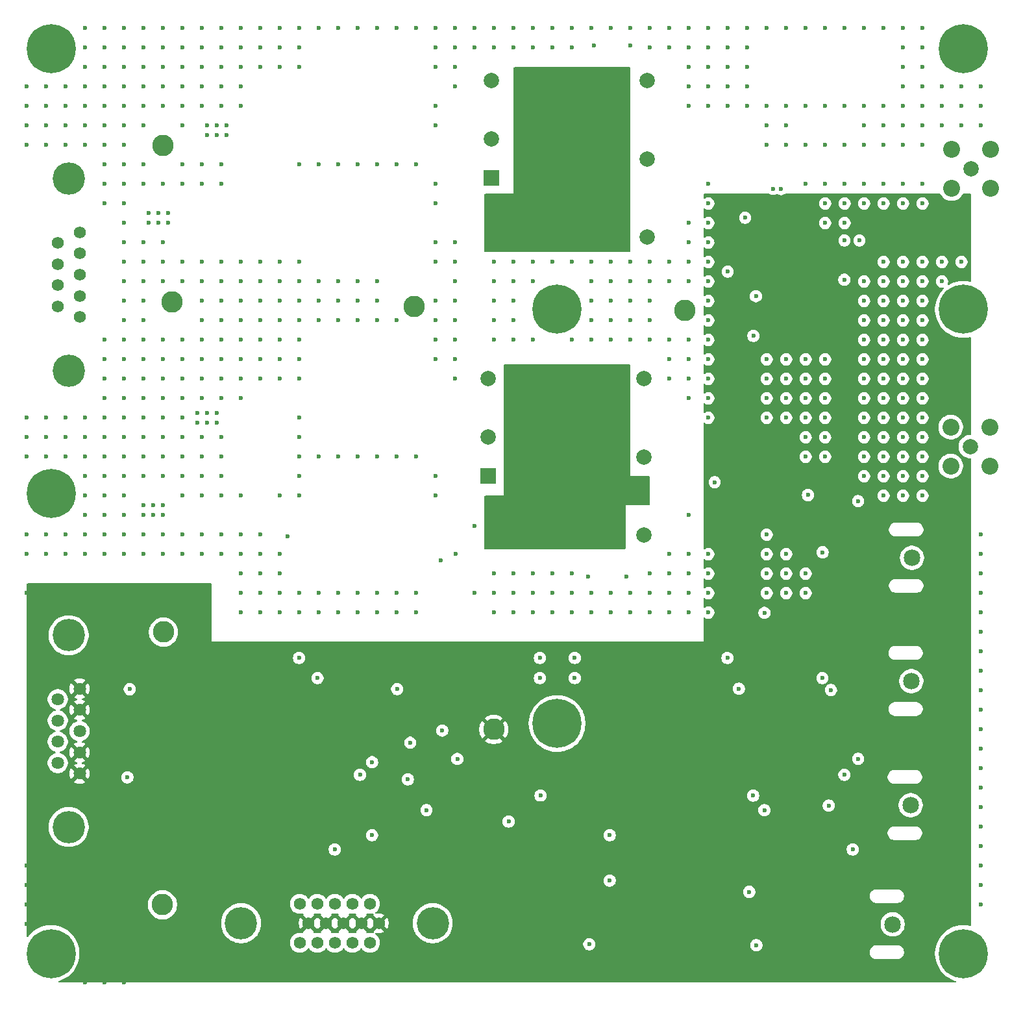
<source format=gbr>
%TF.GenerationSoftware,KiCad,Pcbnew,9.0.3*%
%TF.CreationDate,2025-09-16T11:45:41-04:00*%
%TF.ProjectId,5_COLD_TPC_Charge_Pre_Amp,355f434f-4c44-45f5-9450-435f43686172,rev?*%
%TF.SameCoordinates,Original*%
%TF.FileFunction,Copper,L7,Inr*%
%TF.FilePolarity,Positive*%
%FSLAX46Y46*%
G04 Gerber Fmt 4.6, Leading zero omitted, Abs format (unit mm)*
G04 Created by KiCad (PCBNEW 9.0.3) date 2025-09-16 11:45:41*
%MOMM*%
%LPD*%
G01*
G04 APERTURE LIST*
%TA.AperFunction,ComponentPad*%
%ADD10R,2.000000X2.000000*%
%TD*%
%TA.AperFunction,ComponentPad*%
%ADD11C,2.000000*%
%TD*%
%TA.AperFunction,ComponentPad*%
%ADD12C,2.800000*%
%TD*%
%TA.AperFunction,ComponentPad*%
%ADD13C,1.560000*%
%TD*%
%TA.AperFunction,ComponentPad*%
%ADD14C,4.216000*%
%TD*%
%TA.AperFunction,ComponentPad*%
%ADD15C,2.006600*%
%TD*%
%TA.AperFunction,ComponentPad*%
%ADD16C,2.209800*%
%TD*%
%TA.AperFunction,ComponentPad*%
%ADD17C,6.400000*%
%TD*%
%TA.AperFunction,ComponentPad*%
%ADD18C,1.575000*%
%TD*%
%TA.AperFunction,ComponentPad*%
%ADD19C,2.159000*%
%TD*%
%TA.AperFunction,ComponentPad*%
%ADD20C,1.635000*%
%TD*%
%TA.AperFunction,ViaPad*%
%ADD21C,0.600000*%
%TD*%
%TA.AperFunction,ViaPad*%
%ADD22C,1.500000*%
%TD*%
G04 APERTURE END LIST*
D10*
%TO.N,/Main_Converter/V_POS*%
%TO.C,U4*%
X271000000Y-111750000D03*
D11*
%TO.N,/Main_Converter/V_RTN*%
X271000000Y-106650000D03*
%TO.N,/PM_5V_RTN*%
X291300000Y-119450000D03*
%TO.N,unconnected-(U4-TRIM-Pad4)*%
X291300000Y-109250000D03*
%TO.N,/M5V*%
X291300000Y-99050000D03*
%TO.N,/Enable_CKT/Enable*%
X271000000Y-99050000D03*
%TD*%
D12*
%TO.N,/PM_5V_TELEM_RTN*%
%TO.C,Telem_RTN1*%
X271750000Y-144770000D03*
%TD*%
D13*
%TO.N,/V_SEC_RTN*%
%TO.C,J1*%
X217755000Y-79935000D03*
X217755000Y-82705000D03*
%TO.N,unconnected-(J1-Pad3)*%
X217755000Y-85475000D03*
%TO.N,/V_SEC_RTN*%
X217755000Y-88245000D03*
X217755000Y-91015000D03*
%TO.N,/V_SEC_IN*%
X214915000Y-81320000D03*
X214915000Y-84090000D03*
X214915000Y-86860000D03*
X214915000Y-89630000D03*
D14*
%TO.N,GNDPWR*%
X216335000Y-72975000D03*
X216335000Y-97975000D03*
%TD*%
D12*
%TO.N,/M5_TELEM*%
%TO.C,-5V1*%
X228660000Y-132080000D03*
%TD*%
D15*
%TO.N,/M5V_OUT*%
%TO.C,J4*%
X333883000Y-107895000D03*
D16*
%TO.N,/PM_5V_RTN*%
X336423000Y-105355000D03*
X331343000Y-105355000D03*
X331343000Y-110435000D03*
X336423000Y-110435000D03*
%TD*%
D17*
%TO.N,GNDPWR*%
%TO.C,H3*%
X333000000Y-90000000D03*
%TD*%
D12*
%TO.N,/P5_TELEM*%
%TO.C,+5V1*%
X228540000Y-167640000D03*
%TD*%
D17*
%TO.N,GNDPWR*%
%TO.C,H1*%
X214000000Y-56000000D03*
%TD*%
%TO.N,GNDPWR*%
%TO.C,H2*%
X333000000Y-56000000D03*
%TD*%
D18*
%TO.N,/TEMP_MON*%
%TO.C,J3*%
X255606000Y-167510000D03*
%TO.N,/M5V_V_MON*%
X253316000Y-167510000D03*
%TO.N,/P5V_V_MON*%
X251026000Y-167510000D03*
%TO.N,/M5V_I_MON*%
X248736000Y-167510000D03*
%TO.N,/P5V_I_MON*%
X246446000Y-167510000D03*
%TO.N,/PM_5V_TELEM_RTN*%
X256751000Y-170050000D03*
X254461000Y-170050000D03*
X252171000Y-170050000D03*
X249881000Y-170050000D03*
X247591000Y-170050000D03*
%TO.N,unconnected-(J3-Pad11)*%
X255606000Y-172590000D03*
%TO.N,unconnected-(J3-Pad12)*%
X253316000Y-172590000D03*
%TO.N,unconnected-(J3-Pad13)*%
X251026000Y-172590000D03*
%TO.N,/Enable+*%
X248736000Y-172590000D03*
%TO.N,/Enable-*%
X246446000Y-172590000D03*
D14*
%TO.N,GNDPWR*%
X238785000Y-170050000D03*
X263775000Y-170050000D03*
%TD*%
D15*
%TO.N,/P5V_OUT*%
%TO.C,J5*%
X334010000Y-71705000D03*
D16*
%TO.N,/PM_5V_RTN*%
X336550000Y-69165000D03*
X331470000Y-69165000D03*
X331470000Y-74245000D03*
X336550000Y-74245000D03*
%TD*%
D12*
%TO.N,/Enable_CKT/Enable*%
%TO.C,V_{EN}1*%
X261320000Y-89620000D03*
%TD*%
D17*
%TO.N,GNDPWR*%
%TO.C,H8*%
X280000000Y-90000000D03*
%TD*%
D19*
%TO.N,Net-(M4-Pad3)*%
%TO.C,P1*%
X326300000Y-122390000D03*
%TD*%
%TO.N,Net-(P2-Pad1)*%
%TO.C,P2*%
X326220000Y-138470201D03*
%TD*%
D20*
%TO.N,/PM_5V_TELEM_RTN*%
%TO.C,J2*%
X217720000Y-150540000D03*
X217720000Y-147770000D03*
%TO.N,unconnected-(J2-Pad3)*%
X217720000Y-145000000D03*
%TO.N,/PM_5V_TELEM_RTN*%
X217720000Y-142230000D03*
X217720000Y-139460000D03*
%TO.N,/P5_TELEM*%
X214880000Y-149155000D03*
X214880000Y-146385000D03*
%TO.N,/M5_TELEM*%
X214880000Y-143615000D03*
X214880000Y-140845000D03*
D14*
%TO.N,GNDPWR*%
X216300000Y-132500000D03*
X216300000Y-157500000D03*
%TD*%
D12*
%TO.N,/V_SEC_IN*%
%TO.C,+12V1*%
X228570000Y-68590000D03*
%TD*%
D17*
%TO.N,GNDPWR*%
%TO.C,H5*%
X280000000Y-144000000D03*
%TD*%
D19*
%TO.N,Net-(P3-Pad1)*%
%TO.C,P3*%
X326120000Y-154650000D03*
%TD*%
D10*
%TO.N,/Main_Converter1/V_POS*%
%TO.C,U1*%
X271470000Y-72865000D03*
D11*
%TO.N,/Main_Converter1/V_RTN*%
X271470000Y-67765000D03*
%TO.N,/P5V*%
X291770000Y-80565000D03*
%TO.N,unconnected-(U1-TRIM-Pad4)*%
X291770000Y-70365000D03*
%TO.N,/PM_5V_RTN*%
X291770000Y-60165000D03*
%TO.N,/Enable_CKT/Enable*%
X271470000Y-60165000D03*
%TD*%
D12*
%TO.N,/V_SEC_RTN*%
%TO.C,+12V_RTN1*%
X229810000Y-89060000D03*
%TD*%
%TO.N,/PM_5V_RTN*%
%TO.C,+/-5V_{RTN}1*%
X296700000Y-90100000D03*
%TD*%
D19*
%TO.N,Net-(M3-Pad3)*%
%TO.C,P4*%
X323780000Y-170190201D03*
%TD*%
D17*
%TO.N,GNDPWR*%
%TO.C,H7*%
X333000000Y-174000000D03*
%TD*%
%TO.N,GNDPWR*%
%TO.C,H4*%
X214000000Y-114000000D03*
%TD*%
%TO.N,GNDPWR*%
%TO.C,H9*%
X214000000Y-174000000D03*
%TD*%
D21*
%TO.N,/PM_5V_RTN*%
X289520000Y-55620000D03*
X289080000Y-124820000D03*
X319440000Y-81020000D03*
D22*
%TO.N,GNDPWR*%
X284480000Y-74930000D03*
X279400000Y-111760000D03*
X287020000Y-111760000D03*
X276860000Y-116840000D03*
X284480000Y-111760000D03*
X279400000Y-104140000D03*
X279400000Y-72390000D03*
X281940000Y-111760000D03*
X284480000Y-119380000D03*
X279400000Y-62230000D03*
X274320000Y-114300000D03*
X281940000Y-101600000D03*
X279400000Y-77470000D03*
X274320000Y-106680000D03*
X274320000Y-80010000D03*
X284480000Y-106680000D03*
X276860000Y-106680000D03*
X276860000Y-64770000D03*
X276860000Y-77470000D03*
X281940000Y-59690000D03*
X287020000Y-114300000D03*
X284480000Y-116840000D03*
X284480000Y-109220000D03*
X279400000Y-69850000D03*
X281940000Y-104140000D03*
X284480000Y-77470000D03*
X276860000Y-104140000D03*
X276860000Y-114300000D03*
X276860000Y-59690000D03*
X287020000Y-74930000D03*
X284480000Y-69850000D03*
X276860000Y-101600000D03*
X279400000Y-114300000D03*
X281940000Y-80010000D03*
X284480000Y-80010000D03*
X276860000Y-69850000D03*
X274320000Y-77470000D03*
X287020000Y-104140000D03*
X276860000Y-62230000D03*
X274320000Y-116840000D03*
X274320000Y-109220000D03*
X281940000Y-64770000D03*
X287020000Y-106680000D03*
X287020000Y-80010000D03*
X284480000Y-99060000D03*
X279400000Y-101600000D03*
X279400000Y-106680000D03*
X287020000Y-69850000D03*
X287020000Y-119380000D03*
X284480000Y-101600000D03*
X281940000Y-114300000D03*
X281940000Y-116840000D03*
X279400000Y-59690000D03*
X279400000Y-80010000D03*
X284480000Y-62230000D03*
X276860000Y-72390000D03*
X287020000Y-116840000D03*
X276860000Y-80010000D03*
X274320000Y-104140000D03*
X287020000Y-99060000D03*
X274320000Y-99060000D03*
X281940000Y-109220000D03*
X287020000Y-64770000D03*
X281940000Y-62230000D03*
X274320000Y-101600000D03*
X279400000Y-99060000D03*
X279400000Y-116840000D03*
D21*
X284010000Y-124810000D03*
D22*
X290195000Y-113665000D03*
X287020000Y-62230000D03*
X279400000Y-67310000D03*
X271780000Y-119380000D03*
X281940000Y-67310000D03*
X287020000Y-67310000D03*
X287020000Y-109220000D03*
X284480000Y-59690000D03*
X281940000Y-119380000D03*
X281940000Y-74930000D03*
X276860000Y-74930000D03*
D21*
X284810000Y-55620000D03*
D22*
X279400000Y-109220000D03*
X281940000Y-77470000D03*
X279400000Y-64770000D03*
X281940000Y-69850000D03*
X284480000Y-64770000D03*
X281940000Y-99060000D03*
X281940000Y-72390000D03*
X271780000Y-116840000D03*
X287020000Y-72390000D03*
X284480000Y-72390000D03*
X276860000Y-67310000D03*
X276860000Y-99060000D03*
X276860000Y-119380000D03*
X271780000Y-80010000D03*
X284480000Y-114300000D03*
X281940000Y-106680000D03*
X274320000Y-119380000D03*
X279400000Y-74930000D03*
X279400000Y-119380000D03*
X284480000Y-67310000D03*
X287020000Y-101600000D03*
X287020000Y-77470000D03*
X284480000Y-104140000D03*
X276860000Y-109220000D03*
X276860000Y-111760000D03*
X271780000Y-77470000D03*
X274320000Y-111760000D03*
X287020000Y-59690000D03*
D21*
%TO.N,/V_SEC_RTN*%
X276860000Y-93980000D03*
X320040000Y-63500000D03*
X299720000Y-81280000D03*
X269240000Y-127000000D03*
X297180000Y-53340000D03*
X233680000Y-60960000D03*
X236220000Y-60960000D03*
X220980000Y-93980000D03*
X246380000Y-86360000D03*
X236220000Y-119380000D03*
X223520000Y-60960000D03*
X226060000Y-119380000D03*
X302260000Y-53340000D03*
X284480000Y-83820000D03*
X238760000Y-127000000D03*
X327660000Y-55880000D03*
X238760000Y-91440000D03*
X233045000Y-103505000D03*
X233680000Y-53340000D03*
X236220000Y-101600000D03*
X314960000Y-53340000D03*
X213360000Y-121920000D03*
X325120000Y-111760000D03*
X235585000Y-67310000D03*
X231140000Y-93980000D03*
X325120000Y-101600000D03*
X213360000Y-104140000D03*
X261620000Y-127000000D03*
X317500000Y-63500000D03*
X241300000Y-53340000D03*
X287020000Y-53340000D03*
X281940000Y-129540000D03*
X218440000Y-104140000D03*
X307340000Y-121920000D03*
X215900000Y-63500000D03*
X325120000Y-88900000D03*
X215900000Y-109220000D03*
X248920000Y-53340000D03*
X226060000Y-55880000D03*
X226060000Y-60960000D03*
X309880000Y-101600000D03*
X236220000Y-86360000D03*
X264160000Y-91440000D03*
X332740000Y-60960000D03*
X314960000Y-109220000D03*
X223520000Y-83820000D03*
X241300000Y-99060000D03*
X299720000Y-93980000D03*
X220980000Y-68580000D03*
X325120000Y-93980000D03*
X320040000Y-106680000D03*
X220980000Y-111760000D03*
X327660000Y-99060000D03*
X233680000Y-83820000D03*
X228600000Y-60960000D03*
X297180000Y-60960000D03*
X243840000Y-53340000D03*
X297180000Y-101600000D03*
X241300000Y-127000000D03*
X210820000Y-60960000D03*
X271780000Y-55880000D03*
X289560000Y-127000000D03*
X309880000Y-121920000D03*
X210820000Y-66040000D03*
X294640000Y-83820000D03*
X284480000Y-129540000D03*
X223520000Y-104140000D03*
X327660000Y-111760000D03*
X236220000Y-109220000D03*
X256540000Y-53340000D03*
X325120000Y-99060000D03*
X312420000Y-68580000D03*
X238760000Y-60960000D03*
X226060000Y-83820000D03*
X299720000Y-86360000D03*
X220980000Y-71120000D03*
X294640000Y-55880000D03*
X231140000Y-71120000D03*
X309880000Y-127000000D03*
X325120000Y-109220000D03*
X220980000Y-66040000D03*
X299720000Y-76200000D03*
X320040000Y-101600000D03*
X213360000Y-119380000D03*
X231140000Y-86360000D03*
X236220000Y-63500000D03*
X294640000Y-127000000D03*
X325120000Y-63500000D03*
X231140000Y-104140000D03*
X266700000Y-60960000D03*
X231140000Y-119380000D03*
X231140000Y-101600000D03*
X223520000Y-73660000D03*
X223520000Y-93980000D03*
X320040000Y-99060000D03*
X236220000Y-88900000D03*
X289560000Y-83820000D03*
X226060000Y-109220000D03*
X309880000Y-53340000D03*
X274320000Y-83820000D03*
X234315000Y-103505000D03*
X327660000Y-104140000D03*
X279400000Y-127000000D03*
X241300000Y-55880000D03*
X292100000Y-88900000D03*
X281940000Y-124460000D03*
X223520000Y-109220000D03*
X228600000Y-86360000D03*
X264160000Y-96520000D03*
X241300000Y-88900000D03*
X236220000Y-73660000D03*
X312420000Y-63500000D03*
X256540000Y-129540000D03*
X231140000Y-53340000D03*
X325120000Y-86360000D03*
X292100000Y-55880000D03*
X223520000Y-63500000D03*
X231140000Y-58420000D03*
X271780000Y-83820000D03*
X325120000Y-55880000D03*
X235585000Y-66040000D03*
X281940000Y-127000000D03*
X322580000Y-111760000D03*
X226060000Y-86360000D03*
X264160000Y-111760000D03*
X327660000Y-109220000D03*
X215900000Y-121920000D03*
X274320000Y-127000000D03*
X220980000Y-101600000D03*
X231140000Y-83820000D03*
X259080000Y-109220000D03*
X251460000Y-129540000D03*
X320040000Y-93980000D03*
X215900000Y-106680000D03*
X238760000Y-86360000D03*
X220980000Y-109220000D03*
X271780000Y-129540000D03*
X251460000Y-127000000D03*
X226060000Y-73660000D03*
X228600000Y-55880000D03*
X320040000Y-68580000D03*
X299720000Y-124460000D03*
X228600000Y-96520000D03*
X309880000Y-96520000D03*
X297180000Y-116840000D03*
X218440000Y-109220000D03*
X220980000Y-116840000D03*
X213360000Y-66040000D03*
X220980000Y-119380000D03*
X307340000Y-104140000D03*
X248920000Y-88900000D03*
X220980000Y-73660000D03*
X292100000Y-93980000D03*
X236220000Y-58420000D03*
X309880000Y-104140000D03*
X276860000Y-86360000D03*
X228600000Y-99060000D03*
X299720000Y-53340000D03*
X304800000Y-53340000D03*
X228600000Y-106680000D03*
X284480000Y-91440000D03*
X238760000Y-129540000D03*
X233680000Y-109220000D03*
X223520000Y-53340000D03*
X294640000Y-124460000D03*
X297180000Y-96520000D03*
X322580000Y-63500000D03*
X243840000Y-96520000D03*
X312420000Y-127000000D03*
X297180000Y-127000000D03*
X223520000Y-88900000D03*
X314960000Y-104140000D03*
X264160000Y-58420000D03*
X233680000Y-96520000D03*
X243840000Y-83820000D03*
X292100000Y-124460000D03*
X223520000Y-81280000D03*
X320040000Y-76200000D03*
X226060000Y-91440000D03*
X238760000Y-58420000D03*
X210820000Y-106680000D03*
X287020000Y-91440000D03*
X236220000Y-71120000D03*
X279400000Y-129540000D03*
X241300000Y-121920000D03*
X274320000Y-93980000D03*
X327660000Y-93980000D03*
X226060000Y-99060000D03*
X238760000Y-99060000D03*
X299720000Y-127000000D03*
X246380000Y-96520000D03*
X307340000Y-101600000D03*
X289560000Y-129540000D03*
X269240000Y-53340000D03*
X233680000Y-101600000D03*
X312420000Y-101600000D03*
X322580000Y-104140000D03*
X292100000Y-127000000D03*
X236220000Y-99060000D03*
X246380000Y-58420000D03*
X215900000Y-60960000D03*
X246380000Y-111760000D03*
X292100000Y-83820000D03*
X248920000Y-109220000D03*
X231140000Y-99060000D03*
X243840000Y-58420000D03*
X223520000Y-58420000D03*
X228600000Y-119380000D03*
X332740000Y-63500000D03*
X213360000Y-109220000D03*
X243840000Y-127000000D03*
X264160000Y-55880000D03*
X246380000Y-127000000D03*
X231140000Y-114300000D03*
X228600000Y-53340000D03*
X325120000Y-68580000D03*
X231140000Y-73660000D03*
X325120000Y-53340000D03*
X218440000Y-53340000D03*
X307340000Y-124460000D03*
X327660000Y-66040000D03*
X294640000Y-93980000D03*
X299720000Y-121920000D03*
X210820000Y-119380000D03*
X281940000Y-83820000D03*
X236220000Y-96520000D03*
X322580000Y-99060000D03*
X241300000Y-129540000D03*
X236220000Y-53340000D03*
X302260000Y-55880000D03*
X304800000Y-63500000D03*
X243840000Y-55880000D03*
X279400000Y-55880000D03*
X274320000Y-53340000D03*
X256540000Y-86360000D03*
X246380000Y-71120000D03*
X238760000Y-53340000D03*
X238760000Y-83820000D03*
X261620000Y-53340000D03*
X264160000Y-53340000D03*
X218440000Y-111760000D03*
X287020000Y-88900000D03*
X294640000Y-96520000D03*
X220980000Y-60960000D03*
X266700000Y-88900000D03*
X281940000Y-55880000D03*
X259080000Y-129540000D03*
X276860000Y-127000000D03*
X264160000Y-114300000D03*
X251460000Y-109220000D03*
X330200000Y-63500000D03*
X264160000Y-66040000D03*
X220980000Y-114300000D03*
X284480000Y-93980000D03*
X246380000Y-109220000D03*
X335280000Y-60960000D03*
X317500000Y-78740000D03*
X220980000Y-121920000D03*
X325120000Y-73660000D03*
X307340000Y-63500000D03*
X276860000Y-124460000D03*
X297180000Y-124460000D03*
X233680000Y-71120000D03*
X256540000Y-109220000D03*
X226060000Y-96520000D03*
X248920000Y-127000000D03*
X243840000Y-86360000D03*
X261620000Y-109220000D03*
X320040000Y-111760000D03*
X327660000Y-88900000D03*
X254000000Y-71120000D03*
X254000000Y-53340000D03*
X218440000Y-121920000D03*
X309880000Y-63500000D03*
X309880000Y-68580000D03*
X274320000Y-129540000D03*
X254000000Y-91440000D03*
X332740000Y-66040000D03*
X218440000Y-58420000D03*
X226060000Y-101600000D03*
X235585000Y-103505000D03*
X325120000Y-83820000D03*
X266700000Y-99060000D03*
X312420000Y-106680000D03*
X314960000Y-78740000D03*
X266700000Y-86360000D03*
X307340000Y-96520000D03*
X246380000Y-99060000D03*
X271780000Y-127000000D03*
X320040000Y-104140000D03*
X215900000Y-68580000D03*
X314960000Y-68580000D03*
X307340000Y-119380000D03*
X223520000Y-66040000D03*
X210820000Y-63500000D03*
X312420000Y-99060000D03*
X231140000Y-66040000D03*
X243840000Y-91440000D03*
X264160000Y-93980000D03*
X243840000Y-124460000D03*
X246380000Y-104140000D03*
X236855000Y-66040000D03*
X223520000Y-71120000D03*
X297180000Y-83820000D03*
X223520000Y-111760000D03*
X322580000Y-68580000D03*
X220980000Y-106680000D03*
X236220000Y-106680000D03*
X292100000Y-91440000D03*
X287020000Y-129540000D03*
X322580000Y-88900000D03*
X325120000Y-96520000D03*
X215900000Y-66040000D03*
X243840000Y-129540000D03*
X234315000Y-104775000D03*
X317500000Y-73660000D03*
X332740000Y-83820000D03*
X228600000Y-93980000D03*
X233680000Y-111760000D03*
X266700000Y-91440000D03*
X226060000Y-58420000D03*
X231140000Y-96520000D03*
X254000000Y-129540000D03*
X271780000Y-86360000D03*
X246380000Y-129540000D03*
X251460000Y-71120000D03*
X259080000Y-71120000D03*
X294640000Y-129540000D03*
X299720000Y-96520000D03*
X246380000Y-53340000D03*
X223520000Y-55880000D03*
X307340000Y-127000000D03*
X254000000Y-109220000D03*
X256540000Y-71120000D03*
X241300000Y-119380000D03*
X231140000Y-109220000D03*
X264160000Y-76200000D03*
X327660000Y-86360000D03*
X241300000Y-83820000D03*
X228600000Y-104140000D03*
X233680000Y-88900000D03*
X246380000Y-83820000D03*
X314960000Y-63500000D03*
X226060000Y-121920000D03*
X220980000Y-55880000D03*
X322580000Y-73660000D03*
X218440000Y-106680000D03*
X243840000Y-99060000D03*
X266700000Y-58420000D03*
X241300000Y-96520000D03*
X231140000Y-106680000D03*
X274320000Y-91440000D03*
X320040000Y-66040000D03*
X327660000Y-83820000D03*
X246380000Y-93980000D03*
X228600000Y-111760000D03*
X220980000Y-99060000D03*
X264160000Y-88900000D03*
X299720000Y-101600000D03*
X233680000Y-106680000D03*
X256540000Y-127000000D03*
X312420000Y-104140000D03*
X299720000Y-91440000D03*
X228600000Y-58420000D03*
X327660000Y-96520000D03*
X238760000Y-124460000D03*
X304800000Y-58420000D03*
X314960000Y-106680000D03*
X233680000Y-121920000D03*
X322580000Y-66040000D03*
X264160000Y-81280000D03*
X233680000Y-58420000D03*
X271780000Y-91440000D03*
X213360000Y-60960000D03*
X314960000Y-99060000D03*
X238760000Y-93980000D03*
X312420000Y-109220000D03*
X231140000Y-63500000D03*
X236220000Y-121920000D03*
X254000000Y-127000000D03*
X236220000Y-93980000D03*
X220980000Y-96520000D03*
X220980000Y-104140000D03*
X276860000Y-53340000D03*
X327660000Y-106680000D03*
X236220000Y-114300000D03*
X299720000Y-55880000D03*
X279400000Y-53340000D03*
X317500000Y-68580000D03*
X322580000Y-96520000D03*
X243840000Y-114300000D03*
X246380000Y-114300000D03*
X320040000Y-86360000D03*
X314960000Y-96520000D03*
X330200000Y-60960000D03*
X259080000Y-127000000D03*
X297180000Y-63500000D03*
X299720000Y-83820000D03*
X297180000Y-93980000D03*
X223520000Y-119380000D03*
X220980000Y-63500000D03*
X228600000Y-121920000D03*
X226060000Y-66040000D03*
X264160000Y-73660000D03*
X294640000Y-86360000D03*
X327660000Y-76200000D03*
X210820000Y-104140000D03*
X327660000Y-58420000D03*
X307340000Y-99060000D03*
X327660000Y-73660000D03*
X335280000Y-63500000D03*
X223520000Y-101600000D03*
X251460000Y-86360000D03*
X228600000Y-81280000D03*
X238760000Y-88900000D03*
X223520000Y-68580000D03*
X276860000Y-83820000D03*
X251460000Y-53340000D03*
X314960000Y-76200000D03*
X327660000Y-114300000D03*
X233680000Y-91440000D03*
X279400000Y-124460000D03*
X322580000Y-106680000D03*
X294640000Y-121920000D03*
X233680000Y-63500000D03*
X243840000Y-88900000D03*
X241300000Y-124460000D03*
X233680000Y-73660000D03*
X309880000Y-99060000D03*
X226060000Y-81280000D03*
X287020000Y-86360000D03*
X266700000Y-83820000D03*
X287020000Y-83820000D03*
X325120000Y-91440000D03*
X299720000Y-63500000D03*
X236220000Y-91440000D03*
X223520000Y-76200000D03*
X299720000Y-129540000D03*
X292100000Y-129540000D03*
X327660000Y-63500000D03*
X322580000Y-86360000D03*
X231140000Y-55880000D03*
X231140000Y-60960000D03*
X223520000Y-86360000D03*
X327660000Y-53340000D03*
X276860000Y-129540000D03*
X307340000Y-68580000D03*
X284480000Y-127000000D03*
X243840000Y-121920000D03*
X322580000Y-91440000D03*
X327660000Y-60960000D03*
X299720000Y-104140000D03*
X307340000Y-66040000D03*
X274320000Y-86360000D03*
X213360000Y-106680000D03*
X251460000Y-91440000D03*
X254000000Y-86360000D03*
X238760000Y-114300000D03*
X223520000Y-121920000D03*
X302260000Y-58420000D03*
X233045000Y-104775000D03*
X233680000Y-86360000D03*
X325120000Y-66040000D03*
X322580000Y-53340000D03*
X233680000Y-93980000D03*
X218440000Y-116840000D03*
X320040000Y-96520000D03*
X327660000Y-91440000D03*
X309880000Y-124460000D03*
X299720000Y-58420000D03*
X218440000Y-60960000D03*
X218440000Y-114300000D03*
X302260000Y-63500000D03*
X289560000Y-53340000D03*
X330200000Y-66040000D03*
X228600000Y-63500000D03*
X226060000Y-111760000D03*
X223520000Y-78740000D03*
X246380000Y-91440000D03*
X215900000Y-104140000D03*
X325120000Y-60960000D03*
X246380000Y-55880000D03*
X226060000Y-53340000D03*
X299720000Y-60960000D03*
X233680000Y-114300000D03*
X226060000Y-104140000D03*
X304800000Y-60960000D03*
X231140000Y-121920000D03*
X236220000Y-55880000D03*
X238760000Y-55880000D03*
X325120000Y-106680000D03*
X299720000Y-73660000D03*
X223520000Y-91440000D03*
X320040000Y-109220000D03*
X238760000Y-96520000D03*
X248920000Y-91440000D03*
X241300000Y-93980000D03*
X297180000Y-55880000D03*
X312420000Y-53340000D03*
X236220000Y-111760000D03*
X210820000Y-109220000D03*
X228600000Y-73660000D03*
X312420000Y-124460000D03*
X314960000Y-73660000D03*
X330200000Y-83820000D03*
X210820000Y-121920000D03*
X302260000Y-60960000D03*
X289560000Y-93980000D03*
X238760000Y-119380000D03*
X243840000Y-93980000D03*
X259080000Y-91440000D03*
X220980000Y-53340000D03*
X325120000Y-114300000D03*
X220980000Y-58420000D03*
X228600000Y-83820000D03*
X223520000Y-114300000D03*
X312420000Y-73660000D03*
X322580000Y-109220000D03*
X297180000Y-78740000D03*
X218440000Y-68580000D03*
X266700000Y-81280000D03*
X327660000Y-68580000D03*
X284480000Y-53340000D03*
X304800000Y-55880000D03*
X228600000Y-101600000D03*
X256540000Y-91440000D03*
X317500000Y-53340000D03*
X220980000Y-76200000D03*
X236220000Y-83820000D03*
X241300000Y-91440000D03*
X234315000Y-67310000D03*
X238760000Y-63500000D03*
X226060000Y-93980000D03*
X287020000Y-93980000D03*
X256540000Y-88900000D03*
X254000000Y-88900000D03*
X325120000Y-76200000D03*
X246380000Y-88900000D03*
X226060000Y-88900000D03*
X299720000Y-88900000D03*
X226060000Y-106680000D03*
X320040000Y-53340000D03*
X226060000Y-71120000D03*
X322580000Y-101600000D03*
X223520000Y-106680000D03*
X281940000Y-53340000D03*
X322580000Y-76200000D03*
X248920000Y-86360000D03*
X320040000Y-88900000D03*
X266700000Y-96520000D03*
X307340000Y-53340000D03*
X231140000Y-111760000D03*
X322580000Y-83820000D03*
X269240000Y-55880000D03*
X320040000Y-91440000D03*
X228600000Y-109220000D03*
X299720000Y-78740000D03*
X218440000Y-66040000D03*
X325120000Y-58420000D03*
X261620000Y-71120000D03*
X294640000Y-53340000D03*
X223520000Y-116840000D03*
X238760000Y-101600000D03*
X246380000Y-106680000D03*
X309880000Y-66040000D03*
X292100000Y-53340000D03*
X294640000Y-99060000D03*
X335280000Y-66040000D03*
X297180000Y-81280000D03*
X226060000Y-63500000D03*
X261620000Y-129540000D03*
X264160000Y-63500000D03*
X320040000Y-73660000D03*
X271780000Y-124460000D03*
X236855000Y-67310000D03*
X274320000Y-55880000D03*
X289560000Y-88900000D03*
X218440000Y-63500000D03*
X264160000Y-83820000D03*
X271780000Y-93980000D03*
X223520000Y-99060000D03*
X276860000Y-55880000D03*
X251460000Y-88900000D03*
X259080000Y-53340000D03*
X234315000Y-66040000D03*
X266700000Y-93980000D03*
X287020000Y-127000000D03*
X274320000Y-88900000D03*
X248920000Y-129540000D03*
X233680000Y-99060000D03*
X330200000Y-86360000D03*
X210820000Y-68580000D03*
X218440000Y-119380000D03*
X279400000Y-83820000D03*
X266700000Y-53340000D03*
X297180000Y-86360000D03*
X289560000Y-91440000D03*
X289560000Y-86360000D03*
X213360000Y-63500000D03*
X241300000Y-58420000D03*
X238760000Y-121920000D03*
X299720000Y-99060000D03*
X314960000Y-101600000D03*
X325120000Y-104140000D03*
X274320000Y-124460000D03*
X297180000Y-121920000D03*
X218440000Y-55880000D03*
X213360000Y-68580000D03*
X317500000Y-76200000D03*
X284480000Y-88900000D03*
X233680000Y-119380000D03*
X297180000Y-58420000D03*
X266700000Y-55880000D03*
X312420000Y-96520000D03*
X327660000Y-101600000D03*
X322580000Y-93980000D03*
X284480000Y-86360000D03*
X241300000Y-86360000D03*
X235585000Y-104775000D03*
X215900000Y-119380000D03*
X292100000Y-86360000D03*
X223520000Y-96520000D03*
X271780000Y-88900000D03*
X322580000Y-114300000D03*
X271780000Y-53340000D03*
X297180000Y-129540000D03*
X281940000Y-93980000D03*
X233680000Y-55880000D03*
X297180000Y-99060000D03*
X248920000Y-71120000D03*
%TO.N,/P5V*%
X308175000Y-74295000D03*
%TO.N,/P5_TELEM*%
X259150000Y-139510000D03*
X305997500Y-172920000D03*
X315430000Y-154700000D03*
X223970000Y-151017500D03*
X305936200Y-88275000D03*
X224270000Y-139530000D03*
X315720000Y-139630000D03*
X303720000Y-139470000D03*
%TO.N,/M5V*%
X300560000Y-112540000D03*
%TO.N,/PM_5V_TELEM_RTN*%
X269240000Y-168910000D03*
X264160000Y-163830000D03*
X220980000Y-129540000D03*
X247650000Y-157480000D03*
X299720000Y-142240000D03*
X261620000Y-163830000D03*
X233680000Y-175260000D03*
X231140000Y-170180000D03*
X297180000Y-157480000D03*
X330200000Y-147320000D03*
X312420000Y-162560000D03*
X297180000Y-162560000D03*
X314960000Y-175260000D03*
X265940000Y-153650000D03*
X247650000Y-152400000D03*
X274320000Y-161290000D03*
X332740000Y-149860000D03*
X233680000Y-134620000D03*
X231140000Y-134620000D03*
X297180000Y-144780000D03*
X276860000Y-137160000D03*
X231140000Y-147320000D03*
X274320000Y-147320000D03*
X223520000Y-177800000D03*
X228600000Y-172720000D03*
X299720000Y-147320000D03*
X247650000Y-142240000D03*
X252730000Y-152400000D03*
X335280000Y-129540000D03*
X307340000Y-175260000D03*
X335280000Y-162560000D03*
X297180000Y-147320000D03*
X335280000Y-119380000D03*
X213360000Y-127000000D03*
X233680000Y-142240000D03*
X304800000Y-162560000D03*
X238760000Y-134620000D03*
X215900000Y-162560000D03*
X322580000Y-132080000D03*
X250190000Y-162560000D03*
X271780000Y-137160000D03*
X250190000Y-142240000D03*
X302260000Y-144780000D03*
X274320000Y-166370000D03*
X231140000Y-175260000D03*
X335280000Y-157480000D03*
X320040000Y-127000000D03*
X309880000Y-152400000D03*
X327660000Y-144780000D03*
X304800000Y-175260000D03*
X247650000Y-147320000D03*
X302260000Y-147320000D03*
X279110000Y-175649800D03*
X269240000Y-176530000D03*
X335280000Y-165100000D03*
X252730000Y-154940000D03*
X309880000Y-157480000D03*
X271780000Y-171450000D03*
X220980000Y-134620000D03*
X284480000Y-147320000D03*
X312420000Y-134620000D03*
X236220000Y-149860000D03*
X332740000Y-121920000D03*
X236220000Y-134620000D03*
X325120000Y-144780000D03*
X299720000Y-137160000D03*
X302260000Y-157480000D03*
X312420000Y-137160000D03*
X218440000Y-172720000D03*
X231140000Y-142240000D03*
X261620000Y-157480000D03*
X271780000Y-166370000D03*
X269240000Y-147320000D03*
X236220000Y-144780000D03*
X332740000Y-119380000D03*
X238760000Y-144780000D03*
X294640000Y-157480000D03*
X231140000Y-137160000D03*
X269240000Y-157480000D03*
X277890000Y-154410000D03*
X228600000Y-127000000D03*
X226060000Y-175260000D03*
X236220000Y-147320000D03*
X332740000Y-139700000D03*
X264160000Y-157480000D03*
X221970000Y-158010000D03*
X266700000Y-161290000D03*
X269240000Y-161290000D03*
X315380000Y-161940000D03*
X335280000Y-142240000D03*
X335280000Y-127000000D03*
X241300000Y-162560000D03*
X247650000Y-144780000D03*
X299720000Y-134620000D03*
X228600000Y-160020000D03*
X269240000Y-137160000D03*
X226060000Y-144780000D03*
X257960000Y-151610000D03*
X261620000Y-134620000D03*
X335280000Y-149860000D03*
X335280000Y-124460000D03*
X218440000Y-127000000D03*
X312420000Y-157480000D03*
X281510000Y-156450000D03*
X256540000Y-134620000D03*
X243840000Y-142240000D03*
X226060000Y-165100000D03*
X247650000Y-162560000D03*
X276860000Y-166370000D03*
X312420000Y-147320000D03*
X274320000Y-173990000D03*
X287020000Y-147320000D03*
X332740000Y-167640000D03*
X294640000Y-142240000D03*
X332740000Y-137160000D03*
X241300000Y-137160000D03*
X243840000Y-152400000D03*
X327660000Y-132080000D03*
X297180000Y-137160000D03*
X274320000Y-142240000D03*
X256540000Y-137160000D03*
X266700000Y-144780000D03*
X233680000Y-172720000D03*
X251460000Y-134620000D03*
X231140000Y-160020000D03*
X304800000Y-142240000D03*
X327660000Y-147320000D03*
X218440000Y-162560000D03*
X309880000Y-175260000D03*
X271780000Y-134620000D03*
X305445000Y-81840000D03*
X320390000Y-129570000D03*
X325120000Y-132080000D03*
X215900000Y-127000000D03*
X327660000Y-129540000D03*
X332740000Y-134620000D03*
X250190000Y-154940000D03*
X233680000Y-132080000D03*
X289560000Y-144780000D03*
X274320000Y-137160000D03*
X234070000Y-155860000D03*
X302260000Y-175260000D03*
X250190000Y-152400000D03*
X289560000Y-137160000D03*
X271780000Y-147320000D03*
X274320000Y-176530000D03*
X294640000Y-144780000D03*
X289560000Y-147320000D03*
X322580000Y-162560000D03*
X234220000Y-161135000D03*
X322580000Y-144780000D03*
X220980000Y-132080000D03*
X231140000Y-127000000D03*
X250190000Y-147320000D03*
X297180000Y-142240000D03*
X271780000Y-176530000D03*
X243840000Y-134620000D03*
X220980000Y-167640000D03*
X292257500Y-164469800D03*
X311127500Y-172920000D03*
X223520000Y-129540000D03*
X243840000Y-137160000D03*
X332740000Y-127000000D03*
X312420000Y-144780000D03*
X276860000Y-163830000D03*
X335280000Y-134620000D03*
X335280000Y-167640000D03*
X311817500Y-165960000D03*
X233680000Y-144780000D03*
X292100000Y-157480000D03*
X254000000Y-134620000D03*
X269240000Y-173990000D03*
X335280000Y-147320000D03*
X335280000Y-152400000D03*
X266700000Y-157480000D03*
X312745000Y-112955000D03*
X220980000Y-177800000D03*
X287020000Y-142240000D03*
X241300000Y-154940000D03*
X320040000Y-119380000D03*
X226060000Y-129540000D03*
X327660000Y-162560000D03*
X261620000Y-161290000D03*
X289560000Y-157480000D03*
X269240000Y-166370000D03*
X250190000Y-157480000D03*
X220980000Y-175260000D03*
X241300000Y-149860000D03*
X236220000Y-137160000D03*
X233680000Y-167640000D03*
X241300000Y-134620000D03*
X332740000Y-154940000D03*
X287020000Y-137160000D03*
X223520000Y-170180000D03*
X289377500Y-174329800D03*
X223520000Y-162560000D03*
X294640000Y-162560000D03*
X312420000Y-142240000D03*
X276860000Y-134620000D03*
X243840000Y-160020000D03*
X226060000Y-172720000D03*
X332740000Y-144780000D03*
X261620000Y-137160000D03*
X228600000Y-175260000D03*
X247650000Y-149860000D03*
X210820000Y-167640000D03*
X287020000Y-144780000D03*
X325120000Y-129540000D03*
X218440000Y-167640000D03*
X236220000Y-142240000D03*
X233680000Y-127000000D03*
X322580000Y-147320000D03*
X233680000Y-170180000D03*
X254000000Y-137160000D03*
X332740000Y-157480000D03*
X294640000Y-134620000D03*
X238760000Y-137160000D03*
X241300000Y-157480000D03*
X250190000Y-149860000D03*
X247650000Y-154940000D03*
X243840000Y-162560000D03*
X274320000Y-163830000D03*
X226060000Y-170180000D03*
X220980000Y-137160000D03*
X276860000Y-173990000D03*
X292100000Y-142240000D03*
X215900000Y-165100000D03*
X220980000Y-170180000D03*
X297180000Y-134620000D03*
X223520000Y-127000000D03*
X287020000Y-134620000D03*
X284480000Y-134620000D03*
X265010000Y-141820000D03*
X276860000Y-168910000D03*
X292100000Y-134620000D03*
X225610000Y-146590000D03*
X332740000Y-152400000D03*
X289560000Y-142240000D03*
X297180000Y-175260000D03*
X243840000Y-149860000D03*
X210820000Y-127000000D03*
X312420000Y-152400000D03*
X335280000Y-139700000D03*
X289560000Y-134620000D03*
X332740000Y-124460000D03*
X325120000Y-162560000D03*
X309880000Y-147320000D03*
X313365000Y-77415000D03*
X269240000Y-171450000D03*
X252730000Y-147320000D03*
X223520000Y-160020000D03*
X259080000Y-161290000D03*
X292100000Y-147320000D03*
X210820000Y-170180000D03*
X231140000Y-144780000D03*
X292100000Y-144780000D03*
X213360000Y-167640000D03*
X332740000Y-147320000D03*
X243840000Y-154940000D03*
X233680000Y-137160000D03*
X242990000Y-147930000D03*
X243840000Y-144780000D03*
X241300000Y-152400000D03*
X312420000Y-154940000D03*
X218440000Y-165100000D03*
X330200000Y-144780000D03*
X309880000Y-162560000D03*
X284480000Y-144780000D03*
X271780000Y-173990000D03*
X271780000Y-168910000D03*
X335280000Y-121920000D03*
X233680000Y-147320000D03*
X210820000Y-165100000D03*
X259080000Y-134620000D03*
X222530000Y-154690000D03*
X264160000Y-161290000D03*
X320040000Y-124460000D03*
X294640000Y-137160000D03*
X292100000Y-137160000D03*
X325120000Y-147320000D03*
X302260000Y-162560000D03*
X335280000Y-137160000D03*
X304350000Y-113580000D03*
X269240000Y-163830000D03*
X274320000Y-134620000D03*
X231140000Y-129540000D03*
X228600000Y-162560000D03*
X251460000Y-137160000D03*
X243840000Y-157480000D03*
X220980000Y-127000000D03*
X335280000Y-160020000D03*
X307340000Y-162560000D03*
X228600000Y-142240000D03*
X226060000Y-160020000D03*
X304800000Y-147320000D03*
X294640000Y-147320000D03*
X223520000Y-137160000D03*
X259080000Y-137160000D03*
X276860000Y-161290000D03*
X322580000Y-129540000D03*
X228600000Y-137160000D03*
X223520000Y-132080000D03*
X231140000Y-172720000D03*
X259080000Y-163830000D03*
X248920000Y-134620000D03*
X309880000Y-154940000D03*
X226060000Y-137160000D03*
X302260000Y-142240000D03*
X218440000Y-177800000D03*
X332740000Y-142240000D03*
X284480000Y-137160000D03*
X335280000Y-144780000D03*
X226060000Y-127000000D03*
X274320000Y-168910000D03*
X271780000Y-142240000D03*
X269240000Y-142240000D03*
X304535000Y-76775000D03*
X299720000Y-175260000D03*
X304800000Y-157480000D03*
X284480000Y-142240000D03*
X294640000Y-175260000D03*
X238760000Y-142240000D03*
X335280000Y-154940000D03*
X312420000Y-175260000D03*
X276860000Y-176530000D03*
X218440000Y-175260000D03*
X259080000Y-157480000D03*
X233680000Y-165100000D03*
X226060000Y-142240000D03*
X233680000Y-129540000D03*
X276860000Y-171450000D03*
X299720000Y-157480000D03*
X210820000Y-162560000D03*
X309880000Y-142240000D03*
X266700000Y-163830000D03*
X312576200Y-94715000D03*
X226060000Y-134620000D03*
X311145000Y-118195000D03*
X335280000Y-132080000D03*
X252730000Y-149860000D03*
X271780000Y-157480000D03*
X309880000Y-137160000D03*
X299720000Y-144780000D03*
X309880000Y-144780000D03*
X233680000Y-149860000D03*
X241300000Y-160020000D03*
X223520000Y-134620000D03*
X307340000Y-157480000D03*
X231140000Y-165100000D03*
X226060000Y-162560000D03*
X295177500Y-167840000D03*
X223520000Y-172720000D03*
X274320000Y-171450000D03*
X231140000Y-162560000D03*
X317500000Y-175260000D03*
X269240000Y-134620000D03*
X309880000Y-134620000D03*
X228600000Y-144780000D03*
X247650000Y-160020000D03*
X304800000Y-144780000D03*
X233680000Y-162560000D03*
%TO.N,/M5_TELEM*%
X284210000Y-172779800D03*
%TO.N,/Telemetry_CKT/V3p3*%
X265020000Y-144920000D03*
X305067500Y-165957500D03*
X304535000Y-78045000D03*
X312735000Y-114215000D03*
X273680000Y-156780000D03*
%TO.N,Net-(C31-Pad2)*%
X314645000Y-121675000D03*
X282310000Y-138080000D03*
X314610000Y-138080000D03*
%TO.N,Net-(C32-Pad2)*%
X282310000Y-135460000D03*
X302220000Y-135460000D03*
X302255000Y-85075000D03*
%TO.N,/Telemetry_CKT/nV3p3*%
X286860000Y-158570000D03*
X255870000Y-149050000D03*
X255860000Y-158570000D03*
X286860000Y-164479800D03*
%TO.N,/V_SEC_IN*%
X226060000Y-115570000D03*
X227965000Y-77470000D03*
X227330000Y-115570000D03*
X227965000Y-78740000D03*
X228600000Y-116840000D03*
X229235000Y-77470000D03*
X227330000Y-116840000D03*
X226060000Y-116840000D03*
X244820000Y-119630000D03*
X226695000Y-77470000D03*
X226695000Y-78740000D03*
X229235000Y-78740000D03*
X228600000Y-115570000D03*
%TO.N,/M5V_V_MON*%
X307050000Y-129580000D03*
X262970000Y-155300000D03*
X307040000Y-155300000D03*
%TO.N,/M5V_I_MON*%
X277760000Y-138080000D03*
X248750000Y-138080000D03*
%TO.N,/P5V_I_MON*%
X246350000Y-135460000D03*
X277760000Y-135460000D03*
%TO.N,/P5V_V_MON*%
X251000000Y-160420000D03*
X318560000Y-160420000D03*
%TO.N,/P5V_OUT*%
X309235000Y-74305000D03*
X317490000Y-81010000D03*
%TO.N,Net-(M2-Pad1)*%
X264860000Y-122740000D03*
%TO.N,/Enable_CKT/Enable*%
X266760000Y-121840000D03*
X269210000Y-118230000D03*
%TO.N,/Telemetry_CKT/V_TEMP*%
X305570000Y-153400000D03*
X277840000Y-153400000D03*
X305605000Y-93455000D03*
%TO.N,Net-(U11A-+INA)*%
X317480000Y-150690000D03*
X254290000Y-150690000D03*
X317480000Y-86140000D03*
%TO.N,Net-(U11B--INB)*%
X319270000Y-115010000D03*
X319270000Y-148610000D03*
X266990000Y-148630000D03*
%TO.N,Net-(U11B-B_OUT)*%
X260850000Y-146510000D03*
X260530000Y-151290000D03*
%TD*%
%TA.AperFunction,Conductor*%
%TO.N,GNDPWR*%
G36*
X289503039Y-97174685D02*
G01*
X289548794Y-97227489D01*
X289560000Y-97279000D01*
X289560000Y-111760000D01*
X291976000Y-111760000D01*
X292043039Y-111779685D01*
X292088794Y-111832489D01*
X292100000Y-111884000D01*
X292100000Y-115446000D01*
X292080315Y-115513039D01*
X292027511Y-115558794D01*
X291976000Y-115570000D01*
X288925000Y-115570000D01*
X288925000Y-121161000D01*
X288905315Y-121228039D01*
X288852511Y-121273794D01*
X288801000Y-121285000D01*
X270634000Y-121285000D01*
X270566961Y-121265315D01*
X270521206Y-121212511D01*
X270510000Y-121161000D01*
X270510000Y-114424000D01*
X270529685Y-114356961D01*
X270582489Y-114311206D01*
X270634000Y-114300000D01*
X273050000Y-114300000D01*
X273050000Y-97279000D01*
X273069685Y-97211961D01*
X273122489Y-97166206D01*
X273174000Y-97155000D01*
X289436000Y-97155000D01*
X289503039Y-97174685D01*
G37*
%TD.AperFunction*%
%TD*%
%TA.AperFunction,Conductor*%
%TO.N,GNDPWR*%
G36*
X289503039Y-58439685D02*
G01*
X289548794Y-58492489D01*
X289560000Y-58544000D01*
X289560000Y-82426000D01*
X289540315Y-82493039D01*
X289487511Y-82538794D01*
X289436000Y-82550000D01*
X270634000Y-82550000D01*
X270566961Y-82530315D01*
X270521206Y-82477511D01*
X270510000Y-82426000D01*
X270510000Y-75054000D01*
X270529685Y-74986961D01*
X270582489Y-74941206D01*
X270634000Y-74930000D01*
X274320000Y-74930000D01*
X274320000Y-58544000D01*
X274339685Y-58476961D01*
X274392489Y-58431206D01*
X274444000Y-58420000D01*
X289436000Y-58420000D01*
X289503039Y-58439685D01*
G37*
%TD.AperFunction*%
%TD*%
%TA.AperFunction,Conductor*%
%TO.N,/PM_5V_TELEM_RTN*%
G36*
X249391778Y-170252642D02*
G01*
X249460896Y-170372357D01*
X249558643Y-170470104D01*
X249678358Y-170539222D01*
X249731178Y-170553375D01*
X249164026Y-171120525D01*
X249164041Y-171120709D01*
X249206402Y-171175645D01*
X249212381Y-171245259D01*
X249179775Y-171307054D01*
X249118936Y-171341411D01*
X249052535Y-171338565D01*
X249037606Y-171333714D01*
X248853013Y-171304478D01*
X248837368Y-171302000D01*
X248634632Y-171302000D01*
X248618987Y-171304478D01*
X248434393Y-171333714D01*
X248419462Y-171338566D01*
X248349621Y-171340560D01*
X248289789Y-171304478D01*
X248258962Y-171241776D01*
X248266928Y-171172362D01*
X248307958Y-171120695D01*
X248307971Y-171120525D01*
X247740821Y-170553375D01*
X247793642Y-170539222D01*
X247913357Y-170470104D01*
X248011104Y-170372357D01*
X248080222Y-170252642D01*
X248094375Y-170199821D01*
X248661525Y-170766971D01*
X248684115Y-170765193D01*
X248691009Y-170759878D01*
X248760622Y-170753897D01*
X248781007Y-170764653D01*
X248810474Y-170766972D01*
X249377624Y-170199821D01*
X249391778Y-170252642D01*
G37*
%TD.AperFunction*%
%TA.AperFunction,Conductor*%
G36*
X251681778Y-170252642D02*
G01*
X251750896Y-170372357D01*
X251848643Y-170470104D01*
X251968358Y-170539222D01*
X252021178Y-170553375D01*
X251454026Y-171120525D01*
X251454041Y-171120709D01*
X251496402Y-171175645D01*
X251502381Y-171245259D01*
X251469775Y-171307054D01*
X251408936Y-171341411D01*
X251342535Y-171338565D01*
X251327606Y-171333714D01*
X251143013Y-171304478D01*
X251127368Y-171302000D01*
X250924632Y-171302000D01*
X250908987Y-171304478D01*
X250724393Y-171333714D01*
X250709462Y-171338566D01*
X250639621Y-171340560D01*
X250579789Y-171304478D01*
X250548962Y-171241776D01*
X250556928Y-171172362D01*
X250597958Y-171120695D01*
X250597971Y-171120525D01*
X250030821Y-170553375D01*
X250083642Y-170539222D01*
X250203357Y-170470104D01*
X250301104Y-170372357D01*
X250370222Y-170252642D01*
X250384375Y-170199821D01*
X250951525Y-170766971D01*
X250974115Y-170765193D01*
X250981009Y-170759878D01*
X251050622Y-170753897D01*
X251071007Y-170764653D01*
X251100474Y-170766972D01*
X251667624Y-170199821D01*
X251681778Y-170252642D01*
G37*
%TD.AperFunction*%
%TA.AperFunction,Conductor*%
G36*
X253971778Y-170252642D02*
G01*
X254040896Y-170372357D01*
X254138643Y-170470104D01*
X254258358Y-170539222D01*
X254311178Y-170553375D01*
X253744026Y-171120525D01*
X253744041Y-171120709D01*
X253786402Y-171175645D01*
X253792381Y-171245259D01*
X253759775Y-171307054D01*
X253698936Y-171341411D01*
X253632535Y-171338565D01*
X253617606Y-171333714D01*
X253433013Y-171304478D01*
X253417368Y-171302000D01*
X253214632Y-171302000D01*
X253198987Y-171304478D01*
X253014393Y-171333714D01*
X252999462Y-171338566D01*
X252929621Y-171340560D01*
X252869789Y-171304478D01*
X252838962Y-171241776D01*
X252846928Y-171172362D01*
X252887958Y-171120695D01*
X252887971Y-171120525D01*
X252320821Y-170553375D01*
X252373642Y-170539222D01*
X252493357Y-170470104D01*
X252591104Y-170372357D01*
X252660222Y-170252642D01*
X252674375Y-170199821D01*
X253241525Y-170766971D01*
X253264115Y-170765193D01*
X253271009Y-170759878D01*
X253340622Y-170753897D01*
X253361007Y-170764653D01*
X253390474Y-170766972D01*
X253957624Y-170199821D01*
X253971778Y-170252642D01*
G37*
%TD.AperFunction*%
%TA.AperFunction,Conductor*%
G36*
X256261778Y-170252642D02*
G01*
X256330896Y-170372357D01*
X256428643Y-170470104D01*
X256548358Y-170539222D01*
X256601178Y-170553375D01*
X256034026Y-171120525D01*
X256034041Y-171120709D01*
X256076402Y-171175645D01*
X256082381Y-171245259D01*
X256049775Y-171307054D01*
X255988936Y-171341411D01*
X255922535Y-171338565D01*
X255907606Y-171333714D01*
X255723013Y-171304478D01*
X255707368Y-171302000D01*
X255504632Y-171302000D01*
X255488987Y-171304478D01*
X255304393Y-171333714D01*
X255289462Y-171338566D01*
X255219621Y-171340560D01*
X255159789Y-171304478D01*
X255128962Y-171241776D01*
X255136928Y-171172362D01*
X255177958Y-171120695D01*
X255177971Y-171120525D01*
X254610821Y-170553375D01*
X254663642Y-170539222D01*
X254783357Y-170470104D01*
X254881104Y-170372357D01*
X254950222Y-170252642D01*
X254964375Y-170199821D01*
X255531525Y-170766971D01*
X255554115Y-170765193D01*
X255561009Y-170759878D01*
X255630622Y-170753897D01*
X255651007Y-170764653D01*
X255680474Y-170766972D01*
X256247624Y-170199821D01*
X256261778Y-170252642D01*
G37*
%TD.AperFunction*%
%TA.AperFunction,Conductor*%
G36*
X250709465Y-168761434D02*
G01*
X250724393Y-168766285D01*
X250924632Y-168798000D01*
X250924633Y-168798000D01*
X251127367Y-168798000D01*
X251127368Y-168798000D01*
X251327607Y-168766285D01*
X251342527Y-168761436D01*
X251412368Y-168759438D01*
X251472202Y-168795517D01*
X251503033Y-168858216D01*
X251495071Y-168927631D01*
X251454041Y-168979298D01*
X251454027Y-168979473D01*
X252021178Y-169546624D01*
X251968358Y-169560778D01*
X251848643Y-169629896D01*
X251750896Y-169727643D01*
X251681778Y-169847358D01*
X251667624Y-169900178D01*
X251100473Y-169333027D01*
X251077876Y-169334806D01*
X251070981Y-169340123D01*
X251001367Y-169346098D01*
X250980992Y-169335346D01*
X250951525Y-169333026D01*
X250384375Y-169900177D01*
X250370222Y-169847358D01*
X250301104Y-169727643D01*
X250203357Y-169629896D01*
X250083642Y-169560778D01*
X250030822Y-169546624D01*
X250597972Y-168979474D01*
X250597957Y-168979289D01*
X250555597Y-168924354D01*
X250549618Y-168854740D01*
X250582224Y-168792945D01*
X250643063Y-168758588D01*
X250709465Y-168761434D01*
G37*
%TD.AperFunction*%
%TA.AperFunction,Conductor*%
G36*
X252999465Y-168761434D02*
G01*
X253014393Y-168766285D01*
X253214632Y-168798000D01*
X253214633Y-168798000D01*
X253417367Y-168798000D01*
X253417368Y-168798000D01*
X253617607Y-168766285D01*
X253632527Y-168761436D01*
X253702368Y-168759438D01*
X253762202Y-168795517D01*
X253793033Y-168858216D01*
X253785071Y-168927631D01*
X253744041Y-168979298D01*
X253744027Y-168979473D01*
X254311178Y-169546624D01*
X254258358Y-169560778D01*
X254138643Y-169629896D01*
X254040896Y-169727643D01*
X253971778Y-169847358D01*
X253957624Y-169900178D01*
X253390473Y-169333027D01*
X253367876Y-169334806D01*
X253360981Y-169340123D01*
X253291367Y-169346098D01*
X253270992Y-169335346D01*
X253241525Y-169333026D01*
X252674375Y-169900177D01*
X252660222Y-169847358D01*
X252591104Y-169727643D01*
X252493357Y-169629896D01*
X252373642Y-169560778D01*
X252320822Y-169546624D01*
X252887972Y-168979474D01*
X252887957Y-168979289D01*
X252845597Y-168924354D01*
X252839618Y-168854740D01*
X252872224Y-168792945D01*
X252933063Y-168758588D01*
X252999465Y-168761434D01*
G37*
%TD.AperFunction*%
%TA.AperFunction,Conductor*%
G36*
X255289465Y-168761434D02*
G01*
X255304393Y-168766285D01*
X255504632Y-168798000D01*
X255504633Y-168798000D01*
X255707367Y-168798000D01*
X255707368Y-168798000D01*
X255907607Y-168766285D01*
X255922527Y-168761436D01*
X255992368Y-168759438D01*
X256052202Y-168795517D01*
X256083033Y-168858216D01*
X256075071Y-168927631D01*
X256034041Y-168979298D01*
X256034027Y-168979473D01*
X256601178Y-169546624D01*
X256548358Y-169560778D01*
X256428643Y-169629896D01*
X256330896Y-169727643D01*
X256261778Y-169847358D01*
X256247624Y-169900178D01*
X255680473Y-169333027D01*
X255657876Y-169334806D01*
X255650981Y-169340123D01*
X255581367Y-169346098D01*
X255560992Y-169335346D01*
X255531525Y-169333026D01*
X254964375Y-169900177D01*
X254950222Y-169847358D01*
X254881104Y-169727643D01*
X254783357Y-169629896D01*
X254663642Y-169560778D01*
X254610822Y-169546624D01*
X255177972Y-168979474D01*
X255177957Y-168979289D01*
X255135597Y-168924354D01*
X255129618Y-168854740D01*
X255162224Y-168792945D01*
X255223063Y-168758588D01*
X255289465Y-168761434D01*
G37*
%TD.AperFunction*%
%TA.AperFunction,Conductor*%
G36*
X248419465Y-168761434D02*
G01*
X248434393Y-168766285D01*
X248634632Y-168798000D01*
X248634633Y-168798000D01*
X248837367Y-168798000D01*
X248837368Y-168798000D01*
X249037607Y-168766285D01*
X249052527Y-168761436D01*
X249122368Y-168759438D01*
X249182202Y-168795517D01*
X249213033Y-168858216D01*
X249205071Y-168927631D01*
X249164041Y-168979298D01*
X249164027Y-168979473D01*
X249731178Y-169546624D01*
X249678358Y-169560778D01*
X249558643Y-169629896D01*
X249460896Y-169727643D01*
X249391778Y-169847358D01*
X249377624Y-169900177D01*
X248810473Y-169333027D01*
X248787876Y-169334806D01*
X248780981Y-169340123D01*
X248711367Y-169346098D01*
X248690992Y-169335346D01*
X248661525Y-169333026D01*
X248094375Y-169900177D01*
X248080222Y-169847358D01*
X248011104Y-169727643D01*
X247913357Y-169629896D01*
X247793642Y-169560778D01*
X247740822Y-169546624D01*
X248307972Y-168979474D01*
X248307957Y-168979289D01*
X248265597Y-168924354D01*
X248259618Y-168854740D01*
X248292224Y-168792945D01*
X248353063Y-168758588D01*
X248419465Y-168761434D01*
G37*
%TD.AperFunction*%
%TA.AperFunction,Conductor*%
G36*
X307665013Y-74935328D02*
G01*
X307683922Y-74935666D01*
X307712140Y-74949166D01*
X307713907Y-74949685D01*
X307715694Y-74950855D01*
X307795821Y-75004394D01*
X307795823Y-75004395D01*
X307795827Y-75004397D01*
X307915581Y-75054000D01*
X307941503Y-75064737D01*
X308050475Y-75086413D01*
X308096153Y-75095499D01*
X308096156Y-75095500D01*
X308096158Y-75095500D01*
X308253844Y-75095500D01*
X308253845Y-75095499D01*
X308408497Y-75064737D01*
X308521166Y-75018067D01*
X308554172Y-75004397D01*
X308554172Y-75004396D01*
X308554179Y-75004394D01*
X308628626Y-74954649D01*
X308695303Y-74933772D01*
X308762683Y-74952256D01*
X308766405Y-74954648D01*
X308855821Y-75014394D01*
X308855823Y-75014395D01*
X308855827Y-75014397D01*
X308977363Y-75064738D01*
X309001503Y-75074737D01*
X309156153Y-75105499D01*
X309156156Y-75105500D01*
X309156158Y-75105500D01*
X309313844Y-75105500D01*
X309313845Y-75105499D01*
X309468497Y-75074737D01*
X309614179Y-75014394D01*
X309709207Y-74950897D01*
X309775884Y-74930020D01*
X309778098Y-74930000D01*
X329941255Y-74930000D01*
X330008294Y-74949685D01*
X330051740Y-74997705D01*
X330060245Y-75014397D01*
X330096939Y-75086413D01*
X330245470Y-75290848D01*
X330424152Y-75469530D01*
X330628587Y-75618061D01*
X330853740Y-75732782D01*
X331094068Y-75810870D01*
X331187662Y-75825693D01*
X331343647Y-75850400D01*
X331343652Y-75850400D01*
X331596353Y-75850400D01*
X331735005Y-75828438D01*
X331845932Y-75810870D01*
X332086260Y-75732782D01*
X332311413Y-75618061D01*
X332515848Y-75469530D01*
X332694530Y-75290848D01*
X332843061Y-75086413D01*
X332888260Y-74997705D01*
X332936235Y-74946909D01*
X332998745Y-74930000D01*
X333886000Y-74930000D01*
X333953039Y-74949685D01*
X333998794Y-75002489D01*
X334010000Y-75054000D01*
X334010000Y-86276809D01*
X333990315Y-86343848D01*
X333937511Y-86389603D01*
X333868353Y-86399547D01*
X333861809Y-86398426D01*
X333543630Y-86335137D01*
X333271111Y-86308296D01*
X333181794Y-86299500D01*
X332818206Y-86299500D01*
X332735679Y-86307628D01*
X332456369Y-86335137D01*
X332099787Y-86406064D01*
X332099776Y-86406067D01*
X331751834Y-86511614D01*
X331415921Y-86650754D01*
X331415916Y-86650756D01*
X331118035Y-86809977D01*
X331049632Y-86824219D01*
X330984388Y-86799219D01*
X330943018Y-86742914D01*
X330938656Y-86673180D01*
X330945021Y-86653166D01*
X330969737Y-86593497D01*
X331000500Y-86438842D01*
X331000500Y-86281158D01*
X331000500Y-86281155D01*
X331000499Y-86281153D01*
X330969738Y-86126510D01*
X330969737Y-86126503D01*
X330959802Y-86102517D01*
X330909397Y-85980827D01*
X330909390Y-85980814D01*
X330821789Y-85849711D01*
X330821786Y-85849707D01*
X330710292Y-85738213D01*
X330710288Y-85738210D01*
X330579185Y-85650609D01*
X330579172Y-85650602D01*
X330433501Y-85590264D01*
X330433489Y-85590261D01*
X330278845Y-85559500D01*
X330278842Y-85559500D01*
X330121158Y-85559500D01*
X330121155Y-85559500D01*
X329966510Y-85590261D01*
X329966498Y-85590264D01*
X329820827Y-85650602D01*
X329820814Y-85650609D01*
X329689711Y-85738210D01*
X329689707Y-85738213D01*
X329578213Y-85849707D01*
X329578210Y-85849711D01*
X329490609Y-85980814D01*
X329490602Y-85980827D01*
X329430264Y-86126498D01*
X329430261Y-86126510D01*
X329399500Y-86281153D01*
X329399500Y-86438846D01*
X329430261Y-86593489D01*
X329430264Y-86593501D01*
X329490602Y-86739172D01*
X329490609Y-86739185D01*
X329578210Y-86870288D01*
X329578213Y-86870292D01*
X329689707Y-86981786D01*
X329689711Y-86981789D01*
X329820814Y-87069390D01*
X329820827Y-87069397D01*
X329966498Y-87129735D01*
X329966503Y-87129737D01*
X330113436Y-87158964D01*
X330121153Y-87160499D01*
X330121156Y-87160500D01*
X330121158Y-87160500D01*
X330278842Y-87160500D01*
X330286563Y-87158964D01*
X330356155Y-87165190D01*
X330411333Y-87208052D01*
X330434579Y-87273941D01*
X330418512Y-87341939D01*
X330398439Y-87368262D01*
X330254802Y-87511899D01*
X330024150Y-87792950D01*
X330024140Y-87792964D01*
X329822151Y-88095261D01*
X329822140Y-88095279D01*
X329650756Y-88415916D01*
X329650754Y-88415921D01*
X329511614Y-88751834D01*
X329406067Y-89099776D01*
X329406064Y-89099787D01*
X329335137Y-89456369D01*
X329299500Y-89818209D01*
X329299500Y-90181790D01*
X329335137Y-90543630D01*
X329406064Y-90900212D01*
X329406067Y-90900223D01*
X329511614Y-91248165D01*
X329650754Y-91584078D01*
X329650756Y-91584083D01*
X329822140Y-91904720D01*
X329822151Y-91904738D01*
X330024140Y-92207035D01*
X330024150Y-92207049D01*
X330254807Y-92488106D01*
X330511893Y-92745192D01*
X330511898Y-92745196D01*
X330511899Y-92745197D01*
X330792956Y-92975854D01*
X331095268Y-93177853D01*
X331095277Y-93177858D01*
X331095279Y-93177859D01*
X331415916Y-93349243D01*
X331415918Y-93349243D01*
X331415924Y-93349247D01*
X331751836Y-93488386D01*
X332099767Y-93593930D01*
X332099773Y-93593931D01*
X332099776Y-93593932D01*
X332099787Y-93593935D01*
X332456369Y-93664862D01*
X332818206Y-93700500D01*
X332818209Y-93700500D01*
X333181791Y-93700500D01*
X333181794Y-93700500D01*
X333543631Y-93664862D01*
X333861809Y-93601573D01*
X333931400Y-93607800D01*
X333986578Y-93650663D01*
X334009822Y-93716553D01*
X334010000Y-93723190D01*
X334010000Y-106267200D01*
X333990315Y-106334239D01*
X333937511Y-106379994D01*
X333886000Y-106391200D01*
X333764648Y-106391200D01*
X333703721Y-106400850D01*
X333530857Y-106428229D01*
X333530854Y-106428229D01*
X333305743Y-106501372D01*
X333094836Y-106608835D01*
X332985580Y-106688214D01*
X332903340Y-106747966D01*
X332903338Y-106747968D01*
X332903337Y-106747968D01*
X332735968Y-106915337D01*
X332735968Y-106915338D01*
X332735966Y-106915340D01*
X332703228Y-106960400D01*
X332596835Y-107106836D01*
X332489372Y-107317743D01*
X332416229Y-107542854D01*
X332416229Y-107542857D01*
X332379200Y-107776648D01*
X332379200Y-108013351D01*
X332416229Y-108247142D01*
X332416229Y-108247145D01*
X332489372Y-108472256D01*
X332553549Y-108598210D01*
X332596835Y-108683163D01*
X332735966Y-108874660D01*
X332903340Y-109042034D01*
X333094837Y-109181165D01*
X333305741Y-109288626D01*
X333305743Y-109288627D01*
X333530855Y-109361770D01*
X333530856Y-109361770D01*
X333530859Y-109361771D01*
X333764648Y-109398800D01*
X333764649Y-109398800D01*
X333886000Y-109398800D01*
X333953039Y-109418485D01*
X333998794Y-109471289D01*
X334010000Y-109522800D01*
X334010000Y-170276809D01*
X333990315Y-170343848D01*
X333937511Y-170389603D01*
X333868353Y-170399547D01*
X333861809Y-170398426D01*
X333543630Y-170335137D01*
X333271111Y-170308296D01*
X333181794Y-170299500D01*
X332818206Y-170299500D01*
X332735679Y-170307628D01*
X332456369Y-170335137D01*
X332099787Y-170406064D01*
X332099776Y-170406067D01*
X331751834Y-170511614D01*
X331415921Y-170650754D01*
X331415916Y-170650756D01*
X331095279Y-170822140D01*
X331095261Y-170822151D01*
X330792964Y-171024140D01*
X330792950Y-171024150D01*
X330511893Y-171254807D01*
X330254807Y-171511893D01*
X330024150Y-171792950D01*
X330024140Y-171792964D01*
X329822151Y-172095261D01*
X329822140Y-172095279D01*
X329650756Y-172415916D01*
X329650754Y-172415921D01*
X329511614Y-172751834D01*
X329406067Y-173099776D01*
X329406064Y-173099787D01*
X329335137Y-173456369D01*
X329318096Y-173629394D01*
X329299500Y-173818206D01*
X329299500Y-174181794D01*
X329307760Y-174265655D01*
X329335137Y-174543630D01*
X329406064Y-174900212D01*
X329406067Y-174900223D01*
X329511614Y-175248165D01*
X329650754Y-175584078D01*
X329650756Y-175584083D01*
X329822140Y-175904720D01*
X329822151Y-175904738D01*
X330024140Y-176207035D01*
X330024150Y-176207049D01*
X330254807Y-176488106D01*
X330511893Y-176745192D01*
X330511898Y-176745196D01*
X330511899Y-176745197D01*
X330792956Y-176975854D01*
X331095268Y-177177853D01*
X331095277Y-177177858D01*
X331095279Y-177177859D01*
X331415916Y-177349243D01*
X331415918Y-177349243D01*
X331415924Y-177349247D01*
X331751836Y-177488386D01*
X331979146Y-177557340D01*
X332037584Y-177595637D01*
X332066040Y-177659449D01*
X332055480Y-177728516D01*
X332009256Y-177780910D01*
X331943150Y-177800000D01*
X215056850Y-177800000D01*
X214989811Y-177780315D01*
X214944056Y-177727511D01*
X214934112Y-177658353D01*
X214963137Y-177594797D01*
X215020853Y-177557340D01*
X215248164Y-177488386D01*
X215584076Y-177349247D01*
X215904732Y-177177853D01*
X216207044Y-176975854D01*
X216488101Y-176745197D01*
X216745197Y-176488101D01*
X216975854Y-176207044D01*
X217177853Y-175904732D01*
X217349247Y-175584076D01*
X217488386Y-175248164D01*
X217593930Y-174900233D01*
X217593932Y-174900223D01*
X217593935Y-174900212D01*
X217664862Y-174543630D01*
X217692240Y-174265655D01*
X217700500Y-174181794D01*
X217700500Y-173818206D01*
X217664862Y-173456369D01*
X217633904Y-173300731D01*
X217593935Y-173099787D01*
X217593932Y-173099776D01*
X217593931Y-173099773D01*
X217593930Y-173099767D01*
X217488386Y-172751836D01*
X217349247Y-172415924D01*
X217341067Y-172400621D01*
X217177859Y-172095279D01*
X217177858Y-172095277D01*
X217177853Y-172095268D01*
X216975854Y-171792956D01*
X216745197Y-171511899D01*
X216745196Y-171511898D01*
X216745192Y-171511893D01*
X216488106Y-171254807D01*
X216207049Y-171024150D01*
X216207048Y-171024149D01*
X216207044Y-171024146D01*
X215904732Y-170822147D01*
X215904727Y-170822144D01*
X215904720Y-170822140D01*
X215584083Y-170650756D01*
X215584078Y-170650754D01*
X215248165Y-170511614D01*
X214900223Y-170406067D01*
X214900212Y-170406064D01*
X214543630Y-170335137D01*
X214271111Y-170308296D01*
X214181794Y-170299500D01*
X213818206Y-170299500D01*
X213735679Y-170307628D01*
X213456369Y-170335137D01*
X213099787Y-170406064D01*
X213099776Y-170406067D01*
X212751834Y-170511614D01*
X212415921Y-170650754D01*
X212415916Y-170650756D01*
X212095279Y-170822140D01*
X212095261Y-170822151D01*
X211792964Y-171024140D01*
X211792950Y-171024150D01*
X211511893Y-171254807D01*
X211254807Y-171511893D01*
X211039853Y-171773816D01*
X210982107Y-171813150D01*
X210912263Y-171815021D01*
X210852495Y-171778833D01*
X210821779Y-171716078D01*
X210820000Y-171695151D01*
X210820000Y-169903505D01*
X236176500Y-169903505D01*
X236176500Y-170196494D01*
X236209302Y-170487615D01*
X236209304Y-170487631D01*
X236274497Y-170773262D01*
X236274501Y-170773274D01*
X236371264Y-171049806D01*
X236498381Y-171313766D01*
X236654259Y-171561844D01*
X236654260Y-171561846D01*
X236836921Y-171790897D01*
X237044102Y-171998078D01*
X237273153Y-172180739D01*
X237273156Y-172180740D01*
X237273158Y-172180742D01*
X237521231Y-172336617D01*
X237785197Y-172463737D01*
X237992892Y-172536412D01*
X238061725Y-172560498D01*
X238061737Y-172560502D01*
X238347372Y-172625696D01*
X238638505Y-172658499D01*
X238638506Y-172658500D01*
X238638510Y-172658500D01*
X238931494Y-172658500D01*
X238931494Y-172658499D01*
X239222628Y-172625696D01*
X239508263Y-172560502D01*
X239784803Y-172463737D01*
X240048769Y-172336617D01*
X240296842Y-172180742D01*
X240296846Y-172180739D01*
X240525897Y-171998078D01*
X240525899Y-171998075D01*
X240525904Y-171998072D01*
X240733072Y-171790904D01*
X240742699Y-171778833D01*
X240915739Y-171561846D01*
X240915740Y-171561844D01*
X240915742Y-171561842D01*
X241071617Y-171313769D01*
X241198737Y-171049803D01*
X241295502Y-170773263D01*
X241360696Y-170487628D01*
X241393500Y-170196490D01*
X241393500Y-169903510D01*
X241360696Y-169612372D01*
X241295502Y-169326737D01*
X241198737Y-169050197D01*
X241071617Y-168786231D01*
X240915742Y-168538158D01*
X240915740Y-168538155D01*
X240915739Y-168538153D01*
X240733078Y-168309102D01*
X240525897Y-168101921D01*
X240296846Y-167919260D01*
X240296844Y-167919259D01*
X240048766Y-167763381D01*
X239784806Y-167636264D01*
X239508274Y-167539501D01*
X239508262Y-167539497D01*
X239443214Y-167524651D01*
X239222631Y-167474304D01*
X239222615Y-167474302D01*
X238931494Y-167441500D01*
X238931490Y-167441500D01*
X238638510Y-167441500D01*
X238638506Y-167441500D01*
X238347384Y-167474302D01*
X238347368Y-167474304D01*
X238061737Y-167539497D01*
X238061725Y-167539501D01*
X237785193Y-167636264D01*
X237521233Y-167763381D01*
X237273155Y-167919259D01*
X237273153Y-167919260D01*
X237044102Y-168101921D01*
X236836921Y-168309102D01*
X236654260Y-168538153D01*
X236654259Y-168538155D01*
X236498381Y-168786233D01*
X236371264Y-169050193D01*
X236274501Y-169326725D01*
X236274497Y-169326737D01*
X236209304Y-169612368D01*
X236209302Y-169612384D01*
X236176500Y-169903505D01*
X210820000Y-169903505D01*
X210820000Y-167515441D01*
X226639500Y-167515441D01*
X226639500Y-167764558D01*
X226639501Y-167764575D01*
X226672017Y-168011561D01*
X226736498Y-168252207D01*
X226831830Y-168482361D01*
X226831837Y-168482376D01*
X226956400Y-168698126D01*
X227108060Y-168895774D01*
X227108066Y-168895781D01*
X227284218Y-169071933D01*
X227284225Y-169071939D01*
X227481873Y-169223599D01*
X227697623Y-169348162D01*
X227697638Y-169348169D01*
X227731271Y-169362100D01*
X227927793Y-169443502D01*
X228168435Y-169507982D01*
X228415435Y-169540500D01*
X228415442Y-169540500D01*
X228664558Y-169540500D01*
X228664565Y-169540500D01*
X228911565Y-169507982D01*
X229152207Y-169443502D01*
X229382373Y-169348164D01*
X229598127Y-169223599D01*
X229795776Y-169071938D01*
X229971938Y-168895776D01*
X230123599Y-168698127D01*
X230248164Y-168482373D01*
X230343502Y-168252207D01*
X230407982Y-168011565D01*
X230440500Y-167764565D01*
X230440500Y-167515435D01*
X230426439Y-167408632D01*
X245158000Y-167408632D01*
X245158000Y-167611367D01*
X245189715Y-167811608D01*
X245252361Y-168004417D01*
X245252362Y-168004420D01*
X245344405Y-168185062D01*
X245463562Y-168349069D01*
X245463566Y-168349074D01*
X245606925Y-168492433D01*
X245606930Y-168492437D01*
X245728504Y-168580765D01*
X245770941Y-168611597D01*
X245844557Y-168649106D01*
X245951579Y-168703637D01*
X245951582Y-168703638D01*
X246047986Y-168734961D01*
X246144393Y-168766285D01*
X246344632Y-168798000D01*
X246344633Y-168798000D01*
X246547367Y-168798000D01*
X246547368Y-168798000D01*
X246747607Y-168766285D01*
X246762527Y-168761436D01*
X246832368Y-168759438D01*
X246892202Y-168795517D01*
X246923033Y-168858216D01*
X246915071Y-168927631D01*
X246874041Y-168979298D01*
X246874027Y-168979473D01*
X247441178Y-169546624D01*
X247388358Y-169560778D01*
X247268643Y-169629896D01*
X247170896Y-169727643D01*
X247101778Y-169847358D01*
X247087624Y-169900178D01*
X246520473Y-169333027D01*
X246489830Y-169375204D01*
X246397826Y-169555771D01*
X246397825Y-169555774D01*
X246335203Y-169748508D01*
X246303500Y-169948672D01*
X246303500Y-170151327D01*
X246335203Y-170351491D01*
X246397825Y-170544225D01*
X246397827Y-170544228D01*
X246489831Y-170724797D01*
X246520473Y-170766971D01*
X246520474Y-170766972D01*
X247087624Y-170199821D01*
X247101778Y-170252642D01*
X247170896Y-170372357D01*
X247268643Y-170470104D01*
X247388358Y-170539222D01*
X247441178Y-170553375D01*
X246874026Y-171120525D01*
X246874041Y-171120709D01*
X246916402Y-171175645D01*
X246922381Y-171245259D01*
X246889775Y-171307054D01*
X246828936Y-171341411D01*
X246762535Y-171338565D01*
X246747606Y-171333714D01*
X246563013Y-171304478D01*
X246547368Y-171302000D01*
X246344632Y-171302000D01*
X246312723Y-171307054D01*
X246144391Y-171333715D01*
X245951582Y-171396361D01*
X245951579Y-171396362D01*
X245770937Y-171488405D01*
X245606930Y-171607562D01*
X245606925Y-171607566D01*
X245463566Y-171750925D01*
X245463562Y-171750930D01*
X245344405Y-171914937D01*
X245252362Y-172095579D01*
X245252361Y-172095582D01*
X245189715Y-172288391D01*
X245170500Y-172409711D01*
X245158000Y-172488632D01*
X245158000Y-172691368D01*
X245159519Y-172700958D01*
X245189715Y-172891608D01*
X245252361Y-173084417D01*
X245252362Y-173084420D01*
X245344405Y-173265062D01*
X245463562Y-173429069D01*
X245463566Y-173429074D01*
X245606925Y-173572433D01*
X245606930Y-173572437D01*
X245687650Y-173631083D01*
X245770941Y-173691597D01*
X245888961Y-173751731D01*
X245951579Y-173783637D01*
X245951582Y-173783638D01*
X246047986Y-173814961D01*
X246144393Y-173846285D01*
X246344632Y-173878000D01*
X246344633Y-173878000D01*
X246547367Y-173878000D01*
X246547368Y-173878000D01*
X246747607Y-173846285D01*
X246940420Y-173783637D01*
X247121059Y-173691597D01*
X247285076Y-173572432D01*
X247428432Y-173429076D01*
X247438845Y-173414744D01*
X247490682Y-173343397D01*
X247546011Y-173300731D01*
X247615625Y-173294752D01*
X247677420Y-173327357D01*
X247691318Y-173343397D01*
X247753562Y-173429069D01*
X247753566Y-173429074D01*
X247896925Y-173572433D01*
X247896930Y-173572437D01*
X247977650Y-173631083D01*
X248060941Y-173691597D01*
X248178961Y-173751731D01*
X248241579Y-173783637D01*
X248241582Y-173783638D01*
X248337986Y-173814961D01*
X248434393Y-173846285D01*
X248634632Y-173878000D01*
X248634633Y-173878000D01*
X248837367Y-173878000D01*
X248837368Y-173878000D01*
X249037607Y-173846285D01*
X249230420Y-173783637D01*
X249411059Y-173691597D01*
X249575076Y-173572432D01*
X249718432Y-173429076D01*
X249728845Y-173414744D01*
X249780682Y-173343397D01*
X249836011Y-173300731D01*
X249905625Y-173294752D01*
X249967420Y-173327357D01*
X249981318Y-173343397D01*
X250043562Y-173429069D01*
X250043566Y-173429074D01*
X250186925Y-173572433D01*
X250186930Y-173572437D01*
X250267650Y-173631083D01*
X250350941Y-173691597D01*
X250468961Y-173751731D01*
X250531579Y-173783637D01*
X250531582Y-173783638D01*
X250627986Y-173814961D01*
X250724393Y-173846285D01*
X250924632Y-173878000D01*
X250924633Y-173878000D01*
X251127367Y-173878000D01*
X251127368Y-173878000D01*
X251327607Y-173846285D01*
X251520420Y-173783637D01*
X251701059Y-173691597D01*
X251865076Y-173572432D01*
X252008432Y-173429076D01*
X252018845Y-173414744D01*
X252070682Y-173343397D01*
X252126011Y-173300731D01*
X252195625Y-173294752D01*
X252257420Y-173327357D01*
X252271318Y-173343397D01*
X252333562Y-173429069D01*
X252333566Y-173429074D01*
X252476925Y-173572433D01*
X252476930Y-173572437D01*
X252557650Y-173631083D01*
X252640941Y-173691597D01*
X252758961Y-173751731D01*
X252821579Y-173783637D01*
X252821582Y-173783638D01*
X252917986Y-173814961D01*
X253014393Y-173846285D01*
X253214632Y-173878000D01*
X253214633Y-173878000D01*
X253417367Y-173878000D01*
X253417368Y-173878000D01*
X253617607Y-173846285D01*
X253810420Y-173783637D01*
X253991059Y-173691597D01*
X254155076Y-173572432D01*
X254298432Y-173429076D01*
X254308845Y-173414744D01*
X254360682Y-173343397D01*
X254416011Y-173300731D01*
X254485625Y-173294752D01*
X254547420Y-173327357D01*
X254561318Y-173343397D01*
X254623562Y-173429069D01*
X254623566Y-173429074D01*
X254766925Y-173572433D01*
X254766930Y-173572437D01*
X254847650Y-173631083D01*
X254930941Y-173691597D01*
X255048961Y-173751731D01*
X255111579Y-173783637D01*
X255111582Y-173783638D01*
X255207986Y-173814961D01*
X255304393Y-173846285D01*
X255504632Y-173878000D01*
X255504633Y-173878000D01*
X255707367Y-173878000D01*
X255707368Y-173878000D01*
X255907607Y-173846285D01*
X256100420Y-173783637D01*
X256163039Y-173751731D01*
X320769500Y-173751731D01*
X320769500Y-173928670D01*
X320804015Y-174102188D01*
X320804018Y-174102200D01*
X320871722Y-174265653D01*
X320871723Y-174265655D01*
X320970022Y-174412769D01*
X320970025Y-174412773D01*
X321095127Y-174537875D01*
X321095131Y-174537878D01*
X321242243Y-174636176D01*
X321242244Y-174636176D01*
X321242245Y-174636177D01*
X321242247Y-174636178D01*
X321405700Y-174703882D01*
X321405705Y-174703884D01*
X321579230Y-174738400D01*
X321579234Y-174738401D01*
X321579235Y-174738401D01*
X324460766Y-174738401D01*
X324460767Y-174738400D01*
X324634295Y-174703884D01*
X324797757Y-174636176D01*
X324944869Y-174537878D01*
X325069977Y-174412770D01*
X325168275Y-174265658D01*
X325235983Y-174102196D01*
X325270500Y-173928666D01*
X325270500Y-173751736D01*
X325235983Y-173578206D01*
X325220899Y-173541789D01*
X325168277Y-173414748D01*
X325168276Y-173414746D01*
X325091051Y-173299172D01*
X325069977Y-173267632D01*
X325069974Y-173267628D01*
X324944872Y-173142526D01*
X324944868Y-173142523D01*
X324797754Y-173044224D01*
X324797752Y-173044223D01*
X324634299Y-172976519D01*
X324634287Y-172976516D01*
X324460769Y-172942001D01*
X324460765Y-172942001D01*
X321579235Y-172942001D01*
X321579230Y-172942001D01*
X321405712Y-172976516D01*
X321405700Y-172976519D01*
X321242247Y-173044223D01*
X321242245Y-173044224D01*
X321095131Y-173142523D01*
X321095127Y-173142526D01*
X320970025Y-173267628D01*
X320970022Y-173267632D01*
X320871723Y-173414746D01*
X320871722Y-173414748D01*
X320804018Y-173578201D01*
X320804015Y-173578213D01*
X320769500Y-173751731D01*
X256163039Y-173751731D01*
X256281059Y-173691597D01*
X256445076Y-173572432D01*
X256588432Y-173429076D01*
X256707597Y-173265059D01*
X256799637Y-173084420D01*
X256862285Y-172891607D01*
X256892482Y-172700953D01*
X283409500Y-172700953D01*
X283409500Y-172858646D01*
X283440261Y-173013289D01*
X283440264Y-173013301D01*
X283500602Y-173158972D01*
X283500609Y-173158985D01*
X283588210Y-173290088D01*
X283588213Y-173290092D01*
X283699707Y-173401586D01*
X283699711Y-173401589D01*
X283830814Y-173489190D01*
X283830827Y-173489197D01*
X283976498Y-173549535D01*
X283976503Y-173549537D01*
X284120606Y-173578201D01*
X284131153Y-173580299D01*
X284131156Y-173580300D01*
X284131158Y-173580300D01*
X284288844Y-173580300D01*
X284288845Y-173580299D01*
X284443497Y-173549537D01*
X284589179Y-173489194D01*
X284720289Y-173401589D01*
X284831789Y-173290089D01*
X284919394Y-173158979D01*
X284979737Y-173013297D01*
X285010500Y-172858642D01*
X285010500Y-172841153D01*
X305197000Y-172841153D01*
X305197000Y-172998846D01*
X305227761Y-173153489D01*
X305227764Y-173153501D01*
X305288102Y-173299172D01*
X305288109Y-173299185D01*
X305375710Y-173430288D01*
X305375713Y-173430292D01*
X305487207Y-173541786D01*
X305487211Y-173541789D01*
X305618314Y-173629390D01*
X305618327Y-173629397D01*
X305763998Y-173689735D01*
X305764003Y-173689737D01*
X305918653Y-173720499D01*
X305918656Y-173720500D01*
X305918658Y-173720500D01*
X306076344Y-173720500D01*
X306076345Y-173720499D01*
X306230997Y-173689737D01*
X306372601Y-173631083D01*
X306372602Y-173631083D01*
X306373770Y-173630598D01*
X306376679Y-173629394D01*
X306507789Y-173541789D01*
X306619289Y-173430289D01*
X306706894Y-173299179D01*
X306767237Y-173153497D01*
X306798000Y-172998842D01*
X306798000Y-172841158D01*
X306798000Y-172841155D01*
X306797999Y-172841153D01*
X306767237Y-172686503D01*
X306755638Y-172658500D01*
X306706897Y-172540827D01*
X306706890Y-172540814D01*
X306619289Y-172409711D01*
X306619286Y-172409707D01*
X306507792Y-172298213D01*
X306507788Y-172298210D01*
X306376685Y-172210609D01*
X306376672Y-172210602D01*
X306231001Y-172150264D01*
X306230989Y-172150261D01*
X306076345Y-172119500D01*
X306076342Y-172119500D01*
X305918658Y-172119500D01*
X305918655Y-172119500D01*
X305764010Y-172150261D01*
X305763998Y-172150264D01*
X305618327Y-172210602D01*
X305618314Y-172210609D01*
X305487211Y-172298210D01*
X305487207Y-172298213D01*
X305375713Y-172409707D01*
X305375710Y-172409711D01*
X305288109Y-172540814D01*
X305288102Y-172540827D01*
X305227764Y-172686498D01*
X305227761Y-172686510D01*
X305197000Y-172841153D01*
X285010500Y-172841153D01*
X285010500Y-172700958D01*
X285010500Y-172700955D01*
X285010499Y-172700953D01*
X285007624Y-172686498D01*
X284979737Y-172546303D01*
X284955849Y-172488632D01*
X284919397Y-172400627D01*
X284919390Y-172400614D01*
X284831789Y-172269511D01*
X284831786Y-172269507D01*
X284720292Y-172158013D01*
X284720288Y-172158010D01*
X284589185Y-172070409D01*
X284589172Y-172070402D01*
X284443501Y-172010064D01*
X284443489Y-172010061D01*
X284288845Y-171979300D01*
X284288842Y-171979300D01*
X284131158Y-171979300D01*
X284131155Y-171979300D01*
X283976510Y-172010061D01*
X283976498Y-172010064D01*
X283830827Y-172070402D01*
X283830814Y-172070409D01*
X283699711Y-172158010D01*
X283699707Y-172158013D01*
X283588213Y-172269507D01*
X283588210Y-172269511D01*
X283500609Y-172400614D01*
X283500602Y-172400627D01*
X283440264Y-172546298D01*
X283440261Y-172546310D01*
X283409500Y-172700953D01*
X256892482Y-172700953D01*
X256894000Y-172691368D01*
X256894000Y-172488632D01*
X256862285Y-172288393D01*
X256830961Y-172191986D01*
X256799638Y-172095582D01*
X256799637Y-172095579D01*
X256767764Y-172033026D01*
X256707597Y-171914941D01*
X256662334Y-171852641D01*
X256588437Y-171750930D01*
X256588433Y-171750925D01*
X256445074Y-171607566D01*
X256445069Y-171607562D01*
X256323494Y-171519233D01*
X256280828Y-171463903D01*
X256274849Y-171394290D01*
X256307454Y-171332495D01*
X256368293Y-171298138D01*
X256434699Y-171300985D01*
X256449508Y-171305796D01*
X256449506Y-171305796D01*
X256649673Y-171337500D01*
X256852327Y-171337500D01*
X257052491Y-171305796D01*
X257245225Y-171243174D01*
X257245228Y-171243172D01*
X257425797Y-171151168D01*
X257467971Y-171120526D01*
X257467971Y-171120525D01*
X256900821Y-170553375D01*
X256953642Y-170539222D01*
X257073357Y-170470104D01*
X257171104Y-170372357D01*
X257240222Y-170252642D01*
X257254375Y-170199821D01*
X257821525Y-170766971D01*
X257821526Y-170766971D01*
X257852168Y-170724797D01*
X257944172Y-170544228D01*
X257944174Y-170544225D01*
X258006796Y-170351491D01*
X258038500Y-170151327D01*
X258038500Y-169948674D01*
X258033868Y-169919430D01*
X258033868Y-169919429D01*
X258031346Y-169903505D01*
X261166500Y-169903505D01*
X261166500Y-170196494D01*
X261199302Y-170487615D01*
X261199304Y-170487631D01*
X261264497Y-170773262D01*
X261264501Y-170773274D01*
X261361264Y-171049806D01*
X261488381Y-171313766D01*
X261644259Y-171561844D01*
X261644260Y-171561846D01*
X261826921Y-171790897D01*
X262034102Y-171998078D01*
X262263153Y-172180739D01*
X262263156Y-172180740D01*
X262263158Y-172180742D01*
X262511231Y-172336617D01*
X262775197Y-172463737D01*
X262982892Y-172536412D01*
X263051725Y-172560498D01*
X263051737Y-172560502D01*
X263337372Y-172625696D01*
X263628505Y-172658499D01*
X263628506Y-172658500D01*
X263628510Y-172658500D01*
X263921494Y-172658500D01*
X263921494Y-172658499D01*
X264212628Y-172625696D01*
X264498263Y-172560502D01*
X264774803Y-172463737D01*
X265038769Y-172336617D01*
X265286842Y-172180742D01*
X265286846Y-172180739D01*
X265515897Y-171998078D01*
X265515899Y-171998075D01*
X265515904Y-171998072D01*
X265723072Y-171790904D01*
X265732699Y-171778833D01*
X265905739Y-171561846D01*
X265905740Y-171561844D01*
X265905742Y-171561842D01*
X266061617Y-171313769D01*
X266188737Y-171049803D01*
X266285502Y-170773263D01*
X266350696Y-170487628D01*
X266383500Y-170196490D01*
X266383500Y-170065852D01*
X322200000Y-170065852D01*
X322200000Y-170314550D01*
X322214495Y-170406067D01*
X322238905Y-170560186D01*
X322315754Y-170796708D01*
X322315755Y-170796711D01*
X322428665Y-171018305D01*
X322574837Y-171219495D01*
X322574841Y-171219500D01*
X322750700Y-171395359D01*
X322750705Y-171395363D01*
X322887342Y-171494635D01*
X322951899Y-171541538D01*
X323096754Y-171615345D01*
X323173489Y-171654445D01*
X323173492Y-171654446D01*
X323291753Y-171692870D01*
X323410016Y-171731296D01*
X323655651Y-171770201D01*
X323655652Y-171770201D01*
X323904348Y-171770201D01*
X323904349Y-171770201D01*
X324149984Y-171731296D01*
X324386510Y-171654445D01*
X324608101Y-171541538D01*
X324809301Y-171395358D01*
X324985157Y-171219502D01*
X325131337Y-171018302D01*
X325244244Y-170796711D01*
X325321095Y-170560185D01*
X325360000Y-170314550D01*
X325360000Y-170065852D01*
X325321095Y-169820217D01*
X325244244Y-169583691D01*
X325244244Y-169583690D01*
X325205144Y-169506955D01*
X325131337Y-169362100D01*
X325105636Y-169326725D01*
X324985162Y-169160906D01*
X324985158Y-169160901D01*
X324809299Y-168985042D01*
X324809294Y-168985038D01*
X324608104Y-168838866D01*
X324608103Y-168838865D01*
X324608101Y-168838864D01*
X324533807Y-168801009D01*
X324386510Y-168725956D01*
X324386507Y-168725955D01*
X324149985Y-168649106D01*
X324027166Y-168629653D01*
X323904349Y-168610201D01*
X323655651Y-168610201D01*
X323573772Y-168623169D01*
X323410014Y-168649106D01*
X323173492Y-168725955D01*
X323173489Y-168725956D01*
X322951895Y-168838866D01*
X322750705Y-168985038D01*
X322750700Y-168985042D01*
X322574841Y-169160901D01*
X322574837Y-169160906D01*
X322428665Y-169362096D01*
X322315755Y-169583690D01*
X322315754Y-169583693D01*
X322238905Y-169820215D01*
X322218559Y-169948674D01*
X322200000Y-170065852D01*
X266383500Y-170065852D01*
X266383500Y-169903510D01*
X266350696Y-169612372D01*
X266285502Y-169326737D01*
X266188737Y-169050197D01*
X266061617Y-168786231D01*
X265905742Y-168538158D01*
X265905740Y-168538155D01*
X265905739Y-168538153D01*
X265723078Y-168309102D01*
X265515897Y-168101921D01*
X265286846Y-167919260D01*
X265286844Y-167919259D01*
X265038766Y-167763381D01*
X264774806Y-167636264D01*
X264498274Y-167539501D01*
X264498262Y-167539497D01*
X264212631Y-167474304D01*
X264212615Y-167474302D01*
X263921494Y-167441500D01*
X263921490Y-167441500D01*
X263628510Y-167441500D01*
X263628506Y-167441500D01*
X263337384Y-167474302D01*
X263337368Y-167474304D01*
X263051737Y-167539497D01*
X263051725Y-167539501D01*
X262775193Y-167636264D01*
X262511233Y-167763381D01*
X262263155Y-167919259D01*
X262263153Y-167919260D01*
X262034102Y-168101921D01*
X261826921Y-168309102D01*
X261644260Y-168538153D01*
X261644259Y-168538155D01*
X261488381Y-168786233D01*
X261361264Y-169050193D01*
X261264501Y-169326725D01*
X261264497Y-169326737D01*
X261199304Y-169612368D01*
X261199302Y-169612384D01*
X261166500Y-169903505D01*
X258031346Y-169903505D01*
X258006796Y-169748508D01*
X257944174Y-169555774D01*
X257944172Y-169555771D01*
X257852168Y-169375202D01*
X257821525Y-169333027D01*
X257821525Y-169333026D01*
X257254375Y-169900177D01*
X257240222Y-169847358D01*
X257171104Y-169727643D01*
X257073357Y-169629896D01*
X256953642Y-169560778D01*
X256900822Y-169546624D01*
X257467972Y-168979474D01*
X257467971Y-168979473D01*
X257425797Y-168948831D01*
X257245228Y-168856827D01*
X257245225Y-168856825D01*
X257052491Y-168794203D01*
X256852327Y-168762500D01*
X256649673Y-168762500D01*
X256449506Y-168794203D01*
X256449505Y-168794203D01*
X256434693Y-168799016D01*
X256364852Y-168801009D01*
X256305020Y-168764927D01*
X256274194Y-168702225D01*
X256282161Y-168632811D01*
X256323491Y-168580767D01*
X256445076Y-168492432D01*
X256588432Y-168349076D01*
X256707597Y-168185059D01*
X256799637Y-168004420D01*
X256862285Y-167811607D01*
X256894000Y-167611368D01*
X256894000Y-167408632D01*
X256862285Y-167208393D01*
X256824717Y-167092769D01*
X256799638Y-167015582D01*
X256799637Y-167015579D01*
X256751000Y-166920124D01*
X256707597Y-166834941D01*
X256651696Y-166757999D01*
X256588437Y-166670930D01*
X256588433Y-166670925D01*
X256445074Y-166527566D01*
X256445069Y-166527562D01*
X256281062Y-166408405D01*
X256281061Y-166408404D01*
X256281059Y-166408403D01*
X256223186Y-166378915D01*
X256100420Y-166316362D01*
X256100417Y-166316361D01*
X255907608Y-166253715D01*
X255807487Y-166237857D01*
X255707368Y-166222000D01*
X255504632Y-166222000D01*
X255437885Y-166232571D01*
X255304391Y-166253715D01*
X255111582Y-166316361D01*
X255111579Y-166316362D01*
X254930937Y-166408405D01*
X254766930Y-166527562D01*
X254766925Y-166527566D01*
X254623566Y-166670925D01*
X254561318Y-166756603D01*
X254505988Y-166799268D01*
X254436375Y-166805247D01*
X254374580Y-166772641D01*
X254360682Y-166756603D01*
X254298433Y-166670925D01*
X254155074Y-166527566D01*
X254155069Y-166527562D01*
X253991062Y-166408405D01*
X253991061Y-166408404D01*
X253991059Y-166408403D01*
X253933186Y-166378915D01*
X253810420Y-166316362D01*
X253810417Y-166316361D01*
X253617608Y-166253715D01*
X253517487Y-166237857D01*
X253417368Y-166222000D01*
X253214632Y-166222000D01*
X253147885Y-166232571D01*
X253014391Y-166253715D01*
X252821582Y-166316361D01*
X252821579Y-166316362D01*
X252640937Y-166408405D01*
X252476930Y-166527562D01*
X252476925Y-166527566D01*
X252333566Y-166670925D01*
X252271318Y-166756603D01*
X252215988Y-166799268D01*
X252146375Y-166805247D01*
X252084580Y-166772641D01*
X252070682Y-166756603D01*
X252008433Y-166670925D01*
X251865074Y-166527566D01*
X251865069Y-166527562D01*
X251701062Y-166408405D01*
X251701061Y-166408404D01*
X251701059Y-166408403D01*
X251643186Y-166378915D01*
X251520420Y-166316362D01*
X251520417Y-166316361D01*
X251327608Y-166253715D01*
X251227487Y-166237857D01*
X251127368Y-166222000D01*
X250924632Y-166222000D01*
X250857885Y-166232571D01*
X250724391Y-166253715D01*
X250531582Y-166316361D01*
X250531579Y-166316362D01*
X250350937Y-166408405D01*
X250186930Y-166527562D01*
X250186925Y-166527566D01*
X250043566Y-166670925D01*
X249981318Y-166756603D01*
X249925988Y-166799268D01*
X249856375Y-166805247D01*
X249794580Y-166772641D01*
X249780682Y-166756603D01*
X249718433Y-166670925D01*
X249575074Y-166527566D01*
X249575069Y-166527562D01*
X249411062Y-166408405D01*
X249411061Y-166408404D01*
X249411059Y-166408403D01*
X249353186Y-166378915D01*
X249230420Y-166316362D01*
X249230417Y-166316361D01*
X249037608Y-166253715D01*
X248937487Y-166237857D01*
X248837368Y-166222000D01*
X248634632Y-166222000D01*
X248567885Y-166232571D01*
X248434391Y-166253715D01*
X248241582Y-166316361D01*
X248241579Y-166316362D01*
X248060937Y-166408405D01*
X247896930Y-166527562D01*
X247896925Y-166527566D01*
X247753566Y-166670925D01*
X247691318Y-166756603D01*
X247635988Y-166799268D01*
X247566375Y-166805247D01*
X247504580Y-166772641D01*
X247490682Y-166756603D01*
X247428433Y-166670925D01*
X247285074Y-166527566D01*
X247285069Y-166527562D01*
X247121062Y-166408405D01*
X247121061Y-166408404D01*
X247121059Y-166408403D01*
X247063186Y-166378915D01*
X246940420Y-166316362D01*
X246940417Y-166316361D01*
X246747608Y-166253715D01*
X246647487Y-166237857D01*
X246547368Y-166222000D01*
X246344632Y-166222000D01*
X246277885Y-166232571D01*
X246144391Y-166253715D01*
X245951582Y-166316361D01*
X245951579Y-166316362D01*
X245770937Y-166408405D01*
X245606930Y-166527562D01*
X245606925Y-166527566D01*
X245463566Y-166670925D01*
X245463562Y-166670930D01*
X245344405Y-166834937D01*
X245252362Y-167015579D01*
X245252361Y-167015582D01*
X245189715Y-167208391D01*
X245158000Y-167408632D01*
X230426439Y-167408632D01*
X230407982Y-167268435D01*
X230343502Y-167027793D01*
X230263620Y-166834941D01*
X230248169Y-166797638D01*
X230248162Y-166797623D01*
X230123599Y-166581873D01*
X229971939Y-166384225D01*
X229971933Y-166384218D01*
X229795781Y-166208066D01*
X229795774Y-166208060D01*
X229598126Y-166056400D01*
X229465715Y-165979953D01*
X229382376Y-165931837D01*
X229382361Y-165931830D01*
X229253979Y-165878653D01*
X304267000Y-165878653D01*
X304267000Y-166036346D01*
X304297761Y-166190989D01*
X304297764Y-166191001D01*
X304358102Y-166336672D01*
X304358109Y-166336685D01*
X304445710Y-166467788D01*
X304445713Y-166467792D01*
X304557207Y-166579286D01*
X304557211Y-166579289D01*
X304688314Y-166666890D01*
X304688327Y-166666897D01*
X304833998Y-166727235D01*
X304834003Y-166727237D01*
X304981635Y-166756603D01*
X304988653Y-166757999D01*
X304988656Y-166758000D01*
X304988658Y-166758000D01*
X305146344Y-166758000D01*
X305146345Y-166757999D01*
X305300997Y-166727237D01*
X305446679Y-166666894D01*
X305577789Y-166579289D01*
X305689289Y-166467789D01*
X305713382Y-166431731D01*
X320769500Y-166431731D01*
X320769500Y-166608670D01*
X320804015Y-166782188D01*
X320804018Y-166782200D01*
X320871722Y-166945653D01*
X320871723Y-166945655D01*
X320970022Y-167092769D01*
X320970025Y-167092773D01*
X321095127Y-167217875D01*
X321095131Y-167217878D01*
X321242243Y-167316176D01*
X321242244Y-167316176D01*
X321242245Y-167316177D01*
X321242247Y-167316178D01*
X321405700Y-167383882D01*
X321405705Y-167383884D01*
X321530123Y-167408632D01*
X321579230Y-167418400D01*
X321579234Y-167418401D01*
X321579235Y-167418401D01*
X324460766Y-167418401D01*
X324460767Y-167418400D01*
X324634295Y-167383884D01*
X324797757Y-167316176D01*
X324944869Y-167217878D01*
X325069977Y-167092770D01*
X325168275Y-166945658D01*
X325235983Y-166782196D01*
X325270500Y-166608666D01*
X325270500Y-166431736D01*
X325235983Y-166258206D01*
X325220986Y-166222000D01*
X325168277Y-166094748D01*
X325168276Y-166094746D01*
X325129251Y-166036342D01*
X325069977Y-165947632D01*
X325069974Y-165947628D01*
X324944872Y-165822526D01*
X324944868Y-165822523D01*
X324797754Y-165724224D01*
X324797752Y-165724223D01*
X324634299Y-165656519D01*
X324634287Y-165656516D01*
X324460769Y-165622001D01*
X324460765Y-165622001D01*
X321579235Y-165622001D01*
X321579230Y-165622001D01*
X321405712Y-165656516D01*
X321405700Y-165656519D01*
X321242247Y-165724223D01*
X321242245Y-165724224D01*
X321095131Y-165822523D01*
X321095127Y-165822526D01*
X320970025Y-165947628D01*
X320970022Y-165947632D01*
X320871723Y-166094746D01*
X320871722Y-166094748D01*
X320804018Y-166258201D01*
X320804015Y-166258213D01*
X320769500Y-166431731D01*
X305713382Y-166431731D01*
X305745125Y-166384225D01*
X305763482Y-166356753D01*
X305776891Y-166336683D01*
X305776894Y-166336679D01*
X305837237Y-166190997D01*
X305868000Y-166036342D01*
X305868000Y-165878658D01*
X305868000Y-165878655D01*
X305867999Y-165878653D01*
X305859614Y-165836498D01*
X305837237Y-165724003D01*
X305837235Y-165723998D01*
X305776897Y-165578327D01*
X305776890Y-165578314D01*
X305689289Y-165447211D01*
X305689286Y-165447207D01*
X305577792Y-165335713D01*
X305577788Y-165335710D01*
X305446685Y-165248109D01*
X305446672Y-165248102D01*
X305301001Y-165187764D01*
X305300989Y-165187761D01*
X305146345Y-165157000D01*
X305146342Y-165157000D01*
X304988658Y-165157000D01*
X304988655Y-165157000D01*
X304834010Y-165187761D01*
X304833998Y-165187764D01*
X304688327Y-165248102D01*
X304688314Y-165248109D01*
X304557211Y-165335710D01*
X304557207Y-165335713D01*
X304445713Y-165447207D01*
X304445710Y-165447211D01*
X304358109Y-165578314D01*
X304358102Y-165578327D01*
X304297764Y-165723998D01*
X304297761Y-165724010D01*
X304267000Y-165878653D01*
X229253979Y-165878653D01*
X229152207Y-165836498D01*
X228911561Y-165772017D01*
X228664575Y-165739501D01*
X228664570Y-165739500D01*
X228664565Y-165739500D01*
X228415435Y-165739500D01*
X228415429Y-165739500D01*
X228415424Y-165739501D01*
X228168438Y-165772017D01*
X227927792Y-165836498D01*
X227697638Y-165931830D01*
X227697623Y-165931837D01*
X227481873Y-166056400D01*
X227284225Y-166208060D01*
X227284218Y-166208066D01*
X227108066Y-166384218D01*
X227108060Y-166384225D01*
X226956400Y-166581873D01*
X226831837Y-166797623D01*
X226831830Y-166797638D01*
X226736498Y-167027792D01*
X226672017Y-167268438D01*
X226639501Y-167515424D01*
X226639500Y-167515441D01*
X210820000Y-167515441D01*
X210820000Y-164400953D01*
X286059500Y-164400953D01*
X286059500Y-164558646D01*
X286090261Y-164713289D01*
X286090264Y-164713301D01*
X286150602Y-164858972D01*
X286150609Y-164858985D01*
X286238210Y-164990088D01*
X286238213Y-164990092D01*
X286349707Y-165101586D01*
X286349711Y-165101589D01*
X286480814Y-165189190D01*
X286480827Y-165189197D01*
X286623048Y-165248106D01*
X286626503Y-165249537D01*
X286781153Y-165280299D01*
X286781156Y-165280300D01*
X286781158Y-165280300D01*
X286938844Y-165280300D01*
X286938845Y-165280299D01*
X287093497Y-165249537D01*
X287239179Y-165189194D01*
X287370289Y-165101589D01*
X287481789Y-164990089D01*
X287569394Y-164858979D01*
X287629737Y-164713297D01*
X287660500Y-164558642D01*
X287660500Y-164400958D01*
X287660500Y-164400955D01*
X287660499Y-164400953D01*
X287629738Y-164246310D01*
X287629737Y-164246303D01*
X287629735Y-164246298D01*
X287569397Y-164100627D01*
X287569390Y-164100614D01*
X287481789Y-163969511D01*
X287481786Y-163969507D01*
X287370292Y-163858013D01*
X287370288Y-163858010D01*
X287239185Y-163770409D01*
X287239172Y-163770402D01*
X287093501Y-163710064D01*
X287093489Y-163710061D01*
X286938845Y-163679300D01*
X286938842Y-163679300D01*
X286781158Y-163679300D01*
X286781155Y-163679300D01*
X286626510Y-163710061D01*
X286626498Y-163710064D01*
X286480827Y-163770402D01*
X286480814Y-163770409D01*
X286349711Y-163858010D01*
X286349707Y-163858013D01*
X286238213Y-163969507D01*
X286238210Y-163969511D01*
X286150609Y-164100614D01*
X286150602Y-164100627D01*
X286090264Y-164246298D01*
X286090261Y-164246310D01*
X286059500Y-164400953D01*
X210820000Y-164400953D01*
X210820000Y-160341153D01*
X250199500Y-160341153D01*
X250199500Y-160498846D01*
X250230261Y-160653489D01*
X250230264Y-160653501D01*
X250290602Y-160799172D01*
X250290609Y-160799185D01*
X250378210Y-160930288D01*
X250378213Y-160930292D01*
X250489707Y-161041786D01*
X250489711Y-161041789D01*
X250620814Y-161129390D01*
X250620827Y-161129397D01*
X250766498Y-161189735D01*
X250766503Y-161189737D01*
X250921153Y-161220499D01*
X250921156Y-161220500D01*
X250921158Y-161220500D01*
X251078844Y-161220500D01*
X251078845Y-161220499D01*
X251233497Y-161189737D01*
X251379179Y-161129394D01*
X251510289Y-161041789D01*
X251621789Y-160930289D01*
X251709394Y-160799179D01*
X251769737Y-160653497D01*
X251800500Y-160498842D01*
X251800500Y-160341158D01*
X251800500Y-160341155D01*
X251800499Y-160341153D01*
X317759500Y-160341153D01*
X317759500Y-160498846D01*
X317790261Y-160653489D01*
X317790264Y-160653501D01*
X317850602Y-160799172D01*
X317850609Y-160799185D01*
X317938210Y-160930288D01*
X317938213Y-160930292D01*
X318049707Y-161041786D01*
X318049711Y-161041789D01*
X318180814Y-161129390D01*
X318180827Y-161129397D01*
X318326498Y-161189735D01*
X318326503Y-161189737D01*
X318481153Y-161220499D01*
X318481156Y-161220500D01*
X318481158Y-161220500D01*
X318638844Y-161220500D01*
X318638845Y-161220499D01*
X318793497Y-161189737D01*
X318939179Y-161129394D01*
X319070289Y-161041789D01*
X319181789Y-160930289D01*
X319269394Y-160799179D01*
X319329737Y-160653497D01*
X319360500Y-160498842D01*
X319360500Y-160341158D01*
X319360500Y-160341155D01*
X319360499Y-160341153D01*
X319329738Y-160186510D01*
X319329737Y-160186503D01*
X319329735Y-160186498D01*
X319269397Y-160040827D01*
X319269390Y-160040814D01*
X319181789Y-159909711D01*
X319181786Y-159909707D01*
X319070292Y-159798213D01*
X319070288Y-159798210D01*
X318939185Y-159710609D01*
X318939172Y-159710602D01*
X318793501Y-159650264D01*
X318793489Y-159650261D01*
X318638845Y-159619500D01*
X318638842Y-159619500D01*
X318481158Y-159619500D01*
X318481155Y-159619500D01*
X318326510Y-159650261D01*
X318326498Y-159650264D01*
X318180827Y-159710602D01*
X318180814Y-159710609D01*
X318049711Y-159798210D01*
X318049707Y-159798213D01*
X317938213Y-159909707D01*
X317938210Y-159909711D01*
X317850609Y-160040814D01*
X317850602Y-160040827D01*
X317790264Y-160186498D01*
X317790261Y-160186510D01*
X317759500Y-160341153D01*
X251800499Y-160341153D01*
X251769738Y-160186510D01*
X251769737Y-160186503D01*
X251769735Y-160186498D01*
X251709397Y-160040827D01*
X251709390Y-160040814D01*
X251621789Y-159909711D01*
X251621786Y-159909707D01*
X251510292Y-159798213D01*
X251510288Y-159798210D01*
X251379185Y-159710609D01*
X251379172Y-159710602D01*
X251233501Y-159650264D01*
X251233489Y-159650261D01*
X251078845Y-159619500D01*
X251078842Y-159619500D01*
X250921158Y-159619500D01*
X250921155Y-159619500D01*
X250766510Y-159650261D01*
X250766498Y-159650264D01*
X250620827Y-159710602D01*
X250620814Y-159710609D01*
X250489711Y-159798210D01*
X250489707Y-159798213D01*
X250378213Y-159909707D01*
X250378210Y-159909711D01*
X250290609Y-160040814D01*
X250290602Y-160040827D01*
X250230264Y-160186498D01*
X250230261Y-160186510D01*
X250199500Y-160341153D01*
X210820000Y-160341153D01*
X210820000Y-157353505D01*
X213691500Y-157353505D01*
X213691500Y-157646494D01*
X213724302Y-157937615D01*
X213724304Y-157937631D01*
X213789497Y-158223262D01*
X213789501Y-158223274D01*
X213886264Y-158499806D01*
X214013381Y-158763766D01*
X214169259Y-159011844D01*
X214169260Y-159011846D01*
X214351921Y-159240897D01*
X214559102Y-159448078D01*
X214788153Y-159630739D01*
X214788156Y-159630740D01*
X214788158Y-159630742D01*
X215036231Y-159786617D01*
X215300197Y-159913737D01*
X215507892Y-159986412D01*
X215576725Y-160010498D01*
X215576737Y-160010502D01*
X215862372Y-160075696D01*
X216153505Y-160108499D01*
X216153506Y-160108500D01*
X216153510Y-160108500D01*
X216446494Y-160108500D01*
X216446494Y-160108499D01*
X216737628Y-160075696D01*
X217023263Y-160010502D01*
X217299803Y-159913737D01*
X217563769Y-159786617D01*
X217811842Y-159630742D01*
X217825939Y-159619500D01*
X218040897Y-159448078D01*
X218040899Y-159448075D01*
X218040904Y-159448072D01*
X218248072Y-159240904D01*
X218282128Y-159198200D01*
X218430739Y-159011846D01*
X218430740Y-159011844D01*
X218430742Y-159011842D01*
X218586617Y-158763769D01*
X218713737Y-158499803D01*
X218716764Y-158491153D01*
X255059500Y-158491153D01*
X255059500Y-158648846D01*
X255090261Y-158803489D01*
X255090264Y-158803501D01*
X255150602Y-158949172D01*
X255150609Y-158949185D01*
X255238210Y-159080288D01*
X255238213Y-159080292D01*
X255349707Y-159191786D01*
X255349711Y-159191789D01*
X255480814Y-159279390D01*
X255480827Y-159279397D01*
X255626498Y-159339735D01*
X255626503Y-159339737D01*
X255781153Y-159370499D01*
X255781156Y-159370500D01*
X255781158Y-159370500D01*
X255938844Y-159370500D01*
X255938845Y-159370499D01*
X256093497Y-159339737D01*
X256239179Y-159279394D01*
X256370289Y-159191789D01*
X256481789Y-159080289D01*
X256569394Y-158949179D01*
X256629737Y-158803497D01*
X256660500Y-158648842D01*
X256660500Y-158491158D01*
X256660500Y-158491155D01*
X256660499Y-158491153D01*
X286059500Y-158491153D01*
X286059500Y-158648846D01*
X286090261Y-158803489D01*
X286090264Y-158803501D01*
X286150602Y-158949172D01*
X286150609Y-158949185D01*
X286238210Y-159080288D01*
X286238213Y-159080292D01*
X286349707Y-159191786D01*
X286349711Y-159191789D01*
X286480814Y-159279390D01*
X286480827Y-159279397D01*
X286626498Y-159339735D01*
X286626503Y-159339737D01*
X286781153Y-159370499D01*
X286781156Y-159370500D01*
X286781158Y-159370500D01*
X286938844Y-159370500D01*
X286938845Y-159370499D01*
X287093497Y-159339737D01*
X287239179Y-159279394D01*
X287370289Y-159191789D01*
X287481789Y-159080289D01*
X287569394Y-158949179D01*
X287629737Y-158803497D01*
X287660500Y-158648842D01*
X287660500Y-158491158D01*
X287660500Y-158491155D01*
X287660499Y-158491153D01*
X287651142Y-158444112D01*
X287629737Y-158336503D01*
X287595106Y-158252895D01*
X287577972Y-158211530D01*
X323109500Y-158211530D01*
X323109500Y-158388469D01*
X323144015Y-158561987D01*
X323144018Y-158561999D01*
X323211722Y-158725452D01*
X323211723Y-158725454D01*
X323310022Y-158872568D01*
X323310025Y-158872572D01*
X323435127Y-158997674D01*
X323435131Y-158997677D01*
X323582243Y-159095975D01*
X323582244Y-159095975D01*
X323582245Y-159095976D01*
X323582247Y-159095977D01*
X323745700Y-159163681D01*
X323745705Y-159163683D01*
X323919230Y-159198199D01*
X323919234Y-159198200D01*
X323919235Y-159198200D01*
X326800766Y-159198200D01*
X326800767Y-159198199D01*
X326974295Y-159163683D01*
X327137757Y-159095975D01*
X327284869Y-158997677D01*
X327409977Y-158872569D01*
X327508275Y-158725457D01*
X327575983Y-158561995D01*
X327610500Y-158388465D01*
X327610500Y-158211535D01*
X327575983Y-158038005D01*
X327508275Y-157874543D01*
X327409977Y-157727431D01*
X327409974Y-157727427D01*
X327284872Y-157602325D01*
X327284868Y-157602322D01*
X327137754Y-157504023D01*
X327137752Y-157504022D01*
X326974299Y-157436318D01*
X326974287Y-157436315D01*
X326800769Y-157401800D01*
X326800765Y-157401800D01*
X323919235Y-157401800D01*
X323919230Y-157401800D01*
X323745712Y-157436315D01*
X323745700Y-157436318D01*
X323582247Y-157504022D01*
X323582245Y-157504023D01*
X323435131Y-157602322D01*
X323435127Y-157602325D01*
X323310025Y-157727427D01*
X323310022Y-157727431D01*
X323211723Y-157874545D01*
X323211722Y-157874547D01*
X323144018Y-158038000D01*
X323144015Y-158038012D01*
X323109500Y-158211530D01*
X287577972Y-158211530D01*
X287569397Y-158190827D01*
X287569390Y-158190814D01*
X287481789Y-158059711D01*
X287481786Y-158059707D01*
X287370292Y-157948213D01*
X287370288Y-157948210D01*
X287239185Y-157860609D01*
X287239172Y-157860602D01*
X287093501Y-157800264D01*
X287093489Y-157800261D01*
X286938845Y-157769500D01*
X286938842Y-157769500D01*
X286781158Y-157769500D01*
X286781155Y-157769500D01*
X286626510Y-157800261D01*
X286626498Y-157800264D01*
X286480827Y-157860602D01*
X286480814Y-157860609D01*
X286349711Y-157948210D01*
X286349707Y-157948213D01*
X286238213Y-158059707D01*
X286238210Y-158059711D01*
X286150609Y-158190814D01*
X286150602Y-158190827D01*
X286090264Y-158336498D01*
X286090261Y-158336510D01*
X286059500Y-158491153D01*
X256660499Y-158491153D01*
X256651142Y-158444112D01*
X256629737Y-158336503D01*
X256595106Y-158252895D01*
X256569397Y-158190827D01*
X256569390Y-158190814D01*
X256481789Y-158059711D01*
X256481786Y-158059707D01*
X256370292Y-157948213D01*
X256370288Y-157948210D01*
X256239185Y-157860609D01*
X256239172Y-157860602D01*
X256093501Y-157800264D01*
X256093489Y-157800261D01*
X255938845Y-157769500D01*
X255938842Y-157769500D01*
X255781158Y-157769500D01*
X255781155Y-157769500D01*
X255626510Y-157800261D01*
X255626498Y-157800264D01*
X255480827Y-157860602D01*
X255480814Y-157860609D01*
X255349711Y-157948210D01*
X255349707Y-157948213D01*
X255238213Y-158059707D01*
X255238210Y-158059711D01*
X255150609Y-158190814D01*
X255150602Y-158190827D01*
X255090264Y-158336498D01*
X255090261Y-158336510D01*
X255059500Y-158491153D01*
X218716764Y-158491153D01*
X218810502Y-158223263D01*
X218875696Y-157937628D01*
X218908500Y-157646490D01*
X218908500Y-157353510D01*
X218875696Y-157062372D01*
X218810502Y-156776737D01*
X218784054Y-156701153D01*
X272879500Y-156701153D01*
X272879500Y-156858846D01*
X272910261Y-157013489D01*
X272910264Y-157013501D01*
X272970602Y-157159172D01*
X272970609Y-157159185D01*
X273058210Y-157290288D01*
X273058213Y-157290292D01*
X273169707Y-157401786D01*
X273169711Y-157401789D01*
X273300814Y-157489390D01*
X273300827Y-157489397D01*
X273446498Y-157549735D01*
X273446503Y-157549737D01*
X273601153Y-157580499D01*
X273601156Y-157580500D01*
X273601158Y-157580500D01*
X273758844Y-157580500D01*
X273758845Y-157580499D01*
X273913497Y-157549737D01*
X274059179Y-157489394D01*
X274190289Y-157401789D01*
X274301789Y-157290289D01*
X274389394Y-157159179D01*
X274449737Y-157013497D01*
X274480500Y-156858842D01*
X274480500Y-156701158D01*
X274480500Y-156701155D01*
X274480499Y-156701153D01*
X274449738Y-156546510D01*
X274449737Y-156546503D01*
X274430555Y-156500193D01*
X274389397Y-156400827D01*
X274389390Y-156400814D01*
X274301789Y-156269711D01*
X274301786Y-156269707D01*
X274190292Y-156158213D01*
X274190288Y-156158210D01*
X274059185Y-156070609D01*
X274059172Y-156070602D01*
X273913501Y-156010264D01*
X273913489Y-156010261D01*
X273758845Y-155979500D01*
X273758842Y-155979500D01*
X273601158Y-155979500D01*
X273601155Y-155979500D01*
X273446510Y-156010261D01*
X273446498Y-156010264D01*
X273300827Y-156070602D01*
X273300814Y-156070609D01*
X273169711Y-156158210D01*
X273169707Y-156158213D01*
X273058213Y-156269707D01*
X273058210Y-156269711D01*
X272970609Y-156400814D01*
X272970602Y-156400827D01*
X272910264Y-156546498D01*
X272910261Y-156546510D01*
X272879500Y-156701153D01*
X218784054Y-156701153D01*
X218713737Y-156500197D01*
X218586617Y-156236231D01*
X218430742Y-155988158D01*
X218430740Y-155988155D01*
X218430739Y-155988153D01*
X218248078Y-155759102D01*
X218040897Y-155551921D01*
X217811846Y-155369260D01*
X217811844Y-155369259D01*
X217733544Y-155320060D01*
X217576135Y-155221153D01*
X262169500Y-155221153D01*
X262169500Y-155378846D01*
X262200261Y-155533489D01*
X262200264Y-155533501D01*
X262260602Y-155679172D01*
X262260609Y-155679185D01*
X262348210Y-155810288D01*
X262348213Y-155810292D01*
X262459707Y-155921786D01*
X262459711Y-155921789D01*
X262590814Y-156009390D01*
X262590827Y-156009397D01*
X262736498Y-156069735D01*
X262736503Y-156069737D01*
X262891153Y-156100499D01*
X262891156Y-156100500D01*
X262891158Y-156100500D01*
X263048844Y-156100500D01*
X263048845Y-156100499D01*
X263203497Y-156069737D01*
X263349179Y-156009394D01*
X263480289Y-155921789D01*
X263591789Y-155810289D01*
X263679394Y-155679179D01*
X263739737Y-155533497D01*
X263770500Y-155378842D01*
X263770500Y-155221158D01*
X263770500Y-155221155D01*
X263770499Y-155221153D01*
X306239500Y-155221153D01*
X306239500Y-155378846D01*
X306270261Y-155533489D01*
X306270264Y-155533501D01*
X306330602Y-155679172D01*
X306330609Y-155679185D01*
X306418210Y-155810288D01*
X306418213Y-155810292D01*
X306529707Y-155921786D01*
X306529711Y-155921789D01*
X306660814Y-156009390D01*
X306660827Y-156009397D01*
X306806498Y-156069735D01*
X306806503Y-156069737D01*
X306961153Y-156100499D01*
X306961156Y-156100500D01*
X306961158Y-156100500D01*
X307118844Y-156100500D01*
X307118845Y-156100499D01*
X307273497Y-156069737D01*
X307419179Y-156009394D01*
X307550289Y-155921789D01*
X307661789Y-155810289D01*
X307749394Y-155679179D01*
X307809737Y-155533497D01*
X307840500Y-155378842D01*
X307840500Y-155221158D01*
X307840500Y-155221155D01*
X307840499Y-155221153D01*
X307838338Y-155210288D01*
X307809737Y-155066503D01*
X307790469Y-155019985D01*
X307749397Y-154920827D01*
X307749390Y-154920814D01*
X307661789Y-154789711D01*
X307661786Y-154789707D01*
X307550292Y-154678213D01*
X307550288Y-154678210D01*
X307464897Y-154621153D01*
X314629500Y-154621153D01*
X314629500Y-154778846D01*
X314660261Y-154933489D01*
X314660264Y-154933501D01*
X314720602Y-155079172D01*
X314720609Y-155079185D01*
X314808210Y-155210288D01*
X314808213Y-155210292D01*
X314919707Y-155321786D01*
X314919711Y-155321789D01*
X315050814Y-155409390D01*
X315050827Y-155409397D01*
X315196498Y-155469735D01*
X315196503Y-155469737D01*
X315351153Y-155500499D01*
X315351156Y-155500500D01*
X315351158Y-155500500D01*
X315508844Y-155500500D01*
X315508845Y-155500499D01*
X315663497Y-155469737D01*
X315809179Y-155409394D01*
X315940289Y-155321789D01*
X316051789Y-155210289D01*
X316139394Y-155079179D01*
X316199737Y-154933497D01*
X316230500Y-154778842D01*
X316230500Y-154621158D01*
X316230500Y-154621155D01*
X316230499Y-154621153D01*
X316215346Y-154544970D01*
X316211503Y-154525651D01*
X324540000Y-154525651D01*
X324540000Y-154774349D01*
X324542433Y-154789711D01*
X324578905Y-155019985D01*
X324655754Y-155256507D01*
X324655755Y-155256510D01*
X324718089Y-155378844D01*
X324764401Y-155469737D01*
X324768665Y-155478104D01*
X324914837Y-155679294D01*
X324914841Y-155679299D01*
X325090700Y-155855158D01*
X325090705Y-155855162D01*
X325182406Y-155921786D01*
X325291899Y-156001337D01*
X325426137Y-156069735D01*
X325513489Y-156114244D01*
X325513492Y-156114245D01*
X325631753Y-156152669D01*
X325750016Y-156191095D01*
X325995651Y-156230000D01*
X325995652Y-156230000D01*
X326244348Y-156230000D01*
X326244349Y-156230000D01*
X326489984Y-156191095D01*
X326726510Y-156114244D01*
X326948101Y-156001337D01*
X327149301Y-155855157D01*
X327325157Y-155679301D01*
X327471337Y-155478101D01*
X327584244Y-155256510D01*
X327661095Y-155019984D01*
X327700000Y-154774349D01*
X327700000Y-154525651D01*
X327661095Y-154280016D01*
X327595526Y-154078213D01*
X327584245Y-154043492D01*
X327584244Y-154043489D01*
X327526552Y-153930264D01*
X327471337Y-153821899D01*
X327440294Y-153779172D01*
X327325162Y-153620705D01*
X327325158Y-153620700D01*
X327149299Y-153444841D01*
X327149294Y-153444837D01*
X326948104Y-153298665D01*
X326948103Y-153298664D01*
X326948101Y-153298663D01*
X326877109Y-153262490D01*
X326726510Y-153185755D01*
X326726507Y-153185754D01*
X326489985Y-153108905D01*
X326367166Y-153089452D01*
X326244349Y-153070000D01*
X325995651Y-153070000D01*
X325913772Y-153082968D01*
X325750014Y-153108905D01*
X325513492Y-153185754D01*
X325513489Y-153185755D01*
X325291895Y-153298665D01*
X325090705Y-153444837D01*
X325090700Y-153444841D01*
X324914841Y-153620700D01*
X324914837Y-153620705D01*
X324768665Y-153821895D01*
X324655755Y-154043489D01*
X324655754Y-154043492D01*
X324578905Y-154280014D01*
X324578905Y-154280016D01*
X324540000Y-154525651D01*
X316211503Y-154525651D01*
X316199738Y-154466508D01*
X316199737Y-154466507D01*
X316199737Y-154466503D01*
X316199735Y-154466498D01*
X316139397Y-154320827D01*
X316139390Y-154320814D01*
X316051789Y-154189711D01*
X316051786Y-154189707D01*
X315940292Y-154078213D01*
X315940288Y-154078210D01*
X315809185Y-153990609D01*
X315809172Y-153990602D01*
X315663501Y-153930264D01*
X315663489Y-153930261D01*
X315508845Y-153899500D01*
X315508842Y-153899500D01*
X315351158Y-153899500D01*
X315351155Y-153899500D01*
X315196510Y-153930261D01*
X315196498Y-153930264D01*
X315050827Y-153990602D01*
X315050814Y-153990609D01*
X314919711Y-154078210D01*
X314919707Y-154078213D01*
X314808213Y-154189707D01*
X314808210Y-154189711D01*
X314720609Y-154320814D01*
X314720602Y-154320827D01*
X314660264Y-154466498D01*
X314660261Y-154466510D01*
X314629500Y-154621153D01*
X307464897Y-154621153D01*
X307419185Y-154590609D01*
X307419172Y-154590602D01*
X307273501Y-154530264D01*
X307273489Y-154530261D01*
X307118845Y-154499500D01*
X307118842Y-154499500D01*
X306961158Y-154499500D01*
X306961155Y-154499500D01*
X306806510Y-154530261D01*
X306806498Y-154530264D01*
X306660827Y-154590602D01*
X306660814Y-154590609D01*
X306529711Y-154678210D01*
X306529707Y-154678213D01*
X306418213Y-154789707D01*
X306418210Y-154789711D01*
X306330609Y-154920814D01*
X306330602Y-154920827D01*
X306270264Y-155066498D01*
X306270261Y-155066510D01*
X306239500Y-155221153D01*
X263770499Y-155221153D01*
X263768338Y-155210288D01*
X263739737Y-155066503D01*
X263720469Y-155019985D01*
X263679397Y-154920827D01*
X263679390Y-154920814D01*
X263591789Y-154789711D01*
X263591786Y-154789707D01*
X263480292Y-154678213D01*
X263480288Y-154678210D01*
X263349185Y-154590609D01*
X263349172Y-154590602D01*
X263203501Y-154530264D01*
X263203489Y-154530261D01*
X263048845Y-154499500D01*
X263048842Y-154499500D01*
X262891158Y-154499500D01*
X262891155Y-154499500D01*
X262736510Y-154530261D01*
X262736498Y-154530264D01*
X262590827Y-154590602D01*
X262590814Y-154590609D01*
X262459711Y-154678210D01*
X262459707Y-154678213D01*
X262348213Y-154789707D01*
X262348210Y-154789711D01*
X262260609Y-154920814D01*
X262260602Y-154920827D01*
X262200264Y-155066498D01*
X262200261Y-155066510D01*
X262169500Y-155221153D01*
X217576135Y-155221153D01*
X217563766Y-155213381D01*
X217299806Y-155086264D01*
X217023274Y-154989501D01*
X217023262Y-154989497D01*
X216737631Y-154924304D01*
X216737615Y-154924302D01*
X216446494Y-154891500D01*
X216446490Y-154891500D01*
X216153510Y-154891500D01*
X216153506Y-154891500D01*
X215862384Y-154924302D01*
X215862368Y-154924304D01*
X215576737Y-154989497D01*
X215576725Y-154989501D01*
X215300193Y-155086264D01*
X215036233Y-155213381D01*
X214788155Y-155369259D01*
X214788153Y-155369260D01*
X214559102Y-155551921D01*
X214351921Y-155759102D01*
X214169260Y-155988153D01*
X214169259Y-155988155D01*
X214013381Y-156236233D01*
X213886264Y-156500193D01*
X213789501Y-156776725D01*
X213789497Y-156776737D01*
X213724304Y-157062368D01*
X213724302Y-157062384D01*
X213691500Y-157353505D01*
X210820000Y-157353505D01*
X210820000Y-153321153D01*
X277039500Y-153321153D01*
X277039500Y-153478846D01*
X277070261Y-153633489D01*
X277070264Y-153633501D01*
X277130602Y-153779172D01*
X277130609Y-153779185D01*
X277218210Y-153910288D01*
X277218213Y-153910292D01*
X277329707Y-154021786D01*
X277329711Y-154021789D01*
X277460814Y-154109390D01*
X277460827Y-154109397D01*
X277606498Y-154169735D01*
X277606503Y-154169737D01*
X277761153Y-154200499D01*
X277761156Y-154200500D01*
X277761158Y-154200500D01*
X277918844Y-154200500D01*
X277918845Y-154200499D01*
X278073497Y-154169737D01*
X278219179Y-154109394D01*
X278350289Y-154021789D01*
X278461789Y-153910289D01*
X278549394Y-153779179D01*
X278609737Y-153633497D01*
X278640500Y-153478842D01*
X278640500Y-153321158D01*
X278640500Y-153321155D01*
X278640499Y-153321153D01*
X304769500Y-153321153D01*
X304769500Y-153478846D01*
X304800261Y-153633489D01*
X304800264Y-153633501D01*
X304860602Y-153779172D01*
X304860609Y-153779185D01*
X304948210Y-153910288D01*
X304948213Y-153910292D01*
X305059707Y-154021786D01*
X305059711Y-154021789D01*
X305190814Y-154109390D01*
X305190827Y-154109397D01*
X305336498Y-154169735D01*
X305336503Y-154169737D01*
X305491153Y-154200499D01*
X305491156Y-154200500D01*
X305491158Y-154200500D01*
X305648844Y-154200500D01*
X305648845Y-154200499D01*
X305803497Y-154169737D01*
X305949179Y-154109394D01*
X306080289Y-154021789D01*
X306191789Y-153910289D01*
X306279394Y-153779179D01*
X306339737Y-153633497D01*
X306370500Y-153478842D01*
X306370500Y-153321158D01*
X306370500Y-153321155D01*
X306370499Y-153321153D01*
X306366025Y-153298663D01*
X306339737Y-153166503D01*
X306339735Y-153166498D01*
X306279397Y-153020827D01*
X306279390Y-153020814D01*
X306191789Y-152889711D01*
X306191786Y-152889707D01*
X306080292Y-152778213D01*
X306080288Y-152778210D01*
X305949185Y-152690609D01*
X305949172Y-152690602D01*
X305803501Y-152630264D01*
X305803489Y-152630261D01*
X305648845Y-152599500D01*
X305648842Y-152599500D01*
X305491158Y-152599500D01*
X305491155Y-152599500D01*
X305336510Y-152630261D01*
X305336498Y-152630264D01*
X305190827Y-152690602D01*
X305190814Y-152690609D01*
X305059711Y-152778210D01*
X305059707Y-152778213D01*
X304948213Y-152889707D01*
X304948210Y-152889711D01*
X304860609Y-153020814D01*
X304860602Y-153020827D01*
X304800264Y-153166498D01*
X304800261Y-153166510D01*
X304769500Y-153321153D01*
X278640499Y-153321153D01*
X278636025Y-153298663D01*
X278609737Y-153166503D01*
X278609735Y-153166498D01*
X278549397Y-153020827D01*
X278549390Y-153020814D01*
X278461789Y-152889711D01*
X278461786Y-152889707D01*
X278350292Y-152778213D01*
X278350288Y-152778210D01*
X278219185Y-152690609D01*
X278219172Y-152690602D01*
X278073501Y-152630264D01*
X278073489Y-152630261D01*
X277918845Y-152599500D01*
X277918842Y-152599500D01*
X277761158Y-152599500D01*
X277761155Y-152599500D01*
X277606510Y-152630261D01*
X277606498Y-152630264D01*
X277460827Y-152690602D01*
X277460814Y-152690609D01*
X277329711Y-152778210D01*
X277329707Y-152778213D01*
X277218213Y-152889707D01*
X277218210Y-152889711D01*
X277130609Y-153020814D01*
X277130602Y-153020827D01*
X277070264Y-153166498D01*
X277070261Y-153166510D01*
X277039500Y-153321153D01*
X210820000Y-153321153D01*
X210820000Y-140741265D01*
X213562000Y-140741265D01*
X213562000Y-140948734D01*
X213594452Y-141153633D01*
X213658562Y-141350941D01*
X213740572Y-141511893D01*
X213752745Y-141535783D01*
X213874686Y-141703620D01*
X214021380Y-141850314D01*
X214189217Y-141972255D01*
X214265166Y-142010953D01*
X214374058Y-142066437D01*
X214374060Y-142066437D01*
X214374063Y-142066439D01*
X214462823Y-142095279D01*
X214514497Y-142112069D01*
X214572172Y-142151507D01*
X214599370Y-142215866D01*
X214587455Y-142284712D01*
X214540211Y-142336188D01*
X214514497Y-142347931D01*
X214374058Y-142393562D01*
X214189216Y-142487745D01*
X214109511Y-142545655D01*
X214021380Y-142609686D01*
X214021378Y-142609688D01*
X214021377Y-142609688D01*
X213874688Y-142756377D01*
X213874688Y-142756378D01*
X213874686Y-142756380D01*
X213861158Y-142775000D01*
X213752745Y-142924216D01*
X213658562Y-143109058D01*
X213594452Y-143306366D01*
X213562000Y-143511265D01*
X213562000Y-143718734D01*
X213594452Y-143923633D01*
X213658562Y-144120941D01*
X213748886Y-144298210D01*
X213752745Y-144305783D01*
X213874686Y-144473620D01*
X214021380Y-144620314D01*
X214189217Y-144742255D01*
X214265089Y-144780914D01*
X214374058Y-144836437D01*
X214374060Y-144836437D01*
X214374063Y-144836439D01*
X214466343Y-144866422D01*
X214514497Y-144882069D01*
X214572172Y-144921507D01*
X214599370Y-144985866D01*
X214587455Y-145054712D01*
X214540211Y-145106188D01*
X214514497Y-145117931D01*
X214374058Y-145163562D01*
X214189216Y-145257745D01*
X214119176Y-145308633D01*
X214021380Y-145379686D01*
X214021378Y-145379688D01*
X214021377Y-145379688D01*
X213874688Y-145526377D01*
X213874688Y-145526378D01*
X213874686Y-145526380D01*
X213863493Y-145541786D01*
X213752745Y-145694216D01*
X213658562Y-145879058D01*
X213594452Y-146076366D01*
X213562000Y-146281265D01*
X213562000Y-146488734D01*
X213594452Y-146693633D01*
X213658562Y-146890941D01*
X213752745Y-147075783D01*
X213874686Y-147243620D01*
X214021380Y-147390314D01*
X214189217Y-147512255D01*
X214265166Y-147550953D01*
X214374058Y-147606437D01*
X214374060Y-147606437D01*
X214374063Y-147606439D01*
X214466343Y-147636422D01*
X214514497Y-147652069D01*
X214572172Y-147691507D01*
X214599370Y-147755866D01*
X214587455Y-147824712D01*
X214540211Y-147876188D01*
X214514497Y-147887931D01*
X214374058Y-147933562D01*
X214189216Y-148027745D01*
X214093459Y-148097317D01*
X214021380Y-148149686D01*
X214021378Y-148149688D01*
X214021377Y-148149688D01*
X213874688Y-148296377D01*
X213874688Y-148296378D01*
X213874686Y-148296380D01*
X213861158Y-148315000D01*
X213752745Y-148464216D01*
X213658562Y-148649058D01*
X213594452Y-148846366D01*
X213562000Y-149051265D01*
X213562000Y-149258734D01*
X213594452Y-149463633D01*
X213658562Y-149660941D01*
X213739473Y-149819735D01*
X213752745Y-149845783D01*
X213874686Y-150013620D01*
X214021380Y-150160314D01*
X214189217Y-150282255D01*
X214245267Y-150310814D01*
X214374058Y-150376437D01*
X214374060Y-150376437D01*
X214374063Y-150376439D01*
X214469434Y-150407427D01*
X214571366Y-150440547D01*
X214776266Y-150473000D01*
X214776271Y-150473000D01*
X214983734Y-150473000D01*
X215188633Y-150440547D01*
X215385937Y-150376439D01*
X215570783Y-150282255D01*
X215738620Y-150160314D01*
X215885314Y-150013620D01*
X216007255Y-149845783D01*
X216101439Y-149660937D01*
X216165547Y-149463633D01*
X216171005Y-149429172D01*
X216198000Y-149258734D01*
X216198000Y-149051265D01*
X216165547Y-148846366D01*
X216114365Y-148688846D01*
X216101439Y-148649063D01*
X216101437Y-148649060D01*
X216101437Y-148649058D01*
X216007254Y-148464216D01*
X216004564Y-148460513D01*
X215885314Y-148296380D01*
X215738620Y-148149686D01*
X215570783Y-148027745D01*
X215385941Y-147933562D01*
X215245502Y-147887931D01*
X215187827Y-147848493D01*
X215160629Y-147784135D01*
X215172544Y-147715288D01*
X215219788Y-147663813D01*
X215245502Y-147652069D01*
X215385937Y-147606439D01*
X215570783Y-147512255D01*
X215738620Y-147390314D01*
X215885314Y-147243620D01*
X216007255Y-147075783D01*
X216101439Y-146890937D01*
X216165547Y-146693633D01*
X216169290Y-146670000D01*
X216198000Y-146488734D01*
X216198000Y-146281265D01*
X216165547Y-146076366D01*
X216101437Y-145879058D01*
X216030717Y-145740264D01*
X216007255Y-145694217D01*
X215885314Y-145526380D01*
X215738620Y-145379686D01*
X215570783Y-145257745D01*
X215551979Y-145248164D01*
X215385941Y-145163562D01*
X215245502Y-145117931D01*
X215187827Y-145078493D01*
X215160629Y-145014135D01*
X215172544Y-144945288D01*
X215217538Y-144896265D01*
X216402000Y-144896265D01*
X216402000Y-145103734D01*
X216434452Y-145308633D01*
X216498562Y-145505941D01*
X216561467Y-145629397D01*
X216592745Y-145690783D01*
X216714686Y-145858620D01*
X216861380Y-146005314D01*
X217029217Y-146127255D01*
X217214063Y-146221439D01*
X217353842Y-146266855D01*
X217355307Y-146267332D01*
X217412983Y-146306770D01*
X217440181Y-146371128D01*
X217428266Y-146439975D01*
X217381022Y-146491450D01*
X217355308Y-146503194D01*
X217214251Y-146549026D01*
X217029472Y-146643176D01*
X216981549Y-146677994D01*
X216981549Y-146677995D01*
X217553848Y-147250294D01*
X217509638Y-147262141D01*
X217385362Y-147333891D01*
X217283891Y-147435362D01*
X217212141Y-147559638D01*
X217200294Y-147603848D01*
X216627995Y-147031549D01*
X216627994Y-147031549D01*
X216593176Y-147079472D01*
X216499026Y-147264253D01*
X216434940Y-147461488D01*
X216402500Y-147666304D01*
X216402500Y-147873695D01*
X216434940Y-148078511D01*
X216499026Y-148275746D01*
X216593172Y-148460519D01*
X216627995Y-148508449D01*
X217200294Y-147936150D01*
X217212141Y-147980362D01*
X217283891Y-148104638D01*
X217385362Y-148206109D01*
X217509638Y-148277859D01*
X217553848Y-148289705D01*
X216981548Y-148862003D01*
X216981549Y-148862004D01*
X217029474Y-148896824D01*
X217214251Y-148990972D01*
X217356119Y-149037069D01*
X217413794Y-149076507D01*
X217440992Y-149140865D01*
X217429077Y-149209712D01*
X217381833Y-149261188D01*
X217356119Y-149272931D01*
X217214251Y-149319026D01*
X217029472Y-149413176D01*
X216981549Y-149447994D01*
X216981549Y-149447995D01*
X217553848Y-150020294D01*
X217509638Y-150032141D01*
X217385362Y-150103891D01*
X217283891Y-150205362D01*
X217212141Y-150329638D01*
X217200294Y-150373848D01*
X216627995Y-149801549D01*
X216627994Y-149801549D01*
X216593176Y-149849472D01*
X216499026Y-150034253D01*
X216434940Y-150231488D01*
X216402500Y-150436304D01*
X216402500Y-150643691D01*
X216402499Y-150643693D01*
X216434940Y-150848511D01*
X216499026Y-151045746D01*
X216593172Y-151230519D01*
X216627995Y-151278449D01*
X217200294Y-150706150D01*
X217212141Y-150750362D01*
X217283891Y-150874638D01*
X217385362Y-150976109D01*
X217509638Y-151047859D01*
X217553848Y-151059705D01*
X216981548Y-151632003D01*
X216981549Y-151632004D01*
X217029474Y-151666824D01*
X217214253Y-151760973D01*
X217411488Y-151825059D01*
X217616305Y-151857500D01*
X217823695Y-151857500D01*
X218028511Y-151825059D01*
X218225746Y-151760973D01*
X218410513Y-151666830D01*
X218410526Y-151666822D01*
X218458449Y-151632004D01*
X218458450Y-151632003D01*
X217886151Y-151059705D01*
X217930362Y-151047859D01*
X218054638Y-150976109D01*
X218156109Y-150874638D01*
X218227859Y-150750362D01*
X218239705Y-150706151D01*
X218812003Y-151278450D01*
X218812004Y-151278449D01*
X218846822Y-151230526D01*
X218846830Y-151230513D01*
X218940973Y-151045746D01*
X218975771Y-150938653D01*
X223169500Y-150938653D01*
X223169500Y-151096346D01*
X223200261Y-151250989D01*
X223200264Y-151251001D01*
X223260602Y-151396672D01*
X223260609Y-151396685D01*
X223348210Y-151527788D01*
X223348213Y-151527792D01*
X223459707Y-151639286D01*
X223459711Y-151639289D01*
X223590814Y-151726890D01*
X223590827Y-151726897D01*
X223736498Y-151787235D01*
X223736503Y-151787237D01*
X223891153Y-151817999D01*
X223891156Y-151818000D01*
X223891158Y-151818000D01*
X224048844Y-151818000D01*
X224048845Y-151817999D01*
X224203497Y-151787237D01*
X224349179Y-151726894D01*
X224480289Y-151639289D01*
X224591789Y-151527789D01*
X224679394Y-151396679D01*
X224739737Y-151250997D01*
X224770500Y-151096342D01*
X224770500Y-150938658D01*
X224770500Y-150938655D01*
X224770499Y-150938653D01*
X224761528Y-150893554D01*
X224739737Y-150784003D01*
X224691775Y-150668211D01*
X224685275Y-150652518D01*
X224679397Y-150638326D01*
X224679390Y-150638314D01*
X224661241Y-150611153D01*
X253489500Y-150611153D01*
X253489500Y-150768846D01*
X253520261Y-150923489D01*
X253520264Y-150923501D01*
X253580602Y-151069172D01*
X253580609Y-151069185D01*
X253668210Y-151200288D01*
X253668213Y-151200292D01*
X253779707Y-151311786D01*
X253779711Y-151311789D01*
X253910814Y-151399390D01*
X253910827Y-151399397D01*
X254056498Y-151459735D01*
X254056503Y-151459737D01*
X254211153Y-151490499D01*
X254211156Y-151490500D01*
X254211158Y-151490500D01*
X254368844Y-151490500D01*
X254368845Y-151490499D01*
X254523497Y-151459737D01*
X254669179Y-151399394D01*
X254800289Y-151311789D01*
X254900925Y-151211153D01*
X259729500Y-151211153D01*
X259729500Y-151368846D01*
X259760261Y-151523489D01*
X259760264Y-151523501D01*
X259820602Y-151669172D01*
X259820609Y-151669185D01*
X259908210Y-151800288D01*
X259908213Y-151800292D01*
X260019707Y-151911786D01*
X260019711Y-151911789D01*
X260150814Y-151999390D01*
X260150827Y-151999397D01*
X260296498Y-152059735D01*
X260296503Y-152059737D01*
X260451153Y-152090499D01*
X260451156Y-152090500D01*
X260451158Y-152090500D01*
X260608844Y-152090500D01*
X260608845Y-152090499D01*
X260763497Y-152059737D01*
X260909179Y-151999394D01*
X261040289Y-151911789D01*
X261151789Y-151800289D01*
X261239394Y-151669179D01*
X261240370Y-151666824D01*
X261297959Y-151527789D01*
X261299737Y-151523497D01*
X261330500Y-151368842D01*
X261330500Y-151211158D01*
X261330500Y-151211155D01*
X261330499Y-151211153D01*
X261307662Y-151096344D01*
X261299737Y-151056503D01*
X261266437Y-150976109D01*
X261239397Y-150910827D01*
X261239390Y-150910814D01*
X261151789Y-150779711D01*
X261151786Y-150779707D01*
X261040292Y-150668213D01*
X261040288Y-150668210D01*
X260954897Y-150611153D01*
X316679500Y-150611153D01*
X316679500Y-150768846D01*
X316710261Y-150923489D01*
X316710264Y-150923501D01*
X316770602Y-151069172D01*
X316770609Y-151069185D01*
X316858210Y-151200288D01*
X316858213Y-151200292D01*
X316969707Y-151311786D01*
X316969711Y-151311789D01*
X317100814Y-151399390D01*
X317100827Y-151399397D01*
X317246498Y-151459735D01*
X317246503Y-151459737D01*
X317401153Y-151490499D01*
X317401156Y-151490500D01*
X317401158Y-151490500D01*
X317558844Y-151490500D01*
X317558845Y-151490499D01*
X317713497Y-151459737D01*
X317859179Y-151399394D01*
X317990289Y-151311789D01*
X318101789Y-151200289D01*
X318189394Y-151069179D01*
X318249737Y-150923497D01*
X318256096Y-150891530D01*
X323109500Y-150891530D01*
X323109500Y-151068469D01*
X323144015Y-151241987D01*
X323144018Y-151241999D01*
X323211722Y-151405452D01*
X323211723Y-151405454D01*
X323310022Y-151552568D01*
X323310025Y-151552572D01*
X323435127Y-151677674D01*
X323435131Y-151677677D01*
X323582243Y-151775975D01*
X323582244Y-151775975D01*
X323582245Y-151775976D01*
X323582247Y-151775977D01*
X323745700Y-151843681D01*
X323745705Y-151843683D01*
X323919230Y-151878199D01*
X323919234Y-151878200D01*
X323919235Y-151878200D01*
X326800766Y-151878200D01*
X326800767Y-151878199D01*
X326974295Y-151843683D01*
X327137757Y-151775975D01*
X327284869Y-151677677D01*
X327409977Y-151552569D01*
X327508275Y-151405457D01*
X327575983Y-151241995D01*
X327610500Y-151068465D01*
X327610500Y-150891535D01*
X327575983Y-150718005D01*
X327555357Y-150668210D01*
X327508277Y-150554547D01*
X327508276Y-150554545D01*
X327498557Y-150540000D01*
X327409977Y-150407431D01*
X327409974Y-150407427D01*
X327284872Y-150282325D01*
X327284868Y-150282322D01*
X327137754Y-150184023D01*
X327137752Y-150184022D01*
X326974299Y-150116318D01*
X326974287Y-150116315D01*
X326800769Y-150081800D01*
X326800765Y-150081800D01*
X323919235Y-150081800D01*
X323919230Y-150081800D01*
X323745712Y-150116315D01*
X323745700Y-150116318D01*
X323582247Y-150184022D01*
X323582245Y-150184023D01*
X323435131Y-150282322D01*
X323435127Y-150282325D01*
X323310025Y-150407427D01*
X323310022Y-150407431D01*
X323211723Y-150554545D01*
X323211722Y-150554547D01*
X323144018Y-150718000D01*
X323144015Y-150718012D01*
X323109500Y-150891530D01*
X318256096Y-150891530D01*
X318280500Y-150768842D01*
X318280500Y-150611158D01*
X318280500Y-150611155D01*
X318280499Y-150611153D01*
X318269239Y-150554545D01*
X318249737Y-150456503D01*
X318224557Y-150395713D01*
X318189397Y-150310827D01*
X318189390Y-150310814D01*
X318101789Y-150179711D01*
X318101786Y-150179707D01*
X317990292Y-150068213D01*
X317990288Y-150068210D01*
X317859185Y-149980609D01*
X317859172Y-149980602D01*
X317713501Y-149920264D01*
X317713489Y-149920261D01*
X317558845Y-149889500D01*
X317558842Y-149889500D01*
X317401158Y-149889500D01*
X317401155Y-149889500D01*
X317246510Y-149920261D01*
X317246498Y-149920264D01*
X317100827Y-149980602D01*
X317100814Y-149980609D01*
X316969711Y-150068210D01*
X316969707Y-150068213D01*
X316858213Y-150179707D01*
X316858210Y-150179711D01*
X316770609Y-150310814D01*
X316770602Y-150310827D01*
X316710264Y-150456498D01*
X316710261Y-150456510D01*
X316679500Y-150611153D01*
X260954897Y-150611153D01*
X260909185Y-150580609D01*
X260909172Y-150580602D01*
X260763501Y-150520264D01*
X260763489Y-150520261D01*
X260608845Y-150489500D01*
X260608842Y-150489500D01*
X260451158Y-150489500D01*
X260451155Y-150489500D01*
X260296510Y-150520261D01*
X260296498Y-150520264D01*
X260150827Y-150580602D01*
X260150814Y-150580609D01*
X260019711Y-150668210D01*
X260019707Y-150668213D01*
X259908213Y-150779707D01*
X259908210Y-150779711D01*
X259820609Y-150910814D01*
X259820602Y-150910827D01*
X259760264Y-151056498D01*
X259760261Y-151056510D01*
X259729500Y-151211153D01*
X254900925Y-151211153D01*
X254911789Y-151200289D01*
X254999394Y-151069179D01*
X255059737Y-150923497D01*
X255090500Y-150768842D01*
X255090500Y-150611158D01*
X255090500Y-150611155D01*
X255090499Y-150611153D01*
X255079239Y-150554545D01*
X255059737Y-150456503D01*
X255034557Y-150395713D01*
X254999397Y-150310827D01*
X254999390Y-150310814D01*
X254911789Y-150179711D01*
X254911786Y-150179707D01*
X254800292Y-150068213D01*
X254800288Y-150068210D01*
X254669185Y-149980609D01*
X254669172Y-149980602D01*
X254523501Y-149920264D01*
X254523489Y-149920261D01*
X254368845Y-149889500D01*
X254368842Y-149889500D01*
X254211158Y-149889500D01*
X254211155Y-149889500D01*
X254056510Y-149920261D01*
X254056498Y-149920264D01*
X253910827Y-149980602D01*
X253910814Y-149980609D01*
X253779711Y-150068210D01*
X253779707Y-150068213D01*
X253668213Y-150179707D01*
X253668210Y-150179711D01*
X253580609Y-150310814D01*
X253580602Y-150310827D01*
X253520264Y-150456498D01*
X253520261Y-150456510D01*
X253489500Y-150611153D01*
X224661241Y-150611153D01*
X224591789Y-150507211D01*
X224591786Y-150507207D01*
X224480292Y-150395713D01*
X224480288Y-150395710D01*
X224349185Y-150308109D01*
X224349172Y-150308102D01*
X224203501Y-150247764D01*
X224203489Y-150247761D01*
X224048845Y-150217000D01*
X224048842Y-150217000D01*
X223891158Y-150217000D01*
X223891155Y-150217000D01*
X223736510Y-150247761D01*
X223736498Y-150247764D01*
X223590827Y-150308102D01*
X223590814Y-150308109D01*
X223459711Y-150395710D01*
X223459707Y-150395713D01*
X223348213Y-150507207D01*
X223348210Y-150507211D01*
X223260609Y-150638314D01*
X223260602Y-150638327D01*
X223200264Y-150783998D01*
X223200261Y-150784010D01*
X223169500Y-150938653D01*
X218975771Y-150938653D01*
X218990199Y-150894248D01*
X219005059Y-150848511D01*
X219037500Y-150643693D01*
X219037500Y-150436304D01*
X219005059Y-150231488D01*
X218940973Y-150034253D01*
X218846824Y-149849474D01*
X218812004Y-149801549D01*
X218812003Y-149801548D01*
X218239705Y-150373847D01*
X218227859Y-150329638D01*
X218156109Y-150205362D01*
X218054638Y-150103891D01*
X217930362Y-150032141D01*
X217886151Y-150020294D01*
X218458449Y-149447995D01*
X218410519Y-149413172D01*
X218225746Y-149319026D01*
X218083881Y-149272931D01*
X218026205Y-149233493D01*
X217999007Y-149169135D01*
X218010922Y-149100288D01*
X218058166Y-149048813D01*
X218083881Y-149037069D01*
X218225746Y-148990973D01*
X218264645Y-148971153D01*
X255069500Y-148971153D01*
X255069500Y-149128846D01*
X255100261Y-149283489D01*
X255100264Y-149283501D01*
X255160602Y-149429172D01*
X255160609Y-149429185D01*
X255248210Y-149560288D01*
X255248213Y-149560292D01*
X255359707Y-149671786D01*
X255359711Y-149671789D01*
X255490814Y-149759390D01*
X255490827Y-149759397D01*
X255636498Y-149819735D01*
X255636503Y-149819737D01*
X255785990Y-149849472D01*
X255791153Y-149850499D01*
X255791156Y-149850500D01*
X255791158Y-149850500D01*
X255948844Y-149850500D01*
X255948845Y-149850499D01*
X256103497Y-149819737D01*
X256249179Y-149759394D01*
X256380289Y-149671789D01*
X256491789Y-149560289D01*
X256579394Y-149429179D01*
X256639737Y-149283497D01*
X256670500Y-149128842D01*
X256670500Y-148971158D01*
X256670500Y-148971155D01*
X256670499Y-148971153D01*
X256655714Y-148896824D01*
X256639737Y-148816503D01*
X256639735Y-148816498D01*
X256579397Y-148670827D01*
X256579390Y-148670814D01*
X256541399Y-148613957D01*
X256499434Y-148551153D01*
X266189500Y-148551153D01*
X266189500Y-148708846D01*
X266220261Y-148863489D01*
X266220264Y-148863501D01*
X266280602Y-149009172D01*
X266280609Y-149009185D01*
X266368210Y-149140288D01*
X266368213Y-149140292D01*
X266479707Y-149251786D01*
X266479711Y-149251789D01*
X266610814Y-149339390D01*
X266610827Y-149339397D01*
X266756498Y-149399735D01*
X266756503Y-149399737D01*
X266904482Y-149429172D01*
X266911153Y-149430499D01*
X266911156Y-149430500D01*
X266911158Y-149430500D01*
X267068844Y-149430500D01*
X267068845Y-149430499D01*
X267223497Y-149399737D01*
X267369179Y-149339394D01*
X267500289Y-149251789D01*
X267611789Y-149140289D01*
X267699394Y-149009179D01*
X267759737Y-148863497D01*
X267790500Y-148708842D01*
X267790500Y-148551158D01*
X267790121Y-148549251D01*
X267790121Y-148549248D01*
X267786522Y-148531153D01*
X318469500Y-148531153D01*
X318469500Y-148688846D01*
X318500261Y-148843489D01*
X318500264Y-148843501D01*
X318560602Y-148989172D01*
X318560609Y-148989185D01*
X318648210Y-149120288D01*
X318648213Y-149120292D01*
X318759707Y-149231786D01*
X318759711Y-149231789D01*
X318890814Y-149319390D01*
X318890827Y-149319397D01*
X319036498Y-149379735D01*
X319036503Y-149379737D01*
X319191153Y-149410499D01*
X319191156Y-149410500D01*
X319191158Y-149410500D01*
X319348844Y-149410500D01*
X319348845Y-149410499D01*
X319503497Y-149379737D01*
X319649179Y-149319394D01*
X319780289Y-149231789D01*
X319891789Y-149120289D01*
X319979394Y-148989179D01*
X319986859Y-148971158D01*
X320017646Y-148896830D01*
X320039737Y-148843497D01*
X320070500Y-148688842D01*
X320070500Y-148531158D01*
X320070500Y-148531155D01*
X320070499Y-148531153D01*
X320065983Y-148508449D01*
X320039737Y-148376503D01*
X320039735Y-148376498D01*
X319979397Y-148230827D01*
X319979390Y-148230814D01*
X319891789Y-148099711D01*
X319891786Y-148099707D01*
X319780292Y-147988213D01*
X319780288Y-147988210D01*
X319649185Y-147900609D01*
X319649172Y-147900602D01*
X319503501Y-147840264D01*
X319503489Y-147840261D01*
X319348845Y-147809500D01*
X319348842Y-147809500D01*
X319191158Y-147809500D01*
X319191155Y-147809500D01*
X319036510Y-147840261D01*
X319036498Y-147840264D01*
X318890827Y-147900602D01*
X318890814Y-147900609D01*
X318759711Y-147988210D01*
X318759707Y-147988213D01*
X318648213Y-148099707D01*
X318648210Y-148099711D01*
X318560609Y-148230814D01*
X318560602Y-148230827D01*
X318500264Y-148376498D01*
X318500261Y-148376510D01*
X318469500Y-148531153D01*
X267786522Y-148531153D01*
X267759738Y-148396508D01*
X267759737Y-148396507D01*
X267759737Y-148396503D01*
X267718265Y-148296380D01*
X267699397Y-148250827D01*
X267699390Y-148250814D01*
X267611789Y-148119711D01*
X267611786Y-148119707D01*
X267500292Y-148008213D01*
X267500288Y-148008210D01*
X267369185Y-147920609D01*
X267369172Y-147920602D01*
X267223501Y-147860264D01*
X267223489Y-147860261D01*
X267068845Y-147829500D01*
X267068842Y-147829500D01*
X266911158Y-147829500D01*
X266911155Y-147829500D01*
X266756510Y-147860261D01*
X266756498Y-147860264D01*
X266610827Y-147920602D01*
X266610814Y-147920609D01*
X266479711Y-148008210D01*
X266479707Y-148008213D01*
X266368213Y-148119707D01*
X266368210Y-148119711D01*
X266280609Y-148250814D01*
X266280602Y-148250827D01*
X266220264Y-148396498D01*
X266220261Y-148396510D01*
X266189500Y-148551153D01*
X256499434Y-148551153D01*
X256491789Y-148539711D01*
X256491786Y-148539707D01*
X256380292Y-148428213D01*
X256380288Y-148428210D01*
X256249185Y-148340609D01*
X256249172Y-148340602D01*
X256103501Y-148280264D01*
X256103489Y-148280261D01*
X255948845Y-148249500D01*
X255948842Y-148249500D01*
X255791158Y-148249500D01*
X255791155Y-148249500D01*
X255636510Y-148280261D01*
X255636498Y-148280264D01*
X255490827Y-148340602D01*
X255490814Y-148340609D01*
X255359711Y-148428210D01*
X255359707Y-148428213D01*
X255248213Y-148539707D01*
X255248210Y-148539711D01*
X255160609Y-148670814D01*
X255160602Y-148670827D01*
X255100264Y-148816498D01*
X255100261Y-148816510D01*
X255069500Y-148971153D01*
X218264645Y-148971153D01*
X218410513Y-148896830D01*
X218410519Y-148896826D01*
X218454672Y-148864748D01*
X218454673Y-148864747D01*
X218458449Y-148862003D01*
X218458450Y-148862003D01*
X217886151Y-148289705D01*
X217930362Y-148277859D01*
X218054638Y-148206109D01*
X218156109Y-148104638D01*
X218227859Y-147980362D01*
X218239705Y-147936151D01*
X218812003Y-148508450D01*
X218812004Y-148508449D01*
X218846822Y-148460526D01*
X218846830Y-148460513D01*
X218940973Y-148275746D01*
X219005059Y-148078511D01*
X219037500Y-147873695D01*
X219037500Y-147666304D01*
X219005059Y-147461488D01*
X218940973Y-147264253D01*
X218846824Y-147079474D01*
X218812004Y-147031549D01*
X218812003Y-147031548D01*
X218239705Y-147603847D01*
X218227859Y-147559638D01*
X218156109Y-147435362D01*
X218054638Y-147333891D01*
X217930362Y-147262141D01*
X217886151Y-147250294D01*
X218458449Y-146677995D01*
X218410519Y-146643172D01*
X218225748Y-146549026D01*
X218207190Y-146542997D01*
X218084691Y-146503194D01*
X218027016Y-146463756D01*
X218013238Y-146431153D01*
X260049500Y-146431153D01*
X260049500Y-146588846D01*
X260080261Y-146743489D01*
X260080264Y-146743501D01*
X260140602Y-146889172D01*
X260140609Y-146889185D01*
X260228210Y-147020288D01*
X260228213Y-147020292D01*
X260339707Y-147131786D01*
X260339711Y-147131789D01*
X260470814Y-147219390D01*
X260470827Y-147219397D01*
X260574022Y-147262141D01*
X260616503Y-147279737D01*
X260771153Y-147310499D01*
X260771156Y-147310500D01*
X260771158Y-147310500D01*
X260928844Y-147310500D01*
X260928845Y-147310499D01*
X261083497Y-147279737D01*
X261229179Y-147219394D01*
X261360289Y-147131789D01*
X261471789Y-147020289D01*
X261559394Y-146889179D01*
X261619737Y-146743497D01*
X261650500Y-146588842D01*
X261650500Y-146431158D01*
X261650500Y-146431155D01*
X261650499Y-146431153D01*
X261627991Y-146318000D01*
X261619737Y-146276503D01*
X261619735Y-146276497D01*
X261559397Y-146130827D01*
X261559390Y-146130814D01*
X261471789Y-145999711D01*
X261471786Y-145999707D01*
X261360292Y-145888213D01*
X261360288Y-145888210D01*
X261229185Y-145800609D01*
X261229172Y-145800602D01*
X261083501Y-145740264D01*
X261083489Y-145740261D01*
X260928845Y-145709500D01*
X260928842Y-145709500D01*
X260771158Y-145709500D01*
X260771155Y-145709500D01*
X260616510Y-145740261D01*
X260616498Y-145740264D01*
X260470827Y-145800602D01*
X260470814Y-145800609D01*
X260339711Y-145888210D01*
X260339707Y-145888213D01*
X260228213Y-145999707D01*
X260228210Y-145999711D01*
X260140609Y-146130814D01*
X260140602Y-146130827D01*
X260080264Y-146276498D01*
X260080261Y-146276510D01*
X260049500Y-146431153D01*
X218013238Y-146431153D01*
X217999818Y-146399397D01*
X218011733Y-146330551D01*
X218058977Y-146279075D01*
X218084689Y-146267333D01*
X218225937Y-146221439D01*
X218410783Y-146127255D01*
X218578620Y-146005314D01*
X218725314Y-145858620D01*
X218847255Y-145690783D01*
X218941439Y-145505937D01*
X219005547Y-145308633D01*
X219028524Y-145163561D01*
X219038000Y-145103734D01*
X219038000Y-144896266D01*
X219031379Y-144854465D01*
X219031379Y-144854464D01*
X219029271Y-144841153D01*
X264219500Y-144841153D01*
X264219500Y-144998846D01*
X264250261Y-145153489D01*
X264250264Y-145153501D01*
X264310602Y-145299172D01*
X264310609Y-145299185D01*
X264398210Y-145430288D01*
X264398213Y-145430292D01*
X264509707Y-145541786D01*
X264509711Y-145541789D01*
X264640814Y-145629390D01*
X264640827Y-145629397D01*
X264786498Y-145689735D01*
X264786503Y-145689737D01*
X264885858Y-145709500D01*
X264941153Y-145720499D01*
X264941156Y-145720500D01*
X264941158Y-145720500D01*
X265098844Y-145720500D01*
X265098845Y-145720499D01*
X265253497Y-145689737D01*
X265399179Y-145629394D01*
X265530289Y-145541789D01*
X265641789Y-145430289D01*
X265729394Y-145299179D01*
X265789737Y-145153497D01*
X265820500Y-144998842D01*
X265820500Y-144841158D01*
X265820500Y-144841155D01*
X265820499Y-144841153D01*
X265819561Y-144836437D01*
X265789737Y-144686503D01*
X265772739Y-144645466D01*
X269850000Y-144645466D01*
X269850000Y-144894533D01*
X269882508Y-145141463D01*
X269946973Y-145382049D01*
X270042283Y-145612148D01*
X270042288Y-145612159D01*
X270166813Y-145827841D01*
X270166819Y-145827849D01*
X270241400Y-145925045D01*
X271034152Y-145132292D01*
X271041049Y-145148942D01*
X271128599Y-145279970D01*
X271240030Y-145391401D01*
X271371058Y-145478951D01*
X271387705Y-145485846D01*
X270594953Y-146278598D01*
X270692150Y-146353180D01*
X270692158Y-146353186D01*
X270907840Y-146477711D01*
X270907851Y-146477716D01*
X271137950Y-146573026D01*
X271378536Y-146637491D01*
X271625466Y-146670000D01*
X271874534Y-146670000D01*
X272121463Y-146637491D01*
X272362049Y-146573026D01*
X272592148Y-146477716D01*
X272592159Y-146477711D01*
X272807855Y-146353178D01*
X272905045Y-146278600D01*
X272905045Y-146278597D01*
X272112294Y-145485846D01*
X272128942Y-145478951D01*
X272259970Y-145391401D01*
X272371401Y-145279970D01*
X272458951Y-145148942D01*
X272465846Y-145132294D01*
X273258597Y-145925045D01*
X273258600Y-145925045D01*
X273333178Y-145827855D01*
X273457711Y-145612159D01*
X273457716Y-145612148D01*
X273553026Y-145382049D01*
X273617491Y-145141463D01*
X273650000Y-144894533D01*
X273650000Y-144645466D01*
X273617491Y-144398536D01*
X273553026Y-144157950D01*
X273457716Y-143927851D01*
X273457711Y-143927840D01*
X273428452Y-143877162D01*
X273394413Y-143818206D01*
X276299500Y-143818206D01*
X276299500Y-144181794D01*
X276302338Y-144210606D01*
X276335137Y-144543630D01*
X276406064Y-144900212D01*
X276406067Y-144900223D01*
X276511614Y-145248165D01*
X276587052Y-145430288D01*
X276618388Y-145505941D01*
X276650754Y-145584078D01*
X276650756Y-145584083D01*
X276822140Y-145904720D01*
X276822151Y-145904738D01*
X277024140Y-146207035D01*
X277024150Y-146207049D01*
X277254807Y-146488106D01*
X277511893Y-146745192D01*
X277511898Y-146745196D01*
X277511899Y-146745197D01*
X277792956Y-146975854D01*
X278095268Y-147177853D01*
X278095277Y-147177858D01*
X278095279Y-147177859D01*
X278415916Y-147349243D01*
X278415918Y-147349243D01*
X278415924Y-147349247D01*
X278751836Y-147488386D01*
X279099767Y-147593930D01*
X279099773Y-147593931D01*
X279099776Y-147593932D01*
X279099787Y-147593935D01*
X279451095Y-147663813D01*
X279456369Y-147664862D01*
X279818206Y-147700500D01*
X279818209Y-147700500D01*
X280181791Y-147700500D01*
X280181794Y-147700500D01*
X280543631Y-147664862D01*
X280613045Y-147651054D01*
X280900212Y-147593935D01*
X280900223Y-147593932D01*
X280900223Y-147593931D01*
X280900233Y-147593930D01*
X281248164Y-147488386D01*
X281584076Y-147349247D01*
X281904732Y-147177853D01*
X282207044Y-146975854D01*
X282488101Y-146745197D01*
X282745197Y-146488101D01*
X282975854Y-146207044D01*
X283177853Y-145904732D01*
X283349247Y-145584076D01*
X283488386Y-145248164D01*
X283593930Y-144900233D01*
X283593932Y-144900223D01*
X283593935Y-144900212D01*
X283664862Y-144543630D01*
X283665138Y-144540827D01*
X283700500Y-144181794D01*
X283700500Y-143818206D01*
X283664862Y-143456369D01*
X283645063Y-143356830D01*
X283593935Y-143099787D01*
X283593932Y-143099776D01*
X283593931Y-143099773D01*
X283593930Y-143099767D01*
X283488386Y-142751836D01*
X283349247Y-142415924D01*
X283337294Y-142393562D01*
X283177859Y-142095279D01*
X283177846Y-142095257D01*
X283177364Y-142094536D01*
X283177363Y-142094535D01*
X283158590Y-142066439D01*
X283135399Y-142031731D01*
X323209500Y-142031731D01*
X323209500Y-142208670D01*
X323244015Y-142382188D01*
X323244018Y-142382200D01*
X323311722Y-142545653D01*
X323311723Y-142545655D01*
X323410022Y-142692769D01*
X323410025Y-142692773D01*
X323535127Y-142817875D01*
X323535131Y-142817878D01*
X323682243Y-142916176D01*
X323682244Y-142916176D01*
X323682245Y-142916177D01*
X323682247Y-142916178D01*
X323808444Y-142968450D01*
X323845705Y-142983884D01*
X324019230Y-143018400D01*
X324019234Y-143018401D01*
X324019235Y-143018401D01*
X326900766Y-143018401D01*
X326900767Y-143018400D01*
X327074295Y-142983884D01*
X327237757Y-142916176D01*
X327384869Y-142817878D01*
X327509977Y-142692770D01*
X327608275Y-142545658D01*
X327675983Y-142382196D01*
X327710500Y-142208666D01*
X327710500Y-142031736D01*
X327675983Y-141858206D01*
X327619623Y-141722141D01*
X327608277Y-141694748D01*
X327608276Y-141694746D01*
X327509977Y-141547632D01*
X327509974Y-141547628D01*
X327384872Y-141422526D01*
X327384868Y-141422523D01*
X327237754Y-141324224D01*
X327237752Y-141324223D01*
X327074299Y-141256519D01*
X327074287Y-141256516D01*
X326900769Y-141222001D01*
X326900765Y-141222001D01*
X324019235Y-141222001D01*
X324019230Y-141222001D01*
X323845712Y-141256516D01*
X323845700Y-141256519D01*
X323682247Y-141324223D01*
X323682245Y-141324224D01*
X323535131Y-141422523D01*
X323535127Y-141422526D01*
X323410025Y-141547628D01*
X323410022Y-141547632D01*
X323311723Y-141694746D01*
X323311722Y-141694748D01*
X323244018Y-141858201D01*
X323244015Y-141858213D01*
X323209500Y-142031731D01*
X283135399Y-142031731D01*
X282975854Y-141792956D01*
X282745197Y-141511899D01*
X282745196Y-141511898D01*
X282745192Y-141511893D01*
X282488106Y-141254807D01*
X282207049Y-141024150D01*
X282207048Y-141024149D01*
X282207044Y-141024146D01*
X281904732Y-140822147D01*
X281904727Y-140822144D01*
X281904720Y-140822140D01*
X281584083Y-140650756D01*
X281584078Y-140650754D01*
X281248165Y-140511614D01*
X280900223Y-140406067D01*
X280900212Y-140406064D01*
X280543630Y-140335137D01*
X280271111Y-140308296D01*
X280181794Y-140299500D01*
X279818206Y-140299500D01*
X279735679Y-140307628D01*
X279456369Y-140335137D01*
X279099787Y-140406064D01*
X279099776Y-140406067D01*
X278751834Y-140511614D01*
X278415921Y-140650754D01*
X278415916Y-140650756D01*
X278095279Y-140822140D01*
X278095261Y-140822151D01*
X277792964Y-141024140D01*
X277792950Y-141024150D01*
X277511893Y-141254807D01*
X277254807Y-141511893D01*
X277024150Y-141792950D01*
X277024140Y-141792964D01*
X276822151Y-142095261D01*
X276822140Y-142095279D01*
X276650756Y-142415916D01*
X276650754Y-142415921D01*
X276511614Y-142751834D01*
X276406067Y-143099776D01*
X276406064Y-143099787D01*
X276335137Y-143456369D01*
X276312915Y-143682000D01*
X276299500Y-143818206D01*
X273394413Y-143818206D01*
X273333186Y-143712158D01*
X273333180Y-143712150D01*
X273258598Y-143614953D01*
X272465846Y-144407705D01*
X272458951Y-144391058D01*
X272371401Y-144260030D01*
X272259970Y-144148599D01*
X272128942Y-144061049D01*
X272112292Y-144054152D01*
X272905045Y-143261400D01*
X272807849Y-143186819D01*
X272807841Y-143186813D01*
X272592159Y-143062288D01*
X272592148Y-143062283D01*
X272362049Y-142966973D01*
X272121463Y-142902508D01*
X271874534Y-142870000D01*
X271625466Y-142870000D01*
X271378536Y-142902508D01*
X271137950Y-142966973D01*
X270907851Y-143062283D01*
X270907847Y-143062285D01*
X270692143Y-143186823D01*
X270594953Y-143261399D01*
X270594953Y-143261400D01*
X271387706Y-144054153D01*
X271371058Y-144061049D01*
X271240030Y-144148599D01*
X271128599Y-144260030D01*
X271041049Y-144391058D01*
X271034153Y-144407706D01*
X270241400Y-143614953D01*
X270241399Y-143614953D01*
X270166823Y-143712143D01*
X270042285Y-143927847D01*
X270042283Y-143927851D01*
X269946973Y-144157950D01*
X269882508Y-144398536D01*
X269850000Y-144645466D01*
X265772739Y-144645466D01*
X265730558Y-144543630D01*
X265729395Y-144540823D01*
X265729390Y-144540814D01*
X265641789Y-144409711D01*
X265641786Y-144409707D01*
X265530292Y-144298213D01*
X265530288Y-144298210D01*
X265399185Y-144210609D01*
X265399172Y-144210602D01*
X265253501Y-144150264D01*
X265253489Y-144150261D01*
X265098845Y-144119500D01*
X265098842Y-144119500D01*
X264941158Y-144119500D01*
X264941155Y-144119500D01*
X264786510Y-144150261D01*
X264786498Y-144150264D01*
X264640827Y-144210602D01*
X264640814Y-144210609D01*
X264509711Y-144298210D01*
X264509707Y-144298213D01*
X264398213Y-144409707D01*
X264398210Y-144409711D01*
X264310609Y-144540814D01*
X264310602Y-144540827D01*
X264250264Y-144686498D01*
X264250261Y-144686510D01*
X264219500Y-144841153D01*
X219029271Y-144841153D01*
X219022316Y-144797248D01*
X219005547Y-144691367D01*
X218941439Y-144494063D01*
X218941437Y-144494060D01*
X218941437Y-144494058D01*
X218847254Y-144309216D01*
X218839260Y-144298213D01*
X218725314Y-144141380D01*
X218578620Y-143994686D01*
X218410783Y-143872745D01*
X218225941Y-143778562D01*
X218084691Y-143732667D01*
X218027016Y-143693229D01*
X217999818Y-143628870D01*
X218011733Y-143560024D01*
X218058977Y-143508548D01*
X218084692Y-143496805D01*
X218225746Y-143450973D01*
X218410513Y-143356830D01*
X218410526Y-143356822D01*
X218458449Y-143322004D01*
X218458449Y-143322002D01*
X217886151Y-142749705D01*
X217930362Y-142737859D01*
X218054638Y-142666109D01*
X218156109Y-142564638D01*
X218227859Y-142440362D01*
X218239705Y-142396151D01*
X218812003Y-142968450D01*
X218812004Y-142968449D01*
X218846822Y-142920526D01*
X218846830Y-142920513D01*
X218940973Y-142735746D01*
X219005059Y-142538511D01*
X219037500Y-142333695D01*
X219037500Y-142126304D01*
X219005059Y-141921488D01*
X218940973Y-141724253D01*
X218846824Y-141539474D01*
X218812004Y-141491549D01*
X218812003Y-141491548D01*
X218239705Y-142063847D01*
X218227859Y-142019638D01*
X218156109Y-141895362D01*
X218054638Y-141793891D01*
X217930362Y-141722141D01*
X217886151Y-141710294D01*
X218458449Y-141137995D01*
X218410519Y-141103172D01*
X218225746Y-141009026D01*
X218083881Y-140962931D01*
X218026205Y-140923493D01*
X217999007Y-140859135D01*
X218010922Y-140790288D01*
X218058166Y-140738813D01*
X218083881Y-140727069D01*
X218225746Y-140680973D01*
X218410513Y-140586830D01*
X218410526Y-140586822D01*
X218458449Y-140552004D01*
X218458450Y-140552003D01*
X217886151Y-139979705D01*
X217930362Y-139967859D01*
X218054638Y-139896109D01*
X218156109Y-139794638D01*
X218227859Y-139670362D01*
X218239705Y-139626151D01*
X218812003Y-140198450D01*
X218812004Y-140198449D01*
X218846822Y-140150526D01*
X218846830Y-140150513D01*
X218940973Y-139965746D01*
X219005059Y-139768511D01*
X219037500Y-139563695D01*
X219037500Y-139451153D01*
X223469500Y-139451153D01*
X223469500Y-139608846D01*
X223500261Y-139763489D01*
X223500264Y-139763501D01*
X223560602Y-139909172D01*
X223560609Y-139909185D01*
X223648210Y-140040288D01*
X223648213Y-140040292D01*
X223759707Y-140151786D01*
X223759711Y-140151789D01*
X223890814Y-140239390D01*
X223890827Y-140239397D01*
X224035931Y-140299500D01*
X224036503Y-140299737D01*
X224191153Y-140330499D01*
X224191156Y-140330500D01*
X224191158Y-140330500D01*
X224348844Y-140330500D01*
X224348845Y-140330499D01*
X224503497Y-140299737D01*
X224649179Y-140239394D01*
X224780289Y-140151789D01*
X224891789Y-140040289D01*
X224979394Y-139909179D01*
X225039737Y-139763497D01*
X225070500Y-139608842D01*
X225070500Y-139451158D01*
X225070121Y-139449251D01*
X225070121Y-139449248D01*
X225066522Y-139431153D01*
X258349500Y-139431153D01*
X258349500Y-139588846D01*
X258380261Y-139743489D01*
X258380264Y-139743501D01*
X258440602Y-139889172D01*
X258440609Y-139889185D01*
X258528210Y-140020288D01*
X258528213Y-140020292D01*
X258639707Y-140131786D01*
X258639711Y-140131789D01*
X258770814Y-140219390D01*
X258770827Y-140219397D01*
X258916498Y-140279735D01*
X258916503Y-140279737D01*
X259071153Y-140310499D01*
X259071156Y-140310500D01*
X259071158Y-140310500D01*
X259228844Y-140310500D01*
X259228845Y-140310499D01*
X259383497Y-140279737D01*
X259529179Y-140219394D01*
X259660289Y-140131789D01*
X259771789Y-140020289D01*
X259859394Y-139889179D01*
X259919737Y-139743497D01*
X259950500Y-139588842D01*
X259950500Y-139431158D01*
X259942543Y-139391158D01*
X259942542Y-139391153D01*
X302919500Y-139391153D01*
X302919500Y-139548846D01*
X302950261Y-139703489D01*
X302950264Y-139703501D01*
X303010602Y-139849172D01*
X303010609Y-139849185D01*
X303098210Y-139980288D01*
X303098213Y-139980292D01*
X303209707Y-140091786D01*
X303209711Y-140091789D01*
X303340814Y-140179390D01*
X303340827Y-140179397D01*
X303485665Y-140239390D01*
X303486503Y-140239737D01*
X303641153Y-140270499D01*
X303641156Y-140270500D01*
X303641158Y-140270500D01*
X303798844Y-140270500D01*
X303798845Y-140270499D01*
X303953497Y-140239737D01*
X304099179Y-140179394D01*
X304230289Y-140091789D01*
X304341789Y-139980289D01*
X304429394Y-139849179D01*
X304489737Y-139703497D01*
X304520040Y-139551153D01*
X314919500Y-139551153D01*
X314919500Y-139708846D01*
X314950261Y-139863489D01*
X314950264Y-139863501D01*
X315010602Y-140009172D01*
X315010609Y-140009185D01*
X315098210Y-140140288D01*
X315098213Y-140140292D01*
X315209707Y-140251786D01*
X315209711Y-140251789D01*
X315340814Y-140339390D01*
X315340827Y-140339397D01*
X315486498Y-140399735D01*
X315486503Y-140399737D01*
X315641153Y-140430499D01*
X315641156Y-140430500D01*
X315641158Y-140430500D01*
X315798844Y-140430500D01*
X315798845Y-140430499D01*
X315953497Y-140399737D01*
X316099179Y-140339394D01*
X316230289Y-140251789D01*
X316341789Y-140140289D01*
X316429394Y-140009179D01*
X316489737Y-139863497D01*
X316520500Y-139708842D01*
X316520500Y-139551158D01*
X316520500Y-139551155D01*
X316520499Y-139551153D01*
X316510225Y-139499502D01*
X316489737Y-139396503D01*
X316473086Y-139356304D01*
X316429397Y-139250827D01*
X316429390Y-139250814D01*
X316341789Y-139119711D01*
X316341786Y-139119707D01*
X316230292Y-139008213D01*
X316230288Y-139008210D01*
X316099185Y-138920609D01*
X316099172Y-138920602D01*
X315953501Y-138860264D01*
X315953489Y-138860261D01*
X315798845Y-138829500D01*
X315798842Y-138829500D01*
X315641158Y-138829500D01*
X315641155Y-138829500D01*
X315486510Y-138860261D01*
X315486498Y-138860264D01*
X315340827Y-138920602D01*
X315340814Y-138920609D01*
X315209711Y-139008210D01*
X315209707Y-139008213D01*
X315098213Y-139119707D01*
X315098210Y-139119711D01*
X315010609Y-139250814D01*
X315010602Y-139250827D01*
X314950264Y-139396498D01*
X314950261Y-139396510D01*
X314919500Y-139551153D01*
X304520040Y-139551153D01*
X304520500Y-139548842D01*
X304520500Y-139391158D01*
X304520500Y-139391155D01*
X304520499Y-139391153D01*
X304502030Y-139298305D01*
X304489737Y-139236503D01*
X304445965Y-139130827D01*
X304429397Y-139090827D01*
X304429390Y-139090814D01*
X304341789Y-138959711D01*
X304341786Y-138959707D01*
X304230292Y-138848213D01*
X304230288Y-138848210D01*
X304099185Y-138760609D01*
X304099172Y-138760602D01*
X303953501Y-138700264D01*
X303953489Y-138700261D01*
X303798845Y-138669500D01*
X303798842Y-138669500D01*
X303641158Y-138669500D01*
X303641155Y-138669500D01*
X303486510Y-138700261D01*
X303486498Y-138700264D01*
X303340827Y-138760602D01*
X303340814Y-138760609D01*
X303209711Y-138848210D01*
X303209707Y-138848213D01*
X303098213Y-138959707D01*
X303098210Y-138959711D01*
X303010609Y-139090814D01*
X303010602Y-139090827D01*
X302950264Y-139236498D01*
X302950261Y-139236510D01*
X302919500Y-139391153D01*
X259942542Y-139391153D01*
X259932664Y-139341493D01*
X259919737Y-139276503D01*
X259908609Y-139249638D01*
X259859397Y-139130827D01*
X259859390Y-139130814D01*
X259771789Y-138999711D01*
X259771786Y-138999707D01*
X259660292Y-138888213D01*
X259660288Y-138888210D01*
X259529185Y-138800609D01*
X259529172Y-138800602D01*
X259383501Y-138740264D01*
X259383489Y-138740261D01*
X259228845Y-138709500D01*
X259228842Y-138709500D01*
X259071158Y-138709500D01*
X259071155Y-138709500D01*
X258916510Y-138740261D01*
X258916498Y-138740264D01*
X258770827Y-138800602D01*
X258770814Y-138800609D01*
X258639711Y-138888210D01*
X258639707Y-138888213D01*
X258528213Y-138999707D01*
X258528210Y-138999711D01*
X258440609Y-139130814D01*
X258440602Y-139130827D01*
X258380264Y-139276498D01*
X258380261Y-139276510D01*
X258349500Y-139431153D01*
X225066522Y-139431153D01*
X225039738Y-139296508D01*
X225039737Y-139296507D01*
X225039737Y-139296503D01*
X225020325Y-139249638D01*
X224979397Y-139150827D01*
X224979390Y-139150814D01*
X224891789Y-139019711D01*
X224891786Y-139019707D01*
X224780292Y-138908213D01*
X224780288Y-138908210D01*
X224649185Y-138820609D01*
X224649172Y-138820602D01*
X224503501Y-138760264D01*
X224503489Y-138760261D01*
X224348845Y-138729500D01*
X224348842Y-138729500D01*
X224191158Y-138729500D01*
X224191155Y-138729500D01*
X224036510Y-138760261D01*
X224036498Y-138760264D01*
X223890827Y-138820602D01*
X223890814Y-138820609D01*
X223759711Y-138908210D01*
X223759707Y-138908213D01*
X223648213Y-139019707D01*
X223648210Y-139019711D01*
X223560609Y-139150814D01*
X223560602Y-139150827D01*
X223500264Y-139296498D01*
X223500261Y-139296510D01*
X223469500Y-139451153D01*
X219037500Y-139451153D01*
X219037500Y-139356304D01*
X219005059Y-139151488D01*
X218940973Y-138954253D01*
X218846824Y-138769474D01*
X218812004Y-138721549D01*
X218812003Y-138721548D01*
X218239705Y-139293847D01*
X218227859Y-139249638D01*
X218156109Y-139125362D01*
X218054638Y-139023891D01*
X217930362Y-138952141D01*
X217886151Y-138940294D01*
X218458449Y-138367995D01*
X218410519Y-138333172D01*
X218225746Y-138239026D01*
X218028511Y-138174940D01*
X217823695Y-138142500D01*
X217616305Y-138142500D01*
X217411488Y-138174940D01*
X217214253Y-138239026D01*
X217029472Y-138333176D01*
X216981549Y-138367994D01*
X216981549Y-138367995D01*
X217553848Y-138940294D01*
X217509638Y-138952141D01*
X217385362Y-139023891D01*
X217283891Y-139125362D01*
X217212141Y-139249638D01*
X217200294Y-139293848D01*
X216627995Y-138721549D01*
X216627994Y-138721549D01*
X216593176Y-138769472D01*
X216499026Y-138954253D01*
X216434940Y-139151488D01*
X216402500Y-139356304D01*
X216402500Y-139563695D01*
X216434940Y-139768511D01*
X216499026Y-139965746D01*
X216593172Y-140150519D01*
X216627995Y-140198449D01*
X217200294Y-139626150D01*
X217212141Y-139670362D01*
X217283891Y-139794638D01*
X217385362Y-139896109D01*
X217509638Y-139967859D01*
X217553848Y-139979705D01*
X216981548Y-140552003D01*
X216981549Y-140552004D01*
X217029474Y-140586824D01*
X217214251Y-140680972D01*
X217356119Y-140727069D01*
X217413794Y-140766507D01*
X217440992Y-140830865D01*
X217429077Y-140899712D01*
X217381833Y-140951188D01*
X217356119Y-140962931D01*
X217214251Y-141009026D01*
X217029472Y-141103176D01*
X216981549Y-141137994D01*
X216981549Y-141137995D01*
X217553848Y-141710294D01*
X217509638Y-141722141D01*
X217385362Y-141793891D01*
X217283891Y-141895362D01*
X217212141Y-142019638D01*
X217200294Y-142063848D01*
X216627995Y-141491549D01*
X216627994Y-141491549D01*
X216593176Y-141539472D01*
X216499026Y-141724253D01*
X216434940Y-141921488D01*
X216402500Y-142126304D01*
X216402500Y-142333695D01*
X216434940Y-142538511D01*
X216499026Y-142735746D01*
X216593172Y-142920519D01*
X216627995Y-142968449D01*
X217200294Y-142396150D01*
X217212141Y-142440362D01*
X217283891Y-142564638D01*
X217385362Y-142666109D01*
X217509638Y-142737859D01*
X217553848Y-142749705D01*
X216981548Y-143322003D01*
X216981549Y-143322004D01*
X217029474Y-143356824D01*
X217214253Y-143450973D01*
X217355307Y-143496805D01*
X217412983Y-143536242D01*
X217440181Y-143600601D01*
X217428266Y-143669447D01*
X217381022Y-143720923D01*
X217355308Y-143732667D01*
X217214058Y-143778562D01*
X217029216Y-143872745D01*
X216959176Y-143923633D01*
X216861380Y-143994686D01*
X216861378Y-143994688D01*
X216861377Y-143994688D01*
X216714688Y-144141377D01*
X216714688Y-144141378D01*
X216714686Y-144141380D01*
X216664393Y-144210602D01*
X216592745Y-144309216D01*
X216498562Y-144494058D01*
X216434452Y-144691366D01*
X216402000Y-144896265D01*
X215217538Y-144896265D01*
X215219788Y-144893813D01*
X215245502Y-144882069D01*
X215385937Y-144836439D01*
X215570783Y-144742255D01*
X215738620Y-144620314D01*
X215885314Y-144473620D01*
X216007255Y-144305783D01*
X216101439Y-144120937D01*
X216165547Y-143923633D01*
X216173607Y-143872745D01*
X216198000Y-143718734D01*
X216198000Y-143511265D01*
X216165547Y-143306366D01*
X216126703Y-143186819D01*
X216101439Y-143109063D01*
X216101437Y-143109060D01*
X216101437Y-143109058D01*
X216007254Y-142924216D01*
X216001414Y-142916178D01*
X215885314Y-142756380D01*
X215738620Y-142609686D01*
X215570783Y-142487745D01*
X215385941Y-142393562D01*
X215245502Y-142347931D01*
X215187827Y-142308493D01*
X215160629Y-142244135D01*
X215172544Y-142175288D01*
X215219788Y-142123813D01*
X215245502Y-142112069D01*
X215385937Y-142066439D01*
X215570783Y-141972255D01*
X215738620Y-141850314D01*
X215885314Y-141703620D01*
X216007255Y-141535783D01*
X216101439Y-141350937D01*
X216165547Y-141153633D01*
X216168024Y-141137994D01*
X216198000Y-140948734D01*
X216198000Y-140741265D01*
X216165547Y-140536366D01*
X216123209Y-140406064D01*
X216101439Y-140339063D01*
X216101437Y-140339060D01*
X216101437Y-140339058D01*
X216007254Y-140154216D01*
X216005491Y-140151789D01*
X215885314Y-139986380D01*
X215738620Y-139839686D01*
X215570783Y-139717745D01*
X215542804Y-139703489D01*
X215385941Y-139623562D01*
X215188633Y-139559452D01*
X214983734Y-139527000D01*
X214983729Y-139527000D01*
X214776271Y-139527000D01*
X214776266Y-139527000D01*
X214571366Y-139559452D01*
X214374058Y-139623562D01*
X214189216Y-139717745D01*
X214093459Y-139787317D01*
X214021380Y-139839686D01*
X214021378Y-139839688D01*
X214021377Y-139839688D01*
X213874688Y-139986377D01*
X213874688Y-139986378D01*
X213874686Y-139986380D01*
X213835519Y-140040289D01*
X213752745Y-140154216D01*
X213658562Y-140339058D01*
X213594452Y-140536366D01*
X213562000Y-140741265D01*
X210820000Y-140741265D01*
X210820000Y-138001153D01*
X247949500Y-138001153D01*
X247949500Y-138158846D01*
X247980261Y-138313489D01*
X247980264Y-138313501D01*
X248040602Y-138459172D01*
X248040609Y-138459185D01*
X248128210Y-138590288D01*
X248128213Y-138590292D01*
X248239707Y-138701786D01*
X248239711Y-138701789D01*
X248370814Y-138789390D01*
X248370827Y-138789397D01*
X248512816Y-138848210D01*
X248516503Y-138849737D01*
X248671153Y-138880499D01*
X248671156Y-138880500D01*
X248671158Y-138880500D01*
X248828844Y-138880500D01*
X248828845Y-138880499D01*
X248983497Y-138849737D01*
X249129179Y-138789394D01*
X249260289Y-138701789D01*
X249371789Y-138590289D01*
X249459394Y-138459179D01*
X249519737Y-138313497D01*
X249550500Y-138158842D01*
X249550500Y-138001158D01*
X249550500Y-138001155D01*
X249550499Y-138001153D01*
X276959500Y-138001153D01*
X276959500Y-138158846D01*
X276990261Y-138313489D01*
X276990264Y-138313501D01*
X277050602Y-138459172D01*
X277050609Y-138459185D01*
X277138210Y-138590288D01*
X277138213Y-138590292D01*
X277249707Y-138701786D01*
X277249711Y-138701789D01*
X277380814Y-138789390D01*
X277380827Y-138789397D01*
X277522816Y-138848210D01*
X277526503Y-138849737D01*
X277681153Y-138880499D01*
X277681156Y-138880500D01*
X277681158Y-138880500D01*
X277838844Y-138880500D01*
X277838845Y-138880499D01*
X277993497Y-138849737D01*
X278139179Y-138789394D01*
X278270289Y-138701789D01*
X278381789Y-138590289D01*
X278469394Y-138459179D01*
X278529737Y-138313497D01*
X278560500Y-138158842D01*
X278560500Y-138001158D01*
X278560500Y-138001155D01*
X278560499Y-138001153D01*
X281509500Y-138001153D01*
X281509500Y-138158846D01*
X281540261Y-138313489D01*
X281540264Y-138313501D01*
X281600602Y-138459172D01*
X281600609Y-138459185D01*
X281688210Y-138590288D01*
X281688213Y-138590292D01*
X281799707Y-138701786D01*
X281799711Y-138701789D01*
X281930814Y-138789390D01*
X281930827Y-138789397D01*
X282072816Y-138848210D01*
X282076503Y-138849737D01*
X282231153Y-138880499D01*
X282231156Y-138880500D01*
X282231158Y-138880500D01*
X282388844Y-138880500D01*
X282388845Y-138880499D01*
X282543497Y-138849737D01*
X282689179Y-138789394D01*
X282820289Y-138701789D01*
X282931789Y-138590289D01*
X283019394Y-138459179D01*
X283079737Y-138313497D01*
X283110500Y-138158842D01*
X283110500Y-138001158D01*
X283110500Y-138001155D01*
X283110499Y-138001153D01*
X313809500Y-138001153D01*
X313809500Y-138158846D01*
X313840261Y-138313489D01*
X313840264Y-138313501D01*
X313900602Y-138459172D01*
X313900609Y-138459185D01*
X313988210Y-138590288D01*
X313988213Y-138590292D01*
X314099707Y-138701786D01*
X314099711Y-138701789D01*
X314230814Y-138789390D01*
X314230827Y-138789397D01*
X314372816Y-138848210D01*
X314376503Y-138849737D01*
X314531153Y-138880499D01*
X314531156Y-138880500D01*
X314531158Y-138880500D01*
X314688844Y-138880500D01*
X314688845Y-138880499D01*
X314843497Y-138849737D01*
X314989179Y-138789394D01*
X315120289Y-138701789D01*
X315231789Y-138590289D01*
X315319394Y-138459179D01*
X315366335Y-138345852D01*
X324640000Y-138345852D01*
X324640000Y-138594549D01*
X324678905Y-138840186D01*
X324755754Y-139076708D01*
X324755755Y-139076711D01*
X324793517Y-139150821D01*
X324867746Y-139296503D01*
X324868665Y-139298305D01*
X325014837Y-139499495D01*
X325014841Y-139499500D01*
X325190700Y-139675359D01*
X325190705Y-139675363D01*
X325318913Y-139768511D01*
X325391899Y-139821538D01*
X325524637Y-139889172D01*
X325613489Y-139934445D01*
X325613492Y-139934446D01*
X325709826Y-139965746D01*
X325850016Y-140011296D01*
X326095651Y-140050201D01*
X326095652Y-140050201D01*
X326344348Y-140050201D01*
X326344349Y-140050201D01*
X326589984Y-140011296D01*
X326826510Y-139934445D01*
X327048101Y-139821538D01*
X327249301Y-139675358D01*
X327425157Y-139499502D01*
X327571337Y-139298302D01*
X327684244Y-139076711D01*
X327761095Y-138840185D01*
X327800000Y-138594550D01*
X327800000Y-138345852D01*
X327761095Y-138100217D01*
X327684244Y-137863691D01*
X327684244Y-137863690D01*
X327601260Y-137700827D01*
X327571337Y-137642100D01*
X327552661Y-137616395D01*
X327425162Y-137440906D01*
X327425158Y-137440901D01*
X327249299Y-137265042D01*
X327249294Y-137265038D01*
X327048104Y-137118866D01*
X327048103Y-137118865D01*
X327048101Y-137118864D01*
X326977109Y-137082691D01*
X326826510Y-137005956D01*
X326826507Y-137005955D01*
X326589985Y-136929106D01*
X326467166Y-136909653D01*
X326344349Y-136890201D01*
X326095651Y-136890201D01*
X326013772Y-136903169D01*
X325850014Y-136929106D01*
X325613492Y-137005955D01*
X325613489Y-137005956D01*
X325391895Y-137118866D01*
X325190705Y-137265038D01*
X325190700Y-137265042D01*
X325014841Y-137440901D01*
X325014837Y-137440906D01*
X324868665Y-137642096D01*
X324755755Y-137863690D01*
X324755754Y-137863693D01*
X324678905Y-138100215D01*
X324640000Y-138345852D01*
X315366335Y-138345852D01*
X315379737Y-138313497D01*
X315410500Y-138158842D01*
X315410500Y-138001158D01*
X315410500Y-138001155D01*
X315410499Y-138001153D01*
X315383156Y-137863691D01*
X315379737Y-137846503D01*
X315379735Y-137846498D01*
X315319397Y-137700827D01*
X315319390Y-137700814D01*
X315231789Y-137569711D01*
X315231786Y-137569707D01*
X315120292Y-137458213D01*
X315120288Y-137458210D01*
X314989185Y-137370609D01*
X314989172Y-137370602D01*
X314843501Y-137310264D01*
X314843489Y-137310261D01*
X314688845Y-137279500D01*
X314688842Y-137279500D01*
X314531158Y-137279500D01*
X314531155Y-137279500D01*
X314376510Y-137310261D01*
X314376498Y-137310264D01*
X314230827Y-137370602D01*
X314230814Y-137370609D01*
X314099711Y-137458210D01*
X314099707Y-137458213D01*
X313988213Y-137569707D01*
X313988210Y-137569711D01*
X313900609Y-137700814D01*
X313900602Y-137700827D01*
X313840264Y-137846498D01*
X313840261Y-137846510D01*
X313809500Y-138001153D01*
X283110499Y-138001153D01*
X283083156Y-137863691D01*
X283079737Y-137846503D01*
X283079735Y-137846498D01*
X283019397Y-137700827D01*
X283019390Y-137700814D01*
X282931789Y-137569711D01*
X282931786Y-137569707D01*
X282820292Y-137458213D01*
X282820288Y-137458210D01*
X282689185Y-137370609D01*
X282689172Y-137370602D01*
X282543501Y-137310264D01*
X282543489Y-137310261D01*
X282388845Y-137279500D01*
X282388842Y-137279500D01*
X282231158Y-137279500D01*
X282231155Y-137279500D01*
X282076510Y-137310261D01*
X282076498Y-137310264D01*
X281930827Y-137370602D01*
X281930814Y-137370609D01*
X281799711Y-137458210D01*
X281799707Y-137458213D01*
X281688213Y-137569707D01*
X281688210Y-137569711D01*
X281600609Y-137700814D01*
X281600602Y-137700827D01*
X281540264Y-137846498D01*
X281540261Y-137846510D01*
X281509500Y-138001153D01*
X278560499Y-138001153D01*
X278533156Y-137863691D01*
X278529737Y-137846503D01*
X278529735Y-137846498D01*
X278469397Y-137700827D01*
X278469390Y-137700814D01*
X278381789Y-137569711D01*
X278381786Y-137569707D01*
X278270292Y-137458213D01*
X278270288Y-137458210D01*
X278139185Y-137370609D01*
X278139172Y-137370602D01*
X277993501Y-137310264D01*
X277993489Y-137310261D01*
X277838845Y-137279500D01*
X277838842Y-137279500D01*
X277681158Y-137279500D01*
X277681155Y-137279500D01*
X277526510Y-137310261D01*
X277526498Y-137310264D01*
X277380827Y-137370602D01*
X277380814Y-137370609D01*
X277249711Y-137458210D01*
X277249707Y-137458213D01*
X277138213Y-137569707D01*
X277138210Y-137569711D01*
X277050609Y-137700814D01*
X277050602Y-137700827D01*
X276990264Y-137846498D01*
X276990261Y-137846510D01*
X276959500Y-138001153D01*
X249550499Y-138001153D01*
X249523156Y-137863691D01*
X249519737Y-137846503D01*
X249519735Y-137846498D01*
X249459397Y-137700827D01*
X249459390Y-137700814D01*
X249371789Y-137569711D01*
X249371786Y-137569707D01*
X249260292Y-137458213D01*
X249260288Y-137458210D01*
X249129185Y-137370609D01*
X249129172Y-137370602D01*
X248983501Y-137310264D01*
X248983489Y-137310261D01*
X248828845Y-137279500D01*
X248828842Y-137279500D01*
X248671158Y-137279500D01*
X248671155Y-137279500D01*
X248516510Y-137310261D01*
X248516498Y-137310264D01*
X248370827Y-137370602D01*
X248370814Y-137370609D01*
X248239711Y-137458210D01*
X248239707Y-137458213D01*
X248128213Y-137569707D01*
X248128210Y-137569711D01*
X248040609Y-137700814D01*
X248040602Y-137700827D01*
X247980264Y-137846498D01*
X247980261Y-137846510D01*
X247949500Y-138001153D01*
X210820000Y-138001153D01*
X210820000Y-135381153D01*
X245549500Y-135381153D01*
X245549500Y-135538846D01*
X245580261Y-135693489D01*
X245580264Y-135693501D01*
X245640602Y-135839172D01*
X245640609Y-135839185D01*
X245728210Y-135970288D01*
X245728213Y-135970292D01*
X245839707Y-136081786D01*
X245839711Y-136081789D01*
X245970814Y-136169390D01*
X245970827Y-136169397D01*
X246116498Y-136229735D01*
X246116503Y-136229737D01*
X246271153Y-136260499D01*
X246271156Y-136260500D01*
X246271158Y-136260500D01*
X246428844Y-136260500D01*
X246428845Y-136260499D01*
X246583497Y-136229737D01*
X246729179Y-136169394D01*
X246860289Y-136081789D01*
X246971789Y-135970289D01*
X247059394Y-135839179D01*
X247119737Y-135693497D01*
X247150500Y-135538842D01*
X247150500Y-135381158D01*
X247150500Y-135381155D01*
X247150499Y-135381153D01*
X276959500Y-135381153D01*
X276959500Y-135538846D01*
X276990261Y-135693489D01*
X276990264Y-135693501D01*
X277050602Y-135839172D01*
X277050609Y-135839185D01*
X277138210Y-135970288D01*
X277138213Y-135970292D01*
X277249707Y-136081786D01*
X277249711Y-136081789D01*
X277380814Y-136169390D01*
X277380827Y-136169397D01*
X277526498Y-136229735D01*
X277526503Y-136229737D01*
X277681153Y-136260499D01*
X277681156Y-136260500D01*
X277681158Y-136260500D01*
X277838844Y-136260500D01*
X277838845Y-136260499D01*
X277993497Y-136229737D01*
X278139179Y-136169394D01*
X278270289Y-136081789D01*
X278381789Y-135970289D01*
X278469394Y-135839179D01*
X278529737Y-135693497D01*
X278560500Y-135538842D01*
X278560500Y-135381158D01*
X278560500Y-135381155D01*
X278560499Y-135381153D01*
X281509500Y-135381153D01*
X281509500Y-135538846D01*
X281540261Y-135693489D01*
X281540264Y-135693501D01*
X281600602Y-135839172D01*
X281600609Y-135839185D01*
X281688210Y-135970288D01*
X281688213Y-135970292D01*
X281799707Y-136081786D01*
X281799711Y-136081789D01*
X281930814Y-136169390D01*
X281930827Y-136169397D01*
X282076498Y-136229735D01*
X282076503Y-136229737D01*
X282231153Y-136260499D01*
X282231156Y-136260500D01*
X282231158Y-136260500D01*
X282388844Y-136260500D01*
X282388845Y-136260499D01*
X282543497Y-136229737D01*
X282689179Y-136169394D01*
X282820289Y-136081789D01*
X282931789Y-135970289D01*
X283019394Y-135839179D01*
X283079737Y-135693497D01*
X283110500Y-135538842D01*
X283110500Y-135381158D01*
X283110500Y-135381155D01*
X283110499Y-135381153D01*
X301419500Y-135381153D01*
X301419500Y-135538846D01*
X301450261Y-135693489D01*
X301450264Y-135693501D01*
X301510602Y-135839172D01*
X301510609Y-135839185D01*
X301598210Y-135970288D01*
X301598213Y-135970292D01*
X301709707Y-136081786D01*
X301709711Y-136081789D01*
X301840814Y-136169390D01*
X301840827Y-136169397D01*
X301986498Y-136229735D01*
X301986503Y-136229737D01*
X302141153Y-136260499D01*
X302141156Y-136260500D01*
X302141158Y-136260500D01*
X302298844Y-136260500D01*
X302298845Y-136260499D01*
X302453497Y-136229737D01*
X302599179Y-136169394D01*
X302730289Y-136081789D01*
X302841789Y-135970289D01*
X302929394Y-135839179D01*
X302989737Y-135693497D01*
X303020500Y-135538842D01*
X303020500Y-135381158D01*
X303020500Y-135381155D01*
X303020499Y-135381153D01*
X303018832Y-135372773D01*
X302989737Y-135226503D01*
X302940859Y-135108499D01*
X302929397Y-135080827D01*
X302929390Y-135080814D01*
X302841789Y-134949711D01*
X302841786Y-134949707D01*
X302730292Y-134838213D01*
X302730288Y-134838210D01*
X302686192Y-134808746D01*
X302599185Y-134750609D01*
X302599172Y-134750602D01*
X302505328Y-134711731D01*
X323209500Y-134711731D01*
X323209500Y-134888670D01*
X323244015Y-135062188D01*
X323244018Y-135062200D01*
X323311722Y-135225653D01*
X323311723Y-135225655D01*
X323410022Y-135372769D01*
X323410025Y-135372773D01*
X323535127Y-135497875D01*
X323535131Y-135497878D01*
X323682243Y-135596176D01*
X323682244Y-135596176D01*
X323682245Y-135596177D01*
X323682247Y-135596178D01*
X323845700Y-135663882D01*
X323845705Y-135663884D01*
X323994541Y-135693489D01*
X324019230Y-135698400D01*
X324019234Y-135698401D01*
X324019235Y-135698401D01*
X326900766Y-135698401D01*
X326900767Y-135698400D01*
X327074295Y-135663884D01*
X327237757Y-135596176D01*
X327384869Y-135497878D01*
X327509977Y-135372770D01*
X327608275Y-135225658D01*
X327675983Y-135062196D01*
X327710500Y-134888666D01*
X327710500Y-134711736D01*
X327675983Y-134538206D01*
X327638651Y-134448078D01*
X327608277Y-134374748D01*
X327608276Y-134374746D01*
X327509977Y-134227632D01*
X327509974Y-134227628D01*
X327384872Y-134102526D01*
X327384868Y-134102523D01*
X327237754Y-134004224D01*
X327237752Y-134004223D01*
X327074299Y-133936519D01*
X327074287Y-133936516D01*
X326900769Y-133902001D01*
X326900765Y-133902001D01*
X324019235Y-133902001D01*
X324019230Y-133902001D01*
X323845712Y-133936516D01*
X323845700Y-133936519D01*
X323682247Y-134004223D01*
X323682245Y-134004224D01*
X323535131Y-134102523D01*
X323535127Y-134102526D01*
X323410025Y-134227628D01*
X323410022Y-134227632D01*
X323311723Y-134374746D01*
X323311722Y-134374748D01*
X323244018Y-134538201D01*
X323244015Y-134538213D01*
X323209500Y-134711731D01*
X302505328Y-134711731D01*
X302453501Y-134690264D01*
X302453489Y-134690261D01*
X302298845Y-134659500D01*
X302298842Y-134659500D01*
X302141158Y-134659500D01*
X302141155Y-134659500D01*
X301986510Y-134690261D01*
X301986498Y-134690264D01*
X301840827Y-134750602D01*
X301840814Y-134750609D01*
X301709711Y-134838210D01*
X301709707Y-134838213D01*
X301598213Y-134949707D01*
X301598210Y-134949711D01*
X301510609Y-135080814D01*
X301510602Y-135080827D01*
X301450264Y-135226498D01*
X301450261Y-135226510D01*
X301419500Y-135381153D01*
X283110499Y-135381153D01*
X283108832Y-135372773D01*
X283079737Y-135226503D01*
X283030859Y-135108499D01*
X283019397Y-135080827D01*
X283019390Y-135080814D01*
X282931789Y-134949711D01*
X282931786Y-134949707D01*
X282820292Y-134838213D01*
X282820288Y-134838210D01*
X282689185Y-134750609D01*
X282689172Y-134750602D01*
X282543501Y-134690264D01*
X282543489Y-134690261D01*
X282388845Y-134659500D01*
X282388842Y-134659500D01*
X282231158Y-134659500D01*
X282231155Y-134659500D01*
X282076510Y-134690261D01*
X282076498Y-134690264D01*
X281930827Y-134750602D01*
X281930814Y-134750609D01*
X281799711Y-134838210D01*
X281799707Y-134838213D01*
X281688213Y-134949707D01*
X281688210Y-134949711D01*
X281600609Y-135080814D01*
X281600602Y-135080827D01*
X281540264Y-135226498D01*
X281540261Y-135226510D01*
X281509500Y-135381153D01*
X278560499Y-135381153D01*
X278558832Y-135372773D01*
X278529737Y-135226503D01*
X278480859Y-135108499D01*
X278469397Y-135080827D01*
X278469390Y-135080814D01*
X278381789Y-134949711D01*
X278381786Y-134949707D01*
X278270292Y-134838213D01*
X278270288Y-134838210D01*
X278139185Y-134750609D01*
X278139172Y-134750602D01*
X277993501Y-134690264D01*
X277993489Y-134690261D01*
X277838845Y-134659500D01*
X277838842Y-134659500D01*
X277681158Y-134659500D01*
X277681155Y-134659500D01*
X277526510Y-134690261D01*
X277526498Y-134690264D01*
X277380827Y-134750602D01*
X277380814Y-134750609D01*
X277249711Y-134838210D01*
X277249707Y-134838213D01*
X277138213Y-134949707D01*
X277138210Y-134949711D01*
X277050609Y-135080814D01*
X277050602Y-135080827D01*
X276990264Y-135226498D01*
X276990261Y-135226510D01*
X276959500Y-135381153D01*
X247150499Y-135381153D01*
X247148832Y-135372773D01*
X247119737Y-135226503D01*
X247070859Y-135108499D01*
X247059397Y-135080827D01*
X247059390Y-135080814D01*
X246971789Y-134949711D01*
X246971786Y-134949707D01*
X246860292Y-134838213D01*
X246860288Y-134838210D01*
X246729185Y-134750609D01*
X246729172Y-134750602D01*
X246583501Y-134690264D01*
X246583489Y-134690261D01*
X246428845Y-134659500D01*
X246428842Y-134659500D01*
X246271158Y-134659500D01*
X246271155Y-134659500D01*
X246116510Y-134690261D01*
X246116498Y-134690264D01*
X245970827Y-134750602D01*
X245970814Y-134750609D01*
X245839711Y-134838210D01*
X245839707Y-134838213D01*
X245728213Y-134949707D01*
X245728210Y-134949711D01*
X245640609Y-135080814D01*
X245640602Y-135080827D01*
X245580264Y-135226498D01*
X245580261Y-135226510D01*
X245549500Y-135381153D01*
X210820000Y-135381153D01*
X210820000Y-132353505D01*
X213691500Y-132353505D01*
X213691500Y-132646494D01*
X213724302Y-132937615D01*
X213724304Y-132937631D01*
X213789497Y-133223262D01*
X213789501Y-133223274D01*
X213886264Y-133499806D01*
X214013381Y-133763766D01*
X214169259Y-134011844D01*
X214169260Y-134011846D01*
X214351921Y-134240897D01*
X214559102Y-134448078D01*
X214788153Y-134630739D01*
X214788156Y-134630740D01*
X214788158Y-134630742D01*
X215036231Y-134786617D01*
X215300197Y-134913737D01*
X215507892Y-134986412D01*
X215576725Y-135010498D01*
X215576737Y-135010502D01*
X215862372Y-135075696D01*
X216153505Y-135108499D01*
X216153506Y-135108500D01*
X216153510Y-135108500D01*
X216446494Y-135108500D01*
X216446494Y-135108499D01*
X216737628Y-135075696D01*
X217023263Y-135010502D01*
X217299803Y-134913737D01*
X217563769Y-134786617D01*
X217811842Y-134630742D01*
X217811846Y-134630739D01*
X218040897Y-134448078D01*
X218040899Y-134448075D01*
X218040904Y-134448072D01*
X218248072Y-134240904D01*
X218258660Y-134227628D01*
X218430739Y-134011846D01*
X218430740Y-134011844D01*
X218430742Y-134011842D01*
X218586617Y-133763769D01*
X218713737Y-133499803D01*
X218810502Y-133223263D01*
X218875696Y-132937628D01*
X218908500Y-132646490D01*
X218908500Y-132353510D01*
X218875696Y-132062372D01*
X218851289Y-131955441D01*
X226759500Y-131955441D01*
X226759500Y-132204558D01*
X226759501Y-132204575D01*
X226792017Y-132451561D01*
X226856498Y-132692207D01*
X226951830Y-132922361D01*
X226951837Y-132922376D01*
X227076400Y-133138126D01*
X227228060Y-133335774D01*
X227228066Y-133335781D01*
X227404218Y-133511933D01*
X227404225Y-133511939D01*
X227601873Y-133663599D01*
X227817623Y-133788162D01*
X227817638Y-133788169D01*
X227916825Y-133829253D01*
X228047793Y-133883502D01*
X228288435Y-133947982D01*
X228535435Y-133980500D01*
X228535442Y-133980500D01*
X228784558Y-133980500D01*
X228784565Y-133980500D01*
X229031565Y-133947982D01*
X229272207Y-133883502D01*
X229502373Y-133788164D01*
X229718127Y-133663599D01*
X229915776Y-133511938D01*
X230091938Y-133335776D01*
X230243599Y-133138127D01*
X230368164Y-132922373D01*
X230463502Y-132692207D01*
X230527982Y-132451565D01*
X230560500Y-132204565D01*
X230560500Y-131955435D01*
X230527982Y-131708435D01*
X230463502Y-131467793D01*
X230368164Y-131237627D01*
X230243599Y-131021873D01*
X230091938Y-130824224D01*
X230091933Y-130824218D01*
X229915781Y-130648066D01*
X229915774Y-130648060D01*
X229718126Y-130496400D01*
X229502376Y-130371837D01*
X229502361Y-130371830D01*
X229272207Y-130276498D01*
X229031561Y-130212017D01*
X228784575Y-130179501D01*
X228784570Y-130179500D01*
X228784565Y-130179500D01*
X228535435Y-130179500D01*
X228535429Y-130179500D01*
X228535424Y-130179501D01*
X228288438Y-130212017D01*
X228047792Y-130276498D01*
X227817638Y-130371830D01*
X227817623Y-130371837D01*
X227601873Y-130496400D01*
X227404225Y-130648060D01*
X227404218Y-130648066D01*
X227228066Y-130824218D01*
X227228060Y-130824225D01*
X227076400Y-131021873D01*
X226951837Y-131237623D01*
X226951830Y-131237638D01*
X226856498Y-131467792D01*
X226792017Y-131708438D01*
X226759501Y-131955424D01*
X226759500Y-131955441D01*
X218851289Y-131955441D01*
X218851288Y-131955435D01*
X218810501Y-131776733D01*
X218810498Y-131776725D01*
X218786412Y-131707892D01*
X218713737Y-131500197D01*
X218586617Y-131236231D01*
X218430742Y-130988158D01*
X218430740Y-130988155D01*
X218430739Y-130988153D01*
X218248078Y-130759102D01*
X218040897Y-130551921D01*
X217811846Y-130369260D01*
X217811844Y-130369259D01*
X217563766Y-130213381D01*
X217299806Y-130086264D01*
X217023274Y-129989501D01*
X217023262Y-129989497D01*
X216737631Y-129924304D01*
X216737615Y-129924302D01*
X216446494Y-129891500D01*
X216446490Y-129891500D01*
X216153510Y-129891500D01*
X216153506Y-129891500D01*
X215862384Y-129924302D01*
X215862368Y-129924304D01*
X215576737Y-129989497D01*
X215576725Y-129989501D01*
X215300193Y-130086264D01*
X215036233Y-130213381D01*
X214788155Y-130369259D01*
X214788153Y-130369260D01*
X214559102Y-130551921D01*
X214351921Y-130759102D01*
X214169260Y-130988153D01*
X214169259Y-130988155D01*
X214013381Y-131236233D01*
X213886264Y-131500193D01*
X213789501Y-131776725D01*
X213789497Y-131776737D01*
X213724304Y-132062368D01*
X213724302Y-132062384D01*
X213691500Y-132353505D01*
X210820000Y-132353505D01*
X210820000Y-125854000D01*
X210839685Y-125786961D01*
X210892489Y-125741206D01*
X210944000Y-125730000D01*
X234826000Y-125730000D01*
X234893039Y-125749685D01*
X234938794Y-125802489D01*
X234950000Y-125854000D01*
X234950000Y-133350000D01*
X299085000Y-133350000D01*
X299085000Y-130310447D01*
X299104685Y-130243408D01*
X299157489Y-130197653D01*
X299226647Y-130187709D01*
X299277892Y-130207346D01*
X299340812Y-130249389D01*
X299340827Y-130249397D01*
X299486498Y-130309735D01*
X299486503Y-130309737D01*
X299641153Y-130340499D01*
X299641156Y-130340500D01*
X299641158Y-130340500D01*
X299798844Y-130340500D01*
X299798845Y-130340499D01*
X299953497Y-130309737D01*
X300099179Y-130249394D01*
X300230289Y-130161789D01*
X300341789Y-130050289D01*
X300429394Y-129919179D01*
X300489737Y-129773497D01*
X300520500Y-129618842D01*
X300520500Y-129501153D01*
X306249500Y-129501153D01*
X306249500Y-129658846D01*
X306280261Y-129813489D01*
X306280264Y-129813501D01*
X306340602Y-129959172D01*
X306340609Y-129959185D01*
X306428210Y-130090288D01*
X306428213Y-130090292D01*
X306539707Y-130201786D01*
X306539711Y-130201789D01*
X306670814Y-130289390D01*
X306670827Y-130289397D01*
X306816498Y-130349735D01*
X306816503Y-130349737D01*
X306971153Y-130380499D01*
X306971156Y-130380500D01*
X306971158Y-130380500D01*
X307128844Y-130380500D01*
X307128845Y-130380499D01*
X307283497Y-130349737D01*
X307429179Y-130289394D01*
X307560289Y-130201789D01*
X307671789Y-130090289D01*
X307759394Y-129959179D01*
X307819737Y-129813497D01*
X307850500Y-129658842D01*
X307850500Y-129501158D01*
X307850500Y-129501155D01*
X307850499Y-129501153D01*
X307819738Y-129346510D01*
X307819737Y-129346503D01*
X307819735Y-129346498D01*
X307759397Y-129200827D01*
X307759390Y-129200814D01*
X307671789Y-129069711D01*
X307671786Y-129069707D01*
X307560292Y-128958213D01*
X307560288Y-128958210D01*
X307429185Y-128870609D01*
X307429172Y-128870602D01*
X307283501Y-128810264D01*
X307283489Y-128810261D01*
X307128845Y-128779500D01*
X307128842Y-128779500D01*
X306971158Y-128779500D01*
X306971155Y-128779500D01*
X306816510Y-128810261D01*
X306816498Y-128810264D01*
X306670827Y-128870602D01*
X306670814Y-128870609D01*
X306539711Y-128958210D01*
X306539707Y-128958213D01*
X306428213Y-129069707D01*
X306428210Y-129069711D01*
X306340609Y-129200814D01*
X306340602Y-129200827D01*
X306280264Y-129346498D01*
X306280261Y-129346510D01*
X306249500Y-129501153D01*
X300520500Y-129501153D01*
X300520500Y-129461158D01*
X300520500Y-129461155D01*
X300520499Y-129461153D01*
X300497695Y-129346510D01*
X300489737Y-129306503D01*
X300445965Y-129200827D01*
X300429397Y-129160827D01*
X300429390Y-129160814D01*
X300341789Y-129029711D01*
X300341786Y-129029707D01*
X300230292Y-128918213D01*
X300230288Y-128918210D01*
X300099185Y-128830609D01*
X300099172Y-128830602D01*
X299953501Y-128770264D01*
X299953489Y-128770261D01*
X299798845Y-128739500D01*
X299798842Y-128739500D01*
X299641158Y-128739500D01*
X299641155Y-128739500D01*
X299486510Y-128770261D01*
X299486498Y-128770264D01*
X299340827Y-128830602D01*
X299340814Y-128830609D01*
X299277891Y-128872654D01*
X299211214Y-128893532D01*
X299143833Y-128875048D01*
X299097143Y-128823069D01*
X299085000Y-128769552D01*
X299085000Y-127770447D01*
X299104685Y-127703408D01*
X299157489Y-127657653D01*
X299226647Y-127647709D01*
X299277892Y-127667346D01*
X299340812Y-127709389D01*
X299340827Y-127709397D01*
X299486498Y-127769735D01*
X299486503Y-127769737D01*
X299641153Y-127800499D01*
X299641156Y-127800500D01*
X299641158Y-127800500D01*
X299798844Y-127800500D01*
X299798845Y-127800499D01*
X299953497Y-127769737D01*
X300099179Y-127709394D01*
X300230289Y-127621789D01*
X300341789Y-127510289D01*
X300429394Y-127379179D01*
X300489737Y-127233497D01*
X300520500Y-127078842D01*
X300520500Y-126921158D01*
X300520500Y-126921155D01*
X300520499Y-126921153D01*
X306539500Y-126921153D01*
X306539500Y-127078846D01*
X306570261Y-127233489D01*
X306570264Y-127233501D01*
X306630602Y-127379172D01*
X306630609Y-127379185D01*
X306718210Y-127510288D01*
X306718213Y-127510292D01*
X306829707Y-127621786D01*
X306829711Y-127621789D01*
X306960814Y-127709390D01*
X306960827Y-127709397D01*
X307106498Y-127769735D01*
X307106503Y-127769737D01*
X307261153Y-127800499D01*
X307261156Y-127800500D01*
X307261158Y-127800500D01*
X307418844Y-127800500D01*
X307418845Y-127800499D01*
X307573497Y-127769737D01*
X307719179Y-127709394D01*
X307850289Y-127621789D01*
X307961789Y-127510289D01*
X308049394Y-127379179D01*
X308109737Y-127233497D01*
X308140500Y-127078842D01*
X308140500Y-126921158D01*
X308140500Y-126921155D01*
X308140499Y-126921153D01*
X309079500Y-126921153D01*
X309079500Y-127078846D01*
X309110261Y-127233489D01*
X309110264Y-127233501D01*
X309170602Y-127379172D01*
X309170609Y-127379185D01*
X309258210Y-127510288D01*
X309258213Y-127510292D01*
X309369707Y-127621786D01*
X309369711Y-127621789D01*
X309500814Y-127709390D01*
X309500827Y-127709397D01*
X309646498Y-127769735D01*
X309646503Y-127769737D01*
X309801153Y-127800499D01*
X309801156Y-127800500D01*
X309801158Y-127800500D01*
X309958844Y-127800500D01*
X309958845Y-127800499D01*
X310113497Y-127769737D01*
X310259179Y-127709394D01*
X310390289Y-127621789D01*
X310501789Y-127510289D01*
X310589394Y-127379179D01*
X310649737Y-127233497D01*
X310680500Y-127078842D01*
X310680500Y-126921158D01*
X310680500Y-126921155D01*
X310680499Y-126921153D01*
X311619500Y-126921153D01*
X311619500Y-127078846D01*
X311650261Y-127233489D01*
X311650264Y-127233501D01*
X311710602Y-127379172D01*
X311710609Y-127379185D01*
X311798210Y-127510288D01*
X311798213Y-127510292D01*
X311909707Y-127621786D01*
X311909711Y-127621789D01*
X312040814Y-127709390D01*
X312040827Y-127709397D01*
X312186498Y-127769735D01*
X312186503Y-127769737D01*
X312341153Y-127800499D01*
X312341156Y-127800500D01*
X312341158Y-127800500D01*
X312498844Y-127800500D01*
X312498845Y-127800499D01*
X312653497Y-127769737D01*
X312799179Y-127709394D01*
X312930289Y-127621789D01*
X313041789Y-127510289D01*
X313129394Y-127379179D01*
X313189737Y-127233497D01*
X313220500Y-127078842D01*
X313220500Y-126921158D01*
X313220500Y-126921155D01*
X313220499Y-126921153D01*
X313189738Y-126766510D01*
X313189737Y-126766503D01*
X313177796Y-126737674D01*
X313129397Y-126620827D01*
X313129390Y-126620814D01*
X313041789Y-126489711D01*
X313041786Y-126489707D01*
X312930292Y-126378213D01*
X312930288Y-126378210D01*
X312799185Y-126290609D01*
X312799172Y-126290602D01*
X312653501Y-126230264D01*
X312653489Y-126230261D01*
X312498845Y-126199500D01*
X312498842Y-126199500D01*
X312341158Y-126199500D01*
X312341155Y-126199500D01*
X312186510Y-126230261D01*
X312186498Y-126230264D01*
X312040827Y-126290602D01*
X312040814Y-126290609D01*
X311909711Y-126378210D01*
X311909707Y-126378213D01*
X311798213Y-126489707D01*
X311798210Y-126489711D01*
X311710609Y-126620814D01*
X311710602Y-126620827D01*
X311650264Y-126766498D01*
X311650261Y-126766510D01*
X311619500Y-126921153D01*
X310680499Y-126921153D01*
X310649738Y-126766510D01*
X310649737Y-126766503D01*
X310637796Y-126737674D01*
X310589397Y-126620827D01*
X310589390Y-126620814D01*
X310501789Y-126489711D01*
X310501786Y-126489707D01*
X310390292Y-126378213D01*
X310390288Y-126378210D01*
X310259185Y-126290609D01*
X310259172Y-126290602D01*
X310113501Y-126230264D01*
X310113489Y-126230261D01*
X309958845Y-126199500D01*
X309958842Y-126199500D01*
X309801158Y-126199500D01*
X309801155Y-126199500D01*
X309646510Y-126230261D01*
X309646498Y-126230264D01*
X309500827Y-126290602D01*
X309500814Y-126290609D01*
X309369711Y-126378210D01*
X309369707Y-126378213D01*
X309258213Y-126489707D01*
X309258210Y-126489711D01*
X309170609Y-126620814D01*
X309170602Y-126620827D01*
X309110264Y-126766498D01*
X309110261Y-126766510D01*
X309079500Y-126921153D01*
X308140499Y-126921153D01*
X308109738Y-126766510D01*
X308109737Y-126766503D01*
X308097796Y-126737674D01*
X308049397Y-126620827D01*
X308049390Y-126620814D01*
X307961789Y-126489711D01*
X307961786Y-126489707D01*
X307850292Y-126378213D01*
X307850288Y-126378210D01*
X307719185Y-126290609D01*
X307719172Y-126290602D01*
X307573501Y-126230264D01*
X307573489Y-126230261D01*
X307418845Y-126199500D01*
X307418842Y-126199500D01*
X307261158Y-126199500D01*
X307261155Y-126199500D01*
X307106510Y-126230261D01*
X307106498Y-126230264D01*
X306960827Y-126290602D01*
X306960814Y-126290609D01*
X306829711Y-126378210D01*
X306829707Y-126378213D01*
X306718213Y-126489707D01*
X306718210Y-126489711D01*
X306630609Y-126620814D01*
X306630602Y-126620827D01*
X306570264Y-126766498D01*
X306570261Y-126766510D01*
X306539500Y-126921153D01*
X300520499Y-126921153D01*
X300489738Y-126766510D01*
X300489737Y-126766503D01*
X300477796Y-126737674D01*
X300429397Y-126620827D01*
X300429390Y-126620814D01*
X300341789Y-126489711D01*
X300341786Y-126489707D01*
X300230292Y-126378213D01*
X300230288Y-126378210D01*
X300099185Y-126290609D01*
X300099172Y-126290602D01*
X299953501Y-126230264D01*
X299953489Y-126230261D01*
X299798845Y-126199500D01*
X299798842Y-126199500D01*
X299641158Y-126199500D01*
X299641155Y-126199500D01*
X299486510Y-126230261D01*
X299486498Y-126230264D01*
X299340827Y-126290602D01*
X299340814Y-126290609D01*
X299277891Y-126332654D01*
X299211214Y-126353532D01*
X299143833Y-126335048D01*
X299097143Y-126283069D01*
X299085000Y-126229552D01*
X299085000Y-125951530D01*
X323289500Y-125951530D01*
X323289500Y-126128469D01*
X323324015Y-126301987D01*
X323324018Y-126301999D01*
X323391722Y-126465452D01*
X323391723Y-126465454D01*
X323490022Y-126612568D01*
X323490025Y-126612572D01*
X323615127Y-126737674D01*
X323615131Y-126737677D01*
X323762243Y-126835975D01*
X323762244Y-126835975D01*
X323762245Y-126835976D01*
X323762247Y-126835977D01*
X323925700Y-126903681D01*
X323925705Y-126903683D01*
X324099230Y-126938199D01*
X324099234Y-126938200D01*
X324099235Y-126938200D01*
X326980766Y-126938200D01*
X326980767Y-126938199D01*
X327154295Y-126903683D01*
X327317757Y-126835975D01*
X327464869Y-126737677D01*
X327589977Y-126612569D01*
X327688275Y-126465457D01*
X327755983Y-126301995D01*
X327790500Y-126128465D01*
X327790500Y-125951535D01*
X327755983Y-125778005D01*
X327744253Y-125749685D01*
X327688277Y-125614547D01*
X327688276Y-125614545D01*
X327685573Y-125610500D01*
X327589977Y-125467431D01*
X327589974Y-125467427D01*
X327464872Y-125342325D01*
X327464868Y-125342322D01*
X327317754Y-125244023D01*
X327317752Y-125244022D01*
X327154299Y-125176318D01*
X327154287Y-125176315D01*
X326980769Y-125141800D01*
X326980765Y-125141800D01*
X324099235Y-125141800D01*
X324099230Y-125141800D01*
X323925712Y-125176315D01*
X323925700Y-125176318D01*
X323762247Y-125244022D01*
X323762245Y-125244023D01*
X323615131Y-125342322D01*
X323615127Y-125342325D01*
X323490025Y-125467427D01*
X323490022Y-125467431D01*
X323391723Y-125614545D01*
X323391722Y-125614547D01*
X323324018Y-125778000D01*
X323324015Y-125778012D01*
X323289500Y-125951530D01*
X299085000Y-125951530D01*
X299085000Y-125230447D01*
X299104685Y-125163408D01*
X299157489Y-125117653D01*
X299226647Y-125107709D01*
X299277892Y-125127346D01*
X299340812Y-125169389D01*
X299340827Y-125169397D01*
X299486498Y-125229735D01*
X299486503Y-125229737D01*
X299641153Y-125260499D01*
X299641156Y-125260500D01*
X299641158Y-125260500D01*
X299798844Y-125260500D01*
X299798845Y-125260499D01*
X299953497Y-125229737D01*
X300099179Y-125169394D01*
X300230289Y-125081789D01*
X300341789Y-124970289D01*
X300429394Y-124839179D01*
X300489737Y-124693497D01*
X300520500Y-124538842D01*
X300520500Y-124381158D01*
X300520500Y-124381155D01*
X300520499Y-124381153D01*
X306539500Y-124381153D01*
X306539500Y-124538846D01*
X306570261Y-124693489D01*
X306570264Y-124693501D01*
X306630602Y-124839172D01*
X306630609Y-124839185D01*
X306718210Y-124970288D01*
X306718213Y-124970292D01*
X306829707Y-125081786D01*
X306829711Y-125081789D01*
X306960814Y-125169390D01*
X306960827Y-125169397D01*
X307106498Y-125229735D01*
X307106503Y-125229737D01*
X307261153Y-125260499D01*
X307261156Y-125260500D01*
X307261158Y-125260500D01*
X307418844Y-125260500D01*
X307418845Y-125260499D01*
X307573497Y-125229737D01*
X307719179Y-125169394D01*
X307850289Y-125081789D01*
X307961789Y-124970289D01*
X308049394Y-124839179D01*
X308109737Y-124693497D01*
X308140500Y-124538842D01*
X308140500Y-124381158D01*
X308140500Y-124381155D01*
X308140499Y-124381153D01*
X309079500Y-124381153D01*
X309079500Y-124538846D01*
X309110261Y-124693489D01*
X309110264Y-124693501D01*
X309170602Y-124839172D01*
X309170609Y-124839185D01*
X309258210Y-124970288D01*
X309258213Y-124970292D01*
X309369707Y-125081786D01*
X309369711Y-125081789D01*
X309500814Y-125169390D01*
X309500827Y-125169397D01*
X309646498Y-125229735D01*
X309646503Y-125229737D01*
X309801153Y-125260499D01*
X309801156Y-125260500D01*
X309801158Y-125260500D01*
X309958844Y-125260500D01*
X309958845Y-125260499D01*
X310113497Y-125229737D01*
X310259179Y-125169394D01*
X310390289Y-125081789D01*
X310501789Y-124970289D01*
X310589394Y-124839179D01*
X310649737Y-124693497D01*
X310680500Y-124538842D01*
X310680500Y-124381158D01*
X310680500Y-124381155D01*
X310680499Y-124381153D01*
X311619500Y-124381153D01*
X311619500Y-124538846D01*
X311650261Y-124693489D01*
X311650264Y-124693501D01*
X311710602Y-124839172D01*
X311710609Y-124839185D01*
X311798210Y-124970288D01*
X311798213Y-124970292D01*
X311909707Y-125081786D01*
X311909711Y-125081789D01*
X312040814Y-125169390D01*
X312040827Y-125169397D01*
X312186498Y-125229735D01*
X312186503Y-125229737D01*
X312341153Y-125260499D01*
X312341156Y-125260500D01*
X312341158Y-125260500D01*
X312498844Y-125260500D01*
X312498845Y-125260499D01*
X312653497Y-125229737D01*
X312799179Y-125169394D01*
X312930289Y-125081789D01*
X313041789Y-124970289D01*
X313129394Y-124839179D01*
X313189737Y-124693497D01*
X313220500Y-124538842D01*
X313220500Y-124381158D01*
X313220500Y-124381155D01*
X313220499Y-124381153D01*
X313189738Y-124226510D01*
X313189737Y-124226503D01*
X313173876Y-124188211D01*
X313129397Y-124080827D01*
X313129390Y-124080814D01*
X313041789Y-123949711D01*
X313041786Y-123949707D01*
X312930292Y-123838213D01*
X312930288Y-123838210D01*
X312799185Y-123750609D01*
X312799172Y-123750602D01*
X312653501Y-123690264D01*
X312653489Y-123690261D01*
X312498845Y-123659500D01*
X312498842Y-123659500D01*
X312341158Y-123659500D01*
X312341155Y-123659500D01*
X312186510Y-123690261D01*
X312186498Y-123690264D01*
X312040827Y-123750602D01*
X312040814Y-123750609D01*
X311909711Y-123838210D01*
X311909707Y-123838213D01*
X311798213Y-123949707D01*
X311798210Y-123949711D01*
X311710609Y-124080814D01*
X311710602Y-124080827D01*
X311650264Y-124226498D01*
X311650261Y-124226510D01*
X311619500Y-124381153D01*
X310680499Y-124381153D01*
X310649738Y-124226510D01*
X310649737Y-124226503D01*
X310633876Y-124188211D01*
X310589397Y-124080827D01*
X310589390Y-124080814D01*
X310501789Y-123949711D01*
X310501786Y-123949707D01*
X310390292Y-123838213D01*
X310390288Y-123838210D01*
X310259185Y-123750609D01*
X310259172Y-123750602D01*
X310113501Y-123690264D01*
X310113489Y-123690261D01*
X309958845Y-123659500D01*
X309958842Y-123659500D01*
X309801158Y-123659500D01*
X309801155Y-123659500D01*
X309646510Y-123690261D01*
X309646498Y-123690264D01*
X309500827Y-123750602D01*
X309500814Y-123750609D01*
X309369711Y-123838210D01*
X309369707Y-123838213D01*
X309258213Y-123949707D01*
X309258210Y-123949711D01*
X309170609Y-124080814D01*
X309170602Y-124080827D01*
X309110264Y-124226498D01*
X309110261Y-124226510D01*
X309079500Y-124381153D01*
X308140499Y-124381153D01*
X308109738Y-124226510D01*
X308109737Y-124226503D01*
X308093876Y-124188211D01*
X308049397Y-124080827D01*
X308049390Y-124080814D01*
X307961789Y-123949711D01*
X307961786Y-123949707D01*
X307850292Y-123838213D01*
X307850288Y-123838210D01*
X307719185Y-123750609D01*
X307719172Y-123750602D01*
X307573501Y-123690264D01*
X307573489Y-123690261D01*
X307418845Y-123659500D01*
X307418842Y-123659500D01*
X307261158Y-123659500D01*
X307261155Y-123659500D01*
X307106510Y-123690261D01*
X307106498Y-123690264D01*
X306960827Y-123750602D01*
X306960814Y-123750609D01*
X306829711Y-123838210D01*
X306829707Y-123838213D01*
X306718213Y-123949707D01*
X306718210Y-123949711D01*
X306630609Y-124080814D01*
X306630602Y-124080827D01*
X306570264Y-124226498D01*
X306570261Y-124226510D01*
X306539500Y-124381153D01*
X300520499Y-124381153D01*
X300489738Y-124226510D01*
X300489737Y-124226503D01*
X300473876Y-124188211D01*
X300429397Y-124080827D01*
X300429390Y-124080814D01*
X300341789Y-123949711D01*
X300341786Y-123949707D01*
X300230292Y-123838213D01*
X300230288Y-123838210D01*
X300099185Y-123750609D01*
X300099172Y-123750602D01*
X299953501Y-123690264D01*
X299953489Y-123690261D01*
X299798845Y-123659500D01*
X299798842Y-123659500D01*
X299641158Y-123659500D01*
X299641155Y-123659500D01*
X299486510Y-123690261D01*
X299486498Y-123690264D01*
X299340827Y-123750602D01*
X299340814Y-123750609D01*
X299277891Y-123792654D01*
X299211214Y-123813532D01*
X299143833Y-123795048D01*
X299097143Y-123743069D01*
X299085000Y-123689552D01*
X299085000Y-122690447D01*
X299104685Y-122623408D01*
X299157489Y-122577653D01*
X299226647Y-122567709D01*
X299277892Y-122587346D01*
X299340812Y-122629389D01*
X299340827Y-122629397D01*
X299486498Y-122689735D01*
X299486503Y-122689737D01*
X299641153Y-122720499D01*
X299641156Y-122720500D01*
X299641158Y-122720500D01*
X299798844Y-122720500D01*
X299798845Y-122720499D01*
X299953497Y-122689737D01*
X300099179Y-122629394D01*
X300230289Y-122541789D01*
X300341789Y-122430289D01*
X300429394Y-122299179D01*
X300489737Y-122153497D01*
X300520500Y-121998842D01*
X300520500Y-121841158D01*
X300520500Y-121841155D01*
X300520499Y-121841153D01*
X306539500Y-121841153D01*
X306539500Y-121998846D01*
X306570261Y-122153489D01*
X306570264Y-122153501D01*
X306630602Y-122299172D01*
X306630609Y-122299185D01*
X306718210Y-122430288D01*
X306718213Y-122430292D01*
X306829707Y-122541786D01*
X306829711Y-122541789D01*
X306960814Y-122629390D01*
X306960827Y-122629397D01*
X307106498Y-122689735D01*
X307106503Y-122689737D01*
X307261153Y-122720499D01*
X307261156Y-122720500D01*
X307261158Y-122720500D01*
X307418844Y-122720500D01*
X307418845Y-122720499D01*
X307573497Y-122689737D01*
X307719179Y-122629394D01*
X307850289Y-122541789D01*
X307961789Y-122430289D01*
X308049394Y-122299179D01*
X308109737Y-122153497D01*
X308140500Y-121998842D01*
X308140500Y-121841158D01*
X308140500Y-121841155D01*
X308140499Y-121841153D01*
X309079500Y-121841153D01*
X309079500Y-121998846D01*
X309110261Y-122153489D01*
X309110264Y-122153501D01*
X309170602Y-122299172D01*
X309170609Y-122299185D01*
X309258210Y-122430288D01*
X309258213Y-122430292D01*
X309369707Y-122541786D01*
X309369711Y-122541789D01*
X309500814Y-122629390D01*
X309500827Y-122629397D01*
X309646498Y-122689735D01*
X309646503Y-122689737D01*
X309801153Y-122720499D01*
X309801156Y-122720500D01*
X309801158Y-122720500D01*
X309958844Y-122720500D01*
X309958845Y-122720499D01*
X310113497Y-122689737D01*
X310259179Y-122629394D01*
X310390289Y-122541789D01*
X310501789Y-122430289D01*
X310589394Y-122299179D01*
X310649737Y-122153497D01*
X310680500Y-121998842D01*
X310680500Y-121841158D01*
X310680500Y-121841155D01*
X310680499Y-121841153D01*
X310663132Y-121753844D01*
X310649737Y-121686503D01*
X310612313Y-121596153D01*
X313844500Y-121596153D01*
X313844500Y-121753846D01*
X313875261Y-121908489D01*
X313875264Y-121908501D01*
X313935602Y-122054172D01*
X313935609Y-122054185D01*
X314023210Y-122185288D01*
X314023213Y-122185292D01*
X314134707Y-122296786D01*
X314134711Y-122296789D01*
X314265814Y-122384390D01*
X314265827Y-122384397D01*
X314376622Y-122430289D01*
X314411503Y-122444737D01*
X314566153Y-122475499D01*
X314566156Y-122475500D01*
X314566158Y-122475500D01*
X314723844Y-122475500D01*
X314723845Y-122475499D01*
X314878497Y-122444737D01*
X315024179Y-122384394D01*
X315155289Y-122296789D01*
X315186427Y-122265651D01*
X324720000Y-122265651D01*
X324720000Y-122514349D01*
X324731562Y-122587346D01*
X324758905Y-122759985D01*
X324835754Y-122996507D01*
X324835755Y-122996510D01*
X324948665Y-123218104D01*
X325094837Y-123419294D01*
X325094841Y-123419299D01*
X325270700Y-123595158D01*
X325270705Y-123595162D01*
X325400623Y-123689552D01*
X325471899Y-123741337D01*
X325613589Y-123813532D01*
X325693489Y-123854244D01*
X325693492Y-123854245D01*
X325811753Y-123892669D01*
X325930016Y-123931095D01*
X326175651Y-123970000D01*
X326175652Y-123970000D01*
X326424348Y-123970000D01*
X326424349Y-123970000D01*
X326669984Y-123931095D01*
X326906510Y-123854244D01*
X327128101Y-123741337D01*
X327329301Y-123595157D01*
X327505157Y-123419301D01*
X327651337Y-123218101D01*
X327764244Y-122996510D01*
X327841095Y-122759984D01*
X327880000Y-122514349D01*
X327880000Y-122265651D01*
X327841095Y-122020016D01*
X327764244Y-121783490D01*
X327764244Y-121783489D01*
X327714824Y-121686498D01*
X327651337Y-121561899D01*
X327577900Y-121460821D01*
X327505162Y-121360705D01*
X327505158Y-121360700D01*
X327329299Y-121184841D01*
X327329294Y-121184837D01*
X327128104Y-121038665D01*
X327128103Y-121038664D01*
X327128101Y-121038663D01*
X327057109Y-121002490D01*
X326906510Y-120925755D01*
X326906507Y-120925754D01*
X326669985Y-1
... [171104 chars truncated]
</source>
